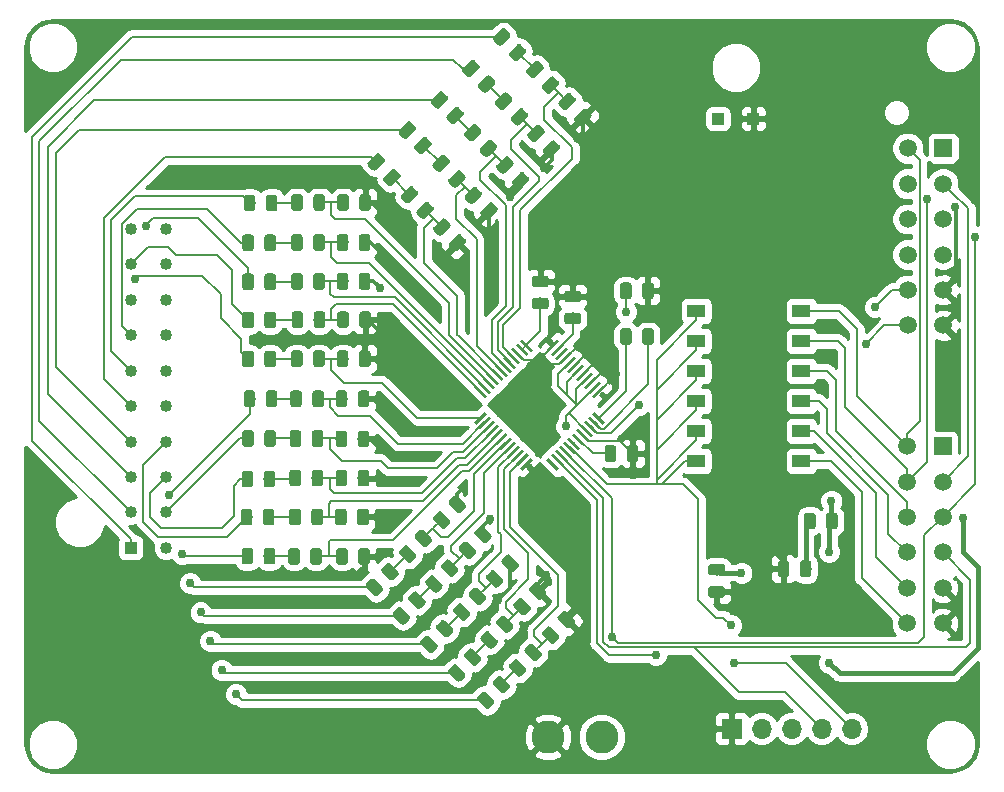
<source format=gbr>
%TF.GenerationSoftware,KiCad,Pcbnew,(5.0.0)*%
%TF.CreationDate,2019-02-02T21:11:36-06:00*%
%TF.ProjectId,BPSTemperature,42505354656D70657261747572652E6B,rev?*%
%TF.SameCoordinates,Original*%
%TF.FileFunction,Copper,L1,Top,Signal*%
%TF.FilePolarity,Positive*%
%FSLAX46Y46*%
G04 Gerber Fmt 4.6, Leading zero omitted, Abs format (unit mm)*
G04 Created by KiCad (PCBNEW (5.0.0)) date 02/02/19 21:11:36*
%MOMM*%
%LPD*%
G01*
G04 APERTURE LIST*
%ADD10C,2.800000*%
%ADD11R,1.020000X1.020000*%
%ADD12C,1.020000*%
%ADD13C,0.100000*%
%ADD14C,0.975000*%
%ADD15R,1.700000X1.700000*%
%ADD16O,1.700000X1.700000*%
%ADD17C,1.500000*%
%ADD18R,1.500000X1.500000*%
%ADD19R,1.500000X1.100000*%
%ADD20C,0.250000*%
%ADD21R,1.000000X1.000000*%
%ADD22C,0.762000*%
%ADD23C,0.203200*%
%ADD24C,0.304800*%
%ADD25C,0.381000*%
%ADD26C,0.254000*%
G04 APERTURE END LIST*
D10*
X102468001Y-131374501D03*
X97917000Y-131374501D03*
D11*
X62593000Y-115366500D03*
D12*
X62593000Y-88346500D03*
X62593000Y-112366500D03*
X62593000Y-109366500D03*
X62593000Y-106366500D03*
X62593000Y-103366500D03*
X62593000Y-100366500D03*
X62593000Y-97366500D03*
X62593000Y-94366500D03*
X62593000Y-91366500D03*
X65593000Y-91366500D03*
X65593000Y-97366500D03*
X65593000Y-94366500D03*
X65593000Y-100366500D03*
X65593000Y-88346500D03*
X65593000Y-106366500D03*
X65593000Y-103366500D03*
X65593000Y-109366500D03*
X65593000Y-112366500D03*
X65593000Y-115366500D03*
D13*
G36*
X99725890Y-76847932D02*
X99749551Y-76851442D01*
X99772755Y-76857254D01*
X99795277Y-76865312D01*
X99816901Y-76875540D01*
X99837418Y-76887837D01*
X99856631Y-76902087D01*
X99874355Y-76918151D01*
X100219070Y-77262866D01*
X100235134Y-77280590D01*
X100249384Y-77299803D01*
X100261681Y-77320320D01*
X100271909Y-77341944D01*
X100279967Y-77364466D01*
X100285779Y-77387670D01*
X100289289Y-77411331D01*
X100290463Y-77435223D01*
X100289289Y-77459115D01*
X100285779Y-77482776D01*
X100279967Y-77505980D01*
X100271909Y-77528502D01*
X100261681Y-77550126D01*
X100249384Y-77570643D01*
X100235134Y-77589856D01*
X100219070Y-77607580D01*
X99573835Y-78252815D01*
X99556111Y-78268879D01*
X99536898Y-78283129D01*
X99516381Y-78295426D01*
X99494757Y-78305654D01*
X99472235Y-78313712D01*
X99449031Y-78319524D01*
X99425370Y-78323034D01*
X99401478Y-78324208D01*
X99377586Y-78323034D01*
X99353925Y-78319524D01*
X99330721Y-78313712D01*
X99308199Y-78305654D01*
X99286575Y-78295426D01*
X99266058Y-78283129D01*
X99246845Y-78268879D01*
X99229121Y-78252815D01*
X98884406Y-77908100D01*
X98868342Y-77890376D01*
X98854092Y-77871163D01*
X98841795Y-77850646D01*
X98831567Y-77829022D01*
X98823509Y-77806500D01*
X98817697Y-77783296D01*
X98814187Y-77759635D01*
X98813013Y-77735743D01*
X98814187Y-77711851D01*
X98817697Y-77688190D01*
X98823509Y-77664986D01*
X98831567Y-77642464D01*
X98841795Y-77620840D01*
X98854092Y-77600323D01*
X98868342Y-77581110D01*
X98884406Y-77563386D01*
X99529641Y-76918151D01*
X99547365Y-76902087D01*
X99566578Y-76887837D01*
X99587095Y-76875540D01*
X99608719Y-76865312D01*
X99631241Y-76857254D01*
X99654445Y-76851442D01*
X99678106Y-76847932D01*
X99701998Y-76846758D01*
X99725890Y-76847932D01*
X99725890Y-76847932D01*
G37*
D14*
X99551738Y-77585483D03*
D13*
G36*
X101051716Y-78173758D02*
X101075377Y-78177268D01*
X101098581Y-78183080D01*
X101121103Y-78191138D01*
X101142727Y-78201366D01*
X101163244Y-78213663D01*
X101182457Y-78227913D01*
X101200181Y-78243977D01*
X101544896Y-78588692D01*
X101560960Y-78606416D01*
X101575210Y-78625629D01*
X101587507Y-78646146D01*
X101597735Y-78667770D01*
X101605793Y-78690292D01*
X101611605Y-78713496D01*
X101615115Y-78737157D01*
X101616289Y-78761049D01*
X101615115Y-78784941D01*
X101611605Y-78808602D01*
X101605793Y-78831806D01*
X101597735Y-78854328D01*
X101587507Y-78875952D01*
X101575210Y-78896469D01*
X101560960Y-78915682D01*
X101544896Y-78933406D01*
X100899661Y-79578641D01*
X100881937Y-79594705D01*
X100862724Y-79608955D01*
X100842207Y-79621252D01*
X100820583Y-79631480D01*
X100798061Y-79639538D01*
X100774857Y-79645350D01*
X100751196Y-79648860D01*
X100727304Y-79650034D01*
X100703412Y-79648860D01*
X100679751Y-79645350D01*
X100656547Y-79639538D01*
X100634025Y-79631480D01*
X100612401Y-79621252D01*
X100591884Y-79608955D01*
X100572671Y-79594705D01*
X100554947Y-79578641D01*
X100210232Y-79233926D01*
X100194168Y-79216202D01*
X100179918Y-79196989D01*
X100167621Y-79176472D01*
X100157393Y-79154848D01*
X100149335Y-79132326D01*
X100143523Y-79109122D01*
X100140013Y-79085461D01*
X100138839Y-79061569D01*
X100140013Y-79037677D01*
X100143523Y-79014016D01*
X100149335Y-78990812D01*
X100157393Y-78968290D01*
X100167621Y-78946666D01*
X100179918Y-78926149D01*
X100194168Y-78906936D01*
X100210232Y-78889212D01*
X100855467Y-78243977D01*
X100873191Y-78227913D01*
X100892404Y-78213663D01*
X100912921Y-78201366D01*
X100934545Y-78191138D01*
X100957067Y-78183080D01*
X100980271Y-78177268D01*
X101003932Y-78173758D01*
X101027824Y-78172584D01*
X101051716Y-78173758D01*
X101051716Y-78173758D01*
G37*
D14*
X100877564Y-78911309D03*
D13*
G36*
X98410647Y-80862271D02*
X98434308Y-80865781D01*
X98457512Y-80871593D01*
X98480034Y-80879651D01*
X98501658Y-80889879D01*
X98522175Y-80902176D01*
X98541388Y-80916426D01*
X98559112Y-80932490D01*
X98903827Y-81277205D01*
X98919891Y-81294929D01*
X98934141Y-81314142D01*
X98946438Y-81334659D01*
X98956666Y-81356283D01*
X98964724Y-81378805D01*
X98970536Y-81402009D01*
X98974046Y-81425670D01*
X98975220Y-81449562D01*
X98974046Y-81473454D01*
X98970536Y-81497115D01*
X98964724Y-81520319D01*
X98956666Y-81542841D01*
X98946438Y-81564465D01*
X98934141Y-81584982D01*
X98919891Y-81604195D01*
X98903827Y-81621919D01*
X98258592Y-82267154D01*
X98240868Y-82283218D01*
X98221655Y-82297468D01*
X98201138Y-82309765D01*
X98179514Y-82319993D01*
X98156992Y-82328051D01*
X98133788Y-82333863D01*
X98110127Y-82337373D01*
X98086235Y-82338547D01*
X98062343Y-82337373D01*
X98038682Y-82333863D01*
X98015478Y-82328051D01*
X97992956Y-82319993D01*
X97971332Y-82309765D01*
X97950815Y-82297468D01*
X97931602Y-82283218D01*
X97913878Y-82267154D01*
X97569163Y-81922439D01*
X97553099Y-81904715D01*
X97538849Y-81885502D01*
X97526552Y-81864985D01*
X97516324Y-81843361D01*
X97508266Y-81820839D01*
X97502454Y-81797635D01*
X97498944Y-81773974D01*
X97497770Y-81750082D01*
X97498944Y-81726190D01*
X97502454Y-81702529D01*
X97508266Y-81679325D01*
X97516324Y-81656803D01*
X97526552Y-81635179D01*
X97538849Y-81614662D01*
X97553099Y-81595449D01*
X97569163Y-81577725D01*
X98214398Y-80932490D01*
X98232122Y-80916426D01*
X98251335Y-80902176D01*
X98271852Y-80889879D01*
X98293476Y-80879651D01*
X98315998Y-80871593D01*
X98339202Y-80865781D01*
X98362863Y-80862271D01*
X98386755Y-80861097D01*
X98410647Y-80862271D01*
X98410647Y-80862271D01*
G37*
D14*
X98236495Y-81599822D03*
D13*
G36*
X97084821Y-79536445D02*
X97108482Y-79539955D01*
X97131686Y-79545767D01*
X97154208Y-79553825D01*
X97175832Y-79564053D01*
X97196349Y-79576350D01*
X97215562Y-79590600D01*
X97233286Y-79606664D01*
X97578001Y-79951379D01*
X97594065Y-79969103D01*
X97608315Y-79988316D01*
X97620612Y-80008833D01*
X97630840Y-80030457D01*
X97638898Y-80052979D01*
X97644710Y-80076183D01*
X97648220Y-80099844D01*
X97649394Y-80123736D01*
X97648220Y-80147628D01*
X97644710Y-80171289D01*
X97638898Y-80194493D01*
X97630840Y-80217015D01*
X97620612Y-80238639D01*
X97608315Y-80259156D01*
X97594065Y-80278369D01*
X97578001Y-80296093D01*
X96932766Y-80941328D01*
X96915042Y-80957392D01*
X96895829Y-80971642D01*
X96875312Y-80983939D01*
X96853688Y-80994167D01*
X96831166Y-81002225D01*
X96807962Y-81008037D01*
X96784301Y-81011547D01*
X96760409Y-81012721D01*
X96736517Y-81011547D01*
X96712856Y-81008037D01*
X96689652Y-81002225D01*
X96667130Y-80994167D01*
X96645506Y-80983939D01*
X96624989Y-80971642D01*
X96605776Y-80957392D01*
X96588052Y-80941328D01*
X96243337Y-80596613D01*
X96227273Y-80578889D01*
X96213023Y-80559676D01*
X96200726Y-80539159D01*
X96190498Y-80517535D01*
X96182440Y-80495013D01*
X96176628Y-80471809D01*
X96173118Y-80448148D01*
X96171944Y-80424256D01*
X96173118Y-80400364D01*
X96176628Y-80376703D01*
X96182440Y-80353499D01*
X96190498Y-80330977D01*
X96200726Y-80309353D01*
X96213023Y-80288836D01*
X96227273Y-80269623D01*
X96243337Y-80251899D01*
X96888572Y-79606664D01*
X96906296Y-79590600D01*
X96925509Y-79576350D01*
X96946026Y-79564053D01*
X96967650Y-79553825D01*
X96990172Y-79545767D01*
X97013376Y-79539955D01*
X97037037Y-79536445D01*
X97060929Y-79535271D01*
X97084821Y-79536445D01*
X97084821Y-79536445D01*
G37*
D14*
X96910669Y-80273996D03*
D13*
G36*
X94451880Y-82207926D02*
X94475541Y-82211436D01*
X94498745Y-82217248D01*
X94521267Y-82225306D01*
X94542891Y-82235534D01*
X94563408Y-82247831D01*
X94582621Y-82262081D01*
X94600345Y-82278145D01*
X94945060Y-82622860D01*
X94961124Y-82640584D01*
X94975374Y-82659797D01*
X94987671Y-82680314D01*
X94997899Y-82701938D01*
X95005957Y-82724460D01*
X95011769Y-82747664D01*
X95015279Y-82771325D01*
X95016453Y-82795217D01*
X95015279Y-82819109D01*
X95011769Y-82842770D01*
X95005957Y-82865974D01*
X94997899Y-82888496D01*
X94987671Y-82910120D01*
X94975374Y-82930637D01*
X94961124Y-82949850D01*
X94945060Y-82967574D01*
X94299825Y-83612809D01*
X94282101Y-83628873D01*
X94262888Y-83643123D01*
X94242371Y-83655420D01*
X94220747Y-83665648D01*
X94198225Y-83673706D01*
X94175021Y-83679518D01*
X94151360Y-83683028D01*
X94127468Y-83684202D01*
X94103576Y-83683028D01*
X94079915Y-83679518D01*
X94056711Y-83673706D01*
X94034189Y-83665648D01*
X94012565Y-83655420D01*
X93992048Y-83643123D01*
X93972835Y-83628873D01*
X93955111Y-83612809D01*
X93610396Y-83268094D01*
X93594332Y-83250370D01*
X93580082Y-83231157D01*
X93567785Y-83210640D01*
X93557557Y-83189016D01*
X93549499Y-83166494D01*
X93543687Y-83143290D01*
X93540177Y-83119629D01*
X93539003Y-83095737D01*
X93540177Y-83071845D01*
X93543687Y-83048184D01*
X93549499Y-83024980D01*
X93557557Y-83002458D01*
X93567785Y-82980834D01*
X93580082Y-82960317D01*
X93594332Y-82941104D01*
X93610396Y-82923380D01*
X94255631Y-82278145D01*
X94273355Y-82262081D01*
X94292568Y-82247831D01*
X94313085Y-82235534D01*
X94334709Y-82225306D01*
X94357231Y-82217248D01*
X94380435Y-82211436D01*
X94404096Y-82207926D01*
X94427988Y-82206752D01*
X94451880Y-82207926D01*
X94451880Y-82207926D01*
G37*
D14*
X94277728Y-82945477D03*
D13*
G36*
X95777706Y-83533752D02*
X95801367Y-83537262D01*
X95824571Y-83543074D01*
X95847093Y-83551132D01*
X95868717Y-83561360D01*
X95889234Y-83573657D01*
X95908447Y-83587907D01*
X95926171Y-83603971D01*
X96270886Y-83948686D01*
X96286950Y-83966410D01*
X96301200Y-83985623D01*
X96313497Y-84006140D01*
X96323725Y-84027764D01*
X96331783Y-84050286D01*
X96337595Y-84073490D01*
X96341105Y-84097151D01*
X96342279Y-84121043D01*
X96341105Y-84144935D01*
X96337595Y-84168596D01*
X96331783Y-84191800D01*
X96323725Y-84214322D01*
X96313497Y-84235946D01*
X96301200Y-84256463D01*
X96286950Y-84275676D01*
X96270886Y-84293400D01*
X95625651Y-84938635D01*
X95607927Y-84954699D01*
X95588714Y-84968949D01*
X95568197Y-84981246D01*
X95546573Y-84991474D01*
X95524051Y-84999532D01*
X95500847Y-85005344D01*
X95477186Y-85008854D01*
X95453294Y-85010028D01*
X95429402Y-85008854D01*
X95405741Y-85005344D01*
X95382537Y-84999532D01*
X95360015Y-84991474D01*
X95338391Y-84981246D01*
X95317874Y-84968949D01*
X95298661Y-84954699D01*
X95280937Y-84938635D01*
X94936222Y-84593920D01*
X94920158Y-84576196D01*
X94905908Y-84556983D01*
X94893611Y-84536466D01*
X94883383Y-84514842D01*
X94875325Y-84492320D01*
X94869513Y-84469116D01*
X94866003Y-84445455D01*
X94864829Y-84421563D01*
X94866003Y-84397671D01*
X94869513Y-84374010D01*
X94875325Y-84350806D01*
X94883383Y-84328284D01*
X94893611Y-84306660D01*
X94905908Y-84286143D01*
X94920158Y-84266930D01*
X94936222Y-84249206D01*
X95581457Y-83603971D01*
X95599181Y-83587907D01*
X95618394Y-83573657D01*
X95638911Y-83561360D01*
X95660535Y-83551132D01*
X95683057Y-83543074D01*
X95706261Y-83537262D01*
X95729922Y-83533752D01*
X95753814Y-83532578D01*
X95777706Y-83533752D01*
X95777706Y-83533752D01*
G37*
D14*
X95603554Y-84271303D03*
D13*
G36*
X93105775Y-86115275D02*
X93129436Y-86118785D01*
X93152640Y-86124597D01*
X93175162Y-86132655D01*
X93196786Y-86142883D01*
X93217303Y-86155180D01*
X93236516Y-86169430D01*
X93254240Y-86185494D01*
X93598955Y-86530209D01*
X93615019Y-86547933D01*
X93629269Y-86567146D01*
X93641566Y-86587663D01*
X93651794Y-86609287D01*
X93659852Y-86631809D01*
X93665664Y-86655013D01*
X93669174Y-86678674D01*
X93670348Y-86702566D01*
X93669174Y-86726458D01*
X93665664Y-86750119D01*
X93659852Y-86773323D01*
X93651794Y-86795845D01*
X93641566Y-86817469D01*
X93629269Y-86837986D01*
X93615019Y-86857199D01*
X93598955Y-86874923D01*
X92953720Y-87520158D01*
X92935996Y-87536222D01*
X92916783Y-87550472D01*
X92896266Y-87562769D01*
X92874642Y-87572997D01*
X92852120Y-87581055D01*
X92828916Y-87586867D01*
X92805255Y-87590377D01*
X92781363Y-87591551D01*
X92757471Y-87590377D01*
X92733810Y-87586867D01*
X92710606Y-87581055D01*
X92688084Y-87572997D01*
X92666460Y-87562769D01*
X92645943Y-87550472D01*
X92626730Y-87536222D01*
X92609006Y-87520158D01*
X92264291Y-87175443D01*
X92248227Y-87157719D01*
X92233977Y-87138506D01*
X92221680Y-87117989D01*
X92211452Y-87096365D01*
X92203394Y-87073843D01*
X92197582Y-87050639D01*
X92194072Y-87026978D01*
X92192898Y-87003086D01*
X92194072Y-86979194D01*
X92197582Y-86955533D01*
X92203394Y-86932329D01*
X92211452Y-86909807D01*
X92221680Y-86888183D01*
X92233977Y-86867666D01*
X92248227Y-86848453D01*
X92264291Y-86830729D01*
X92909526Y-86185494D01*
X92927250Y-86169430D01*
X92946463Y-86155180D01*
X92966980Y-86142883D01*
X92988604Y-86132655D01*
X93011126Y-86124597D01*
X93034330Y-86118785D01*
X93057991Y-86115275D01*
X93081883Y-86114101D01*
X93105775Y-86115275D01*
X93105775Y-86115275D01*
G37*
D14*
X92931623Y-86852826D03*
D13*
G36*
X91779949Y-84789449D02*
X91803610Y-84792959D01*
X91826814Y-84798771D01*
X91849336Y-84806829D01*
X91870960Y-84817057D01*
X91891477Y-84829354D01*
X91910690Y-84843604D01*
X91928414Y-84859668D01*
X92273129Y-85204383D01*
X92289193Y-85222107D01*
X92303443Y-85241320D01*
X92315740Y-85261837D01*
X92325968Y-85283461D01*
X92334026Y-85305983D01*
X92339838Y-85329187D01*
X92343348Y-85352848D01*
X92344522Y-85376740D01*
X92343348Y-85400632D01*
X92339838Y-85424293D01*
X92334026Y-85447497D01*
X92325968Y-85470019D01*
X92315740Y-85491643D01*
X92303443Y-85512160D01*
X92289193Y-85531373D01*
X92273129Y-85549097D01*
X91627894Y-86194332D01*
X91610170Y-86210396D01*
X91590957Y-86224646D01*
X91570440Y-86236943D01*
X91548816Y-86247171D01*
X91526294Y-86255229D01*
X91503090Y-86261041D01*
X91479429Y-86264551D01*
X91455537Y-86265725D01*
X91431645Y-86264551D01*
X91407984Y-86261041D01*
X91384780Y-86255229D01*
X91362258Y-86247171D01*
X91340634Y-86236943D01*
X91320117Y-86224646D01*
X91300904Y-86210396D01*
X91283180Y-86194332D01*
X90938465Y-85849617D01*
X90922401Y-85831893D01*
X90908151Y-85812680D01*
X90895854Y-85792163D01*
X90885626Y-85770539D01*
X90877568Y-85748017D01*
X90871756Y-85724813D01*
X90868246Y-85701152D01*
X90867072Y-85677260D01*
X90868246Y-85653368D01*
X90871756Y-85629707D01*
X90877568Y-85606503D01*
X90885626Y-85583981D01*
X90895854Y-85562357D01*
X90908151Y-85541840D01*
X90922401Y-85522627D01*
X90938465Y-85504903D01*
X91583700Y-84859668D01*
X91601424Y-84843604D01*
X91620637Y-84829354D01*
X91641154Y-84817057D01*
X91662778Y-84806829D01*
X91685300Y-84798771D01*
X91708504Y-84792959D01*
X91732165Y-84789449D01*
X91756057Y-84788275D01*
X91779949Y-84789449D01*
X91779949Y-84789449D01*
G37*
D14*
X91605797Y-85527000D03*
D13*
G36*
X89119630Y-87472176D02*
X89143291Y-87475686D01*
X89166495Y-87481498D01*
X89189017Y-87489556D01*
X89210641Y-87499784D01*
X89231158Y-87512081D01*
X89250371Y-87526331D01*
X89268095Y-87542395D01*
X89612810Y-87887110D01*
X89628874Y-87904834D01*
X89643124Y-87924047D01*
X89655421Y-87944564D01*
X89665649Y-87966188D01*
X89673707Y-87988710D01*
X89679519Y-88011914D01*
X89683029Y-88035575D01*
X89684203Y-88059467D01*
X89683029Y-88083359D01*
X89679519Y-88107020D01*
X89673707Y-88130224D01*
X89665649Y-88152746D01*
X89655421Y-88174370D01*
X89643124Y-88194887D01*
X89628874Y-88214100D01*
X89612810Y-88231824D01*
X88967575Y-88877059D01*
X88949851Y-88893123D01*
X88930638Y-88907373D01*
X88910121Y-88919670D01*
X88888497Y-88929898D01*
X88865975Y-88937956D01*
X88842771Y-88943768D01*
X88819110Y-88947278D01*
X88795218Y-88948452D01*
X88771326Y-88947278D01*
X88747665Y-88943768D01*
X88724461Y-88937956D01*
X88701939Y-88929898D01*
X88680315Y-88919670D01*
X88659798Y-88907373D01*
X88640585Y-88893123D01*
X88622861Y-88877059D01*
X88278146Y-88532344D01*
X88262082Y-88514620D01*
X88247832Y-88495407D01*
X88235535Y-88474890D01*
X88225307Y-88453266D01*
X88217249Y-88430744D01*
X88211437Y-88407540D01*
X88207927Y-88383879D01*
X88206753Y-88359987D01*
X88207927Y-88336095D01*
X88211437Y-88312434D01*
X88217249Y-88289230D01*
X88225307Y-88266708D01*
X88235535Y-88245084D01*
X88247832Y-88224567D01*
X88262082Y-88205354D01*
X88278146Y-88187630D01*
X88923381Y-87542395D01*
X88941105Y-87526331D01*
X88960318Y-87512081D01*
X88980835Y-87499784D01*
X89002459Y-87489556D01*
X89024981Y-87481498D01*
X89048185Y-87475686D01*
X89071846Y-87472176D01*
X89095738Y-87471002D01*
X89119630Y-87472176D01*
X89119630Y-87472176D01*
G37*
D14*
X88945478Y-88209727D03*
D13*
G36*
X90445456Y-88798002D02*
X90469117Y-88801512D01*
X90492321Y-88807324D01*
X90514843Y-88815382D01*
X90536467Y-88825610D01*
X90556984Y-88837907D01*
X90576197Y-88852157D01*
X90593921Y-88868221D01*
X90938636Y-89212936D01*
X90954700Y-89230660D01*
X90968950Y-89249873D01*
X90981247Y-89270390D01*
X90991475Y-89292014D01*
X90999533Y-89314536D01*
X91005345Y-89337740D01*
X91008855Y-89361401D01*
X91010029Y-89385293D01*
X91008855Y-89409185D01*
X91005345Y-89432846D01*
X90999533Y-89456050D01*
X90991475Y-89478572D01*
X90981247Y-89500196D01*
X90968950Y-89520713D01*
X90954700Y-89539926D01*
X90938636Y-89557650D01*
X90293401Y-90202885D01*
X90275677Y-90218949D01*
X90256464Y-90233199D01*
X90235947Y-90245496D01*
X90214323Y-90255724D01*
X90191801Y-90263782D01*
X90168597Y-90269594D01*
X90144936Y-90273104D01*
X90121044Y-90274278D01*
X90097152Y-90273104D01*
X90073491Y-90269594D01*
X90050287Y-90263782D01*
X90027765Y-90255724D01*
X90006141Y-90245496D01*
X89985624Y-90233199D01*
X89966411Y-90218949D01*
X89948687Y-90202885D01*
X89603972Y-89858170D01*
X89587908Y-89840446D01*
X89573658Y-89821233D01*
X89561361Y-89800716D01*
X89551133Y-89779092D01*
X89543075Y-89756570D01*
X89537263Y-89733366D01*
X89533753Y-89709705D01*
X89532579Y-89685813D01*
X89533753Y-89661921D01*
X89537263Y-89638260D01*
X89543075Y-89615056D01*
X89551133Y-89592534D01*
X89561361Y-89570910D01*
X89573658Y-89550393D01*
X89587908Y-89531180D01*
X89603972Y-89513456D01*
X90249207Y-88868221D01*
X90266931Y-88852157D01*
X90286144Y-88837907D01*
X90306661Y-88825610D01*
X90328285Y-88815382D01*
X90350807Y-88807324D01*
X90374011Y-88801512D01*
X90397672Y-88798002D01*
X90421564Y-88796828D01*
X90445456Y-88798002D01*
X90445456Y-88798002D01*
G37*
D14*
X90271304Y-89535553D03*
D13*
G36*
X82717705Y-85429089D02*
X82741366Y-85432599D01*
X82764570Y-85438411D01*
X82787092Y-85446469D01*
X82808716Y-85456697D01*
X82829233Y-85468994D01*
X82848446Y-85483244D01*
X82866170Y-85499308D01*
X82882234Y-85517032D01*
X82896484Y-85536245D01*
X82908781Y-85556762D01*
X82919009Y-85578386D01*
X82927067Y-85600908D01*
X82932879Y-85624112D01*
X82936389Y-85647773D01*
X82937563Y-85671665D01*
X82937563Y-86584165D01*
X82936389Y-86608057D01*
X82932879Y-86631718D01*
X82927067Y-86654922D01*
X82919009Y-86677444D01*
X82908781Y-86699068D01*
X82896484Y-86719585D01*
X82882234Y-86738798D01*
X82866170Y-86756522D01*
X82848446Y-86772586D01*
X82829233Y-86786836D01*
X82808716Y-86799133D01*
X82787092Y-86809361D01*
X82764570Y-86817419D01*
X82741366Y-86823231D01*
X82717705Y-86826741D01*
X82693813Y-86827915D01*
X82206313Y-86827915D01*
X82182421Y-86826741D01*
X82158760Y-86823231D01*
X82135556Y-86817419D01*
X82113034Y-86809361D01*
X82091410Y-86799133D01*
X82070893Y-86786836D01*
X82051680Y-86772586D01*
X82033956Y-86756522D01*
X82017892Y-86738798D01*
X82003642Y-86719585D01*
X81991345Y-86699068D01*
X81981117Y-86677444D01*
X81973059Y-86654922D01*
X81967247Y-86631718D01*
X81963737Y-86608057D01*
X81962563Y-86584165D01*
X81962563Y-85671665D01*
X81963737Y-85647773D01*
X81967247Y-85624112D01*
X81973059Y-85600908D01*
X81981117Y-85578386D01*
X81991345Y-85556762D01*
X82003642Y-85536245D01*
X82017892Y-85517032D01*
X82033956Y-85499308D01*
X82051680Y-85483244D01*
X82070893Y-85468994D01*
X82091410Y-85456697D01*
X82113034Y-85446469D01*
X82135556Y-85438411D01*
X82158760Y-85432599D01*
X82182421Y-85429089D01*
X82206313Y-85427915D01*
X82693813Y-85427915D01*
X82717705Y-85429089D01*
X82717705Y-85429089D01*
G37*
D14*
X82450063Y-86127915D03*
D13*
G36*
X80842705Y-85429089D02*
X80866366Y-85432599D01*
X80889570Y-85438411D01*
X80912092Y-85446469D01*
X80933716Y-85456697D01*
X80954233Y-85468994D01*
X80973446Y-85483244D01*
X80991170Y-85499308D01*
X81007234Y-85517032D01*
X81021484Y-85536245D01*
X81033781Y-85556762D01*
X81044009Y-85578386D01*
X81052067Y-85600908D01*
X81057879Y-85624112D01*
X81061389Y-85647773D01*
X81062563Y-85671665D01*
X81062563Y-86584165D01*
X81061389Y-86608057D01*
X81057879Y-86631718D01*
X81052067Y-86654922D01*
X81044009Y-86677444D01*
X81033781Y-86699068D01*
X81021484Y-86719585D01*
X81007234Y-86738798D01*
X80991170Y-86756522D01*
X80973446Y-86772586D01*
X80954233Y-86786836D01*
X80933716Y-86799133D01*
X80912092Y-86809361D01*
X80889570Y-86817419D01*
X80866366Y-86823231D01*
X80842705Y-86826741D01*
X80818813Y-86827915D01*
X80331313Y-86827915D01*
X80307421Y-86826741D01*
X80283760Y-86823231D01*
X80260556Y-86817419D01*
X80238034Y-86809361D01*
X80216410Y-86799133D01*
X80195893Y-86786836D01*
X80176680Y-86772586D01*
X80158956Y-86756522D01*
X80142892Y-86738798D01*
X80128642Y-86719585D01*
X80116345Y-86699068D01*
X80106117Y-86677444D01*
X80098059Y-86654922D01*
X80092247Y-86631718D01*
X80088737Y-86608057D01*
X80087563Y-86584165D01*
X80087563Y-85671665D01*
X80088737Y-85647773D01*
X80092247Y-85624112D01*
X80098059Y-85600908D01*
X80106117Y-85578386D01*
X80116345Y-85556762D01*
X80128642Y-85536245D01*
X80142892Y-85517032D01*
X80158956Y-85499308D01*
X80176680Y-85483244D01*
X80195893Y-85468994D01*
X80216410Y-85456697D01*
X80238034Y-85446469D01*
X80260556Y-85438411D01*
X80283760Y-85432599D01*
X80307421Y-85429089D01*
X80331313Y-85427915D01*
X80818813Y-85427915D01*
X80842705Y-85429089D01*
X80842705Y-85429089D01*
G37*
D14*
X80575063Y-86127915D03*
D13*
G36*
X80805440Y-88813305D02*
X80829101Y-88816815D01*
X80852305Y-88822627D01*
X80874827Y-88830685D01*
X80896451Y-88840913D01*
X80916968Y-88853210D01*
X80936181Y-88867460D01*
X80953905Y-88883524D01*
X80969969Y-88901248D01*
X80984219Y-88920461D01*
X80996516Y-88940978D01*
X81006744Y-88962602D01*
X81014802Y-88985124D01*
X81020614Y-89008328D01*
X81024124Y-89031989D01*
X81025298Y-89055881D01*
X81025298Y-89968381D01*
X81024124Y-89992273D01*
X81020614Y-90015934D01*
X81014802Y-90039138D01*
X81006744Y-90061660D01*
X80996516Y-90083284D01*
X80984219Y-90103801D01*
X80969969Y-90123014D01*
X80953905Y-90140738D01*
X80936181Y-90156802D01*
X80916968Y-90171052D01*
X80896451Y-90183349D01*
X80874827Y-90193577D01*
X80852305Y-90201635D01*
X80829101Y-90207447D01*
X80805440Y-90210957D01*
X80781548Y-90212131D01*
X80294048Y-90212131D01*
X80270156Y-90210957D01*
X80246495Y-90207447D01*
X80223291Y-90201635D01*
X80200769Y-90193577D01*
X80179145Y-90183349D01*
X80158628Y-90171052D01*
X80139415Y-90156802D01*
X80121691Y-90140738D01*
X80105627Y-90123014D01*
X80091377Y-90103801D01*
X80079080Y-90083284D01*
X80068852Y-90061660D01*
X80060794Y-90039138D01*
X80054982Y-90015934D01*
X80051472Y-89992273D01*
X80050298Y-89968381D01*
X80050298Y-89055881D01*
X80051472Y-89031989D01*
X80054982Y-89008328D01*
X80060794Y-88985124D01*
X80068852Y-88962602D01*
X80079080Y-88940978D01*
X80091377Y-88920461D01*
X80105627Y-88901248D01*
X80121691Y-88883524D01*
X80139415Y-88867460D01*
X80158628Y-88853210D01*
X80179145Y-88840913D01*
X80200769Y-88830685D01*
X80223291Y-88822627D01*
X80246495Y-88816815D01*
X80270156Y-88813305D01*
X80294048Y-88812131D01*
X80781548Y-88812131D01*
X80805440Y-88813305D01*
X80805440Y-88813305D01*
G37*
D14*
X80537798Y-89512131D03*
D13*
G36*
X82680440Y-88813305D02*
X82704101Y-88816815D01*
X82727305Y-88822627D01*
X82749827Y-88830685D01*
X82771451Y-88840913D01*
X82791968Y-88853210D01*
X82811181Y-88867460D01*
X82828905Y-88883524D01*
X82844969Y-88901248D01*
X82859219Y-88920461D01*
X82871516Y-88940978D01*
X82881744Y-88962602D01*
X82889802Y-88985124D01*
X82895614Y-89008328D01*
X82899124Y-89031989D01*
X82900298Y-89055881D01*
X82900298Y-89968381D01*
X82899124Y-89992273D01*
X82895614Y-90015934D01*
X82889802Y-90039138D01*
X82881744Y-90061660D01*
X82871516Y-90083284D01*
X82859219Y-90103801D01*
X82844969Y-90123014D01*
X82828905Y-90140738D01*
X82811181Y-90156802D01*
X82791968Y-90171052D01*
X82771451Y-90183349D01*
X82749827Y-90193577D01*
X82727305Y-90201635D01*
X82704101Y-90207447D01*
X82680440Y-90210957D01*
X82656548Y-90212131D01*
X82169048Y-90212131D01*
X82145156Y-90210957D01*
X82121495Y-90207447D01*
X82098291Y-90201635D01*
X82075769Y-90193577D01*
X82054145Y-90183349D01*
X82033628Y-90171052D01*
X82014415Y-90156802D01*
X81996691Y-90140738D01*
X81980627Y-90123014D01*
X81966377Y-90103801D01*
X81954080Y-90083284D01*
X81943852Y-90061660D01*
X81935794Y-90039138D01*
X81929982Y-90015934D01*
X81926472Y-89992273D01*
X81925298Y-89968381D01*
X81925298Y-89055881D01*
X81926472Y-89031989D01*
X81929982Y-89008328D01*
X81935794Y-88985124D01*
X81943852Y-88962602D01*
X81954080Y-88940978D01*
X81966377Y-88920461D01*
X81980627Y-88901248D01*
X81996691Y-88883524D01*
X82014415Y-88867460D01*
X82033628Y-88853210D01*
X82054145Y-88840913D01*
X82075769Y-88830685D01*
X82098291Y-88822627D01*
X82121495Y-88816815D01*
X82145156Y-88813305D01*
X82169048Y-88812131D01*
X82656548Y-88812131D01*
X82680440Y-88813305D01*
X82680440Y-88813305D01*
G37*
D14*
X82412798Y-89512131D03*
D13*
G36*
X82682445Y-92111119D02*
X82706106Y-92114629D01*
X82729310Y-92120441D01*
X82751832Y-92128499D01*
X82773456Y-92138727D01*
X82793973Y-92151024D01*
X82813186Y-92165274D01*
X82830910Y-92181338D01*
X82846974Y-92199062D01*
X82861224Y-92218275D01*
X82873521Y-92238792D01*
X82883749Y-92260416D01*
X82891807Y-92282938D01*
X82897619Y-92306142D01*
X82901129Y-92329803D01*
X82902303Y-92353695D01*
X82902303Y-93266195D01*
X82901129Y-93290087D01*
X82897619Y-93313748D01*
X82891807Y-93336952D01*
X82883749Y-93359474D01*
X82873521Y-93381098D01*
X82861224Y-93401615D01*
X82846974Y-93420828D01*
X82830910Y-93438552D01*
X82813186Y-93454616D01*
X82793973Y-93468866D01*
X82773456Y-93481163D01*
X82751832Y-93491391D01*
X82729310Y-93499449D01*
X82706106Y-93505261D01*
X82682445Y-93508771D01*
X82658553Y-93509945D01*
X82171053Y-93509945D01*
X82147161Y-93508771D01*
X82123500Y-93505261D01*
X82100296Y-93499449D01*
X82077774Y-93491391D01*
X82056150Y-93481163D01*
X82035633Y-93468866D01*
X82016420Y-93454616D01*
X81998696Y-93438552D01*
X81982632Y-93420828D01*
X81968382Y-93401615D01*
X81956085Y-93381098D01*
X81945857Y-93359474D01*
X81937799Y-93336952D01*
X81931987Y-93313748D01*
X81928477Y-93290087D01*
X81927303Y-93266195D01*
X81927303Y-92353695D01*
X81928477Y-92329803D01*
X81931987Y-92306142D01*
X81937799Y-92282938D01*
X81945857Y-92260416D01*
X81956085Y-92238792D01*
X81968382Y-92218275D01*
X81982632Y-92199062D01*
X81998696Y-92181338D01*
X82016420Y-92165274D01*
X82035633Y-92151024D01*
X82056150Y-92138727D01*
X82077774Y-92128499D01*
X82100296Y-92120441D01*
X82123500Y-92114629D01*
X82147161Y-92111119D01*
X82171053Y-92109945D01*
X82658553Y-92109945D01*
X82682445Y-92111119D01*
X82682445Y-92111119D01*
G37*
D14*
X82414803Y-92809945D03*
D13*
G36*
X80807445Y-92111119D02*
X80831106Y-92114629D01*
X80854310Y-92120441D01*
X80876832Y-92128499D01*
X80898456Y-92138727D01*
X80918973Y-92151024D01*
X80938186Y-92165274D01*
X80955910Y-92181338D01*
X80971974Y-92199062D01*
X80986224Y-92218275D01*
X80998521Y-92238792D01*
X81008749Y-92260416D01*
X81016807Y-92282938D01*
X81022619Y-92306142D01*
X81026129Y-92329803D01*
X81027303Y-92353695D01*
X81027303Y-93266195D01*
X81026129Y-93290087D01*
X81022619Y-93313748D01*
X81016807Y-93336952D01*
X81008749Y-93359474D01*
X80998521Y-93381098D01*
X80986224Y-93401615D01*
X80971974Y-93420828D01*
X80955910Y-93438552D01*
X80938186Y-93454616D01*
X80918973Y-93468866D01*
X80898456Y-93481163D01*
X80876832Y-93491391D01*
X80854310Y-93499449D01*
X80831106Y-93505261D01*
X80807445Y-93508771D01*
X80783553Y-93509945D01*
X80296053Y-93509945D01*
X80272161Y-93508771D01*
X80248500Y-93505261D01*
X80225296Y-93499449D01*
X80202774Y-93491391D01*
X80181150Y-93481163D01*
X80160633Y-93468866D01*
X80141420Y-93454616D01*
X80123696Y-93438552D01*
X80107632Y-93420828D01*
X80093382Y-93401615D01*
X80081085Y-93381098D01*
X80070857Y-93359474D01*
X80062799Y-93336952D01*
X80056987Y-93313748D01*
X80053477Y-93290087D01*
X80052303Y-93266195D01*
X80052303Y-92353695D01*
X80053477Y-92329803D01*
X80056987Y-92306142D01*
X80062799Y-92282938D01*
X80070857Y-92260416D01*
X80081085Y-92238792D01*
X80093382Y-92218275D01*
X80107632Y-92199062D01*
X80123696Y-92181338D01*
X80141420Y-92165274D01*
X80160633Y-92151024D01*
X80181150Y-92138727D01*
X80202774Y-92128499D01*
X80225296Y-92120441D01*
X80248500Y-92114629D01*
X80272161Y-92111119D01*
X80296053Y-92109945D01*
X80783553Y-92109945D01*
X80807445Y-92111119D01*
X80807445Y-92111119D01*
G37*
D14*
X80539803Y-92809945D03*
D13*
G36*
X80843126Y-95348763D02*
X80866787Y-95352273D01*
X80889991Y-95358085D01*
X80912513Y-95366143D01*
X80934137Y-95376371D01*
X80954654Y-95388668D01*
X80973867Y-95402918D01*
X80991591Y-95418982D01*
X81007655Y-95436706D01*
X81021905Y-95455919D01*
X81034202Y-95476436D01*
X81044430Y-95498060D01*
X81052488Y-95520582D01*
X81058300Y-95543786D01*
X81061810Y-95567447D01*
X81062984Y-95591339D01*
X81062984Y-96503839D01*
X81061810Y-96527731D01*
X81058300Y-96551392D01*
X81052488Y-96574596D01*
X81044430Y-96597118D01*
X81034202Y-96618742D01*
X81021905Y-96639259D01*
X81007655Y-96658472D01*
X80991591Y-96676196D01*
X80973867Y-96692260D01*
X80954654Y-96706510D01*
X80934137Y-96718807D01*
X80912513Y-96729035D01*
X80889991Y-96737093D01*
X80866787Y-96742905D01*
X80843126Y-96746415D01*
X80819234Y-96747589D01*
X80331734Y-96747589D01*
X80307842Y-96746415D01*
X80284181Y-96742905D01*
X80260977Y-96737093D01*
X80238455Y-96729035D01*
X80216831Y-96718807D01*
X80196314Y-96706510D01*
X80177101Y-96692260D01*
X80159377Y-96676196D01*
X80143313Y-96658472D01*
X80129063Y-96639259D01*
X80116766Y-96618742D01*
X80106538Y-96597118D01*
X80098480Y-96574596D01*
X80092668Y-96551392D01*
X80089158Y-96527731D01*
X80087984Y-96503839D01*
X80087984Y-95591339D01*
X80089158Y-95567447D01*
X80092668Y-95543786D01*
X80098480Y-95520582D01*
X80106538Y-95498060D01*
X80116766Y-95476436D01*
X80129063Y-95455919D01*
X80143313Y-95436706D01*
X80159377Y-95418982D01*
X80177101Y-95402918D01*
X80196314Y-95388668D01*
X80216831Y-95376371D01*
X80238455Y-95366143D01*
X80260977Y-95358085D01*
X80284181Y-95352273D01*
X80307842Y-95348763D01*
X80331734Y-95347589D01*
X80819234Y-95347589D01*
X80843126Y-95348763D01*
X80843126Y-95348763D01*
G37*
D14*
X80575484Y-96047589D03*
D13*
G36*
X82718126Y-95348763D02*
X82741787Y-95352273D01*
X82764991Y-95358085D01*
X82787513Y-95366143D01*
X82809137Y-95376371D01*
X82829654Y-95388668D01*
X82848867Y-95402918D01*
X82866591Y-95418982D01*
X82882655Y-95436706D01*
X82896905Y-95455919D01*
X82909202Y-95476436D01*
X82919430Y-95498060D01*
X82927488Y-95520582D01*
X82933300Y-95543786D01*
X82936810Y-95567447D01*
X82937984Y-95591339D01*
X82937984Y-96503839D01*
X82936810Y-96527731D01*
X82933300Y-96551392D01*
X82927488Y-96574596D01*
X82919430Y-96597118D01*
X82909202Y-96618742D01*
X82896905Y-96639259D01*
X82882655Y-96658472D01*
X82866591Y-96676196D01*
X82848867Y-96692260D01*
X82829654Y-96706510D01*
X82809137Y-96718807D01*
X82787513Y-96729035D01*
X82764991Y-96737093D01*
X82741787Y-96742905D01*
X82718126Y-96746415D01*
X82694234Y-96747589D01*
X82206734Y-96747589D01*
X82182842Y-96746415D01*
X82159181Y-96742905D01*
X82135977Y-96737093D01*
X82113455Y-96729035D01*
X82091831Y-96718807D01*
X82071314Y-96706510D01*
X82052101Y-96692260D01*
X82034377Y-96676196D01*
X82018313Y-96658472D01*
X82004063Y-96639259D01*
X81991766Y-96618742D01*
X81981538Y-96597118D01*
X81973480Y-96574596D01*
X81967668Y-96551392D01*
X81964158Y-96527731D01*
X81962984Y-96503839D01*
X81962984Y-95591339D01*
X81964158Y-95567447D01*
X81967668Y-95543786D01*
X81973480Y-95520582D01*
X81981538Y-95498060D01*
X81991766Y-95476436D01*
X82004063Y-95455919D01*
X82018313Y-95436706D01*
X82034377Y-95418982D01*
X82052101Y-95402918D01*
X82071314Y-95388668D01*
X82091831Y-95376371D01*
X82113455Y-95366143D01*
X82135977Y-95358085D01*
X82159181Y-95352273D01*
X82182842Y-95348763D01*
X82206734Y-95347589D01*
X82694234Y-95347589D01*
X82718126Y-95348763D01*
X82718126Y-95348763D01*
G37*
D14*
X82450484Y-96047589D03*
D13*
G36*
X82693034Y-98651598D02*
X82716695Y-98655108D01*
X82739899Y-98660920D01*
X82762421Y-98668978D01*
X82784045Y-98679206D01*
X82804562Y-98691503D01*
X82823775Y-98705753D01*
X82841499Y-98721817D01*
X82857563Y-98739541D01*
X82871813Y-98758754D01*
X82884110Y-98779271D01*
X82894338Y-98800895D01*
X82902396Y-98823417D01*
X82908208Y-98846621D01*
X82911718Y-98870282D01*
X82912892Y-98894174D01*
X82912892Y-99806674D01*
X82911718Y-99830566D01*
X82908208Y-99854227D01*
X82902396Y-99877431D01*
X82894338Y-99899953D01*
X82884110Y-99921577D01*
X82871813Y-99942094D01*
X82857563Y-99961307D01*
X82841499Y-99979031D01*
X82823775Y-99995095D01*
X82804562Y-100009345D01*
X82784045Y-100021642D01*
X82762421Y-100031870D01*
X82739899Y-100039928D01*
X82716695Y-100045740D01*
X82693034Y-100049250D01*
X82669142Y-100050424D01*
X82181642Y-100050424D01*
X82157750Y-100049250D01*
X82134089Y-100045740D01*
X82110885Y-100039928D01*
X82088363Y-100031870D01*
X82066739Y-100021642D01*
X82046222Y-100009345D01*
X82027009Y-99995095D01*
X82009285Y-99979031D01*
X81993221Y-99961307D01*
X81978971Y-99942094D01*
X81966674Y-99921577D01*
X81956446Y-99899953D01*
X81948388Y-99877431D01*
X81942576Y-99854227D01*
X81939066Y-99830566D01*
X81937892Y-99806674D01*
X81937892Y-98894174D01*
X81939066Y-98870282D01*
X81942576Y-98846621D01*
X81948388Y-98823417D01*
X81956446Y-98800895D01*
X81966674Y-98779271D01*
X81978971Y-98758754D01*
X81993221Y-98739541D01*
X82009285Y-98721817D01*
X82027009Y-98705753D01*
X82046222Y-98691503D01*
X82066739Y-98679206D01*
X82088363Y-98668978D01*
X82110885Y-98660920D01*
X82134089Y-98655108D01*
X82157750Y-98651598D01*
X82181642Y-98650424D01*
X82669142Y-98650424D01*
X82693034Y-98651598D01*
X82693034Y-98651598D01*
G37*
D14*
X82425392Y-99350424D03*
D13*
G36*
X80818034Y-98651598D02*
X80841695Y-98655108D01*
X80864899Y-98660920D01*
X80887421Y-98668978D01*
X80909045Y-98679206D01*
X80929562Y-98691503D01*
X80948775Y-98705753D01*
X80966499Y-98721817D01*
X80982563Y-98739541D01*
X80996813Y-98758754D01*
X81009110Y-98779271D01*
X81019338Y-98800895D01*
X81027396Y-98823417D01*
X81033208Y-98846621D01*
X81036718Y-98870282D01*
X81037892Y-98894174D01*
X81037892Y-99806674D01*
X81036718Y-99830566D01*
X81033208Y-99854227D01*
X81027396Y-99877431D01*
X81019338Y-99899953D01*
X81009110Y-99921577D01*
X80996813Y-99942094D01*
X80982563Y-99961307D01*
X80966499Y-99979031D01*
X80948775Y-99995095D01*
X80929562Y-100009345D01*
X80909045Y-100021642D01*
X80887421Y-100031870D01*
X80864899Y-100039928D01*
X80841695Y-100045740D01*
X80818034Y-100049250D01*
X80794142Y-100050424D01*
X80306642Y-100050424D01*
X80282750Y-100049250D01*
X80259089Y-100045740D01*
X80235885Y-100039928D01*
X80213363Y-100031870D01*
X80191739Y-100021642D01*
X80171222Y-100009345D01*
X80152009Y-99995095D01*
X80134285Y-99979031D01*
X80118221Y-99961307D01*
X80103971Y-99942094D01*
X80091674Y-99921577D01*
X80081446Y-99899953D01*
X80073388Y-99877431D01*
X80067576Y-99854227D01*
X80064066Y-99830566D01*
X80062892Y-99806674D01*
X80062892Y-98894174D01*
X80064066Y-98870282D01*
X80067576Y-98846621D01*
X80073388Y-98823417D01*
X80081446Y-98800895D01*
X80091674Y-98779271D01*
X80103971Y-98758754D01*
X80118221Y-98739541D01*
X80134285Y-98721817D01*
X80152009Y-98705753D01*
X80171222Y-98691503D01*
X80191739Y-98679206D01*
X80213363Y-98668978D01*
X80235885Y-98660920D01*
X80259089Y-98655108D01*
X80282750Y-98651598D01*
X80306642Y-98650424D01*
X80794142Y-98650424D01*
X80818034Y-98651598D01*
X80818034Y-98651598D01*
G37*
D14*
X80550392Y-99350424D03*
D13*
G36*
X80722142Y-102044174D02*
X80745803Y-102047684D01*
X80769007Y-102053496D01*
X80791529Y-102061554D01*
X80813153Y-102071782D01*
X80833670Y-102084079D01*
X80852883Y-102098329D01*
X80870607Y-102114393D01*
X80886671Y-102132117D01*
X80900921Y-102151330D01*
X80913218Y-102171847D01*
X80923446Y-102193471D01*
X80931504Y-102215993D01*
X80937316Y-102239197D01*
X80940826Y-102262858D01*
X80942000Y-102286750D01*
X80942000Y-103199250D01*
X80940826Y-103223142D01*
X80937316Y-103246803D01*
X80931504Y-103270007D01*
X80923446Y-103292529D01*
X80913218Y-103314153D01*
X80900921Y-103334670D01*
X80886671Y-103353883D01*
X80870607Y-103371607D01*
X80852883Y-103387671D01*
X80833670Y-103401921D01*
X80813153Y-103414218D01*
X80791529Y-103424446D01*
X80769007Y-103432504D01*
X80745803Y-103438316D01*
X80722142Y-103441826D01*
X80698250Y-103443000D01*
X80210750Y-103443000D01*
X80186858Y-103441826D01*
X80163197Y-103438316D01*
X80139993Y-103432504D01*
X80117471Y-103424446D01*
X80095847Y-103414218D01*
X80075330Y-103401921D01*
X80056117Y-103387671D01*
X80038393Y-103371607D01*
X80022329Y-103353883D01*
X80008079Y-103334670D01*
X79995782Y-103314153D01*
X79985554Y-103292529D01*
X79977496Y-103270007D01*
X79971684Y-103246803D01*
X79968174Y-103223142D01*
X79967000Y-103199250D01*
X79967000Y-102286750D01*
X79968174Y-102262858D01*
X79971684Y-102239197D01*
X79977496Y-102215993D01*
X79985554Y-102193471D01*
X79995782Y-102171847D01*
X80008079Y-102151330D01*
X80022329Y-102132117D01*
X80038393Y-102114393D01*
X80056117Y-102098329D01*
X80075330Y-102084079D01*
X80095847Y-102071782D01*
X80117471Y-102061554D01*
X80139993Y-102053496D01*
X80163197Y-102047684D01*
X80186858Y-102044174D01*
X80210750Y-102043000D01*
X80698250Y-102043000D01*
X80722142Y-102044174D01*
X80722142Y-102044174D01*
G37*
D14*
X80454500Y-102743000D03*
D13*
G36*
X82597142Y-102044174D02*
X82620803Y-102047684D01*
X82644007Y-102053496D01*
X82666529Y-102061554D01*
X82688153Y-102071782D01*
X82708670Y-102084079D01*
X82727883Y-102098329D01*
X82745607Y-102114393D01*
X82761671Y-102132117D01*
X82775921Y-102151330D01*
X82788218Y-102171847D01*
X82798446Y-102193471D01*
X82806504Y-102215993D01*
X82812316Y-102239197D01*
X82815826Y-102262858D01*
X82817000Y-102286750D01*
X82817000Y-103199250D01*
X82815826Y-103223142D01*
X82812316Y-103246803D01*
X82806504Y-103270007D01*
X82798446Y-103292529D01*
X82788218Y-103314153D01*
X82775921Y-103334670D01*
X82761671Y-103353883D01*
X82745607Y-103371607D01*
X82727883Y-103387671D01*
X82708670Y-103401921D01*
X82688153Y-103414218D01*
X82666529Y-103424446D01*
X82644007Y-103432504D01*
X82620803Y-103438316D01*
X82597142Y-103441826D01*
X82573250Y-103443000D01*
X82085750Y-103443000D01*
X82061858Y-103441826D01*
X82038197Y-103438316D01*
X82014993Y-103432504D01*
X81992471Y-103424446D01*
X81970847Y-103414218D01*
X81950330Y-103401921D01*
X81931117Y-103387671D01*
X81913393Y-103371607D01*
X81897329Y-103353883D01*
X81883079Y-103334670D01*
X81870782Y-103314153D01*
X81860554Y-103292529D01*
X81852496Y-103270007D01*
X81846684Y-103246803D01*
X81843174Y-103223142D01*
X81842000Y-103199250D01*
X81842000Y-102286750D01*
X81843174Y-102262858D01*
X81846684Y-102239197D01*
X81852496Y-102215993D01*
X81860554Y-102193471D01*
X81870782Y-102171847D01*
X81883079Y-102151330D01*
X81897329Y-102132117D01*
X81913393Y-102114393D01*
X81931117Y-102098329D01*
X81950330Y-102084079D01*
X81970847Y-102071782D01*
X81992471Y-102061554D01*
X82014993Y-102053496D01*
X82038197Y-102047684D01*
X82061858Y-102044174D01*
X82085750Y-102043000D01*
X82573250Y-102043000D01*
X82597142Y-102044174D01*
X82597142Y-102044174D01*
G37*
D14*
X82329500Y-102743000D03*
D13*
G36*
X82571742Y-105435074D02*
X82595403Y-105438584D01*
X82618607Y-105444396D01*
X82641129Y-105452454D01*
X82662753Y-105462682D01*
X82683270Y-105474979D01*
X82702483Y-105489229D01*
X82720207Y-105505293D01*
X82736271Y-105523017D01*
X82750521Y-105542230D01*
X82762818Y-105562747D01*
X82773046Y-105584371D01*
X82781104Y-105606893D01*
X82786916Y-105630097D01*
X82790426Y-105653758D01*
X82791600Y-105677650D01*
X82791600Y-106590150D01*
X82790426Y-106614042D01*
X82786916Y-106637703D01*
X82781104Y-106660907D01*
X82773046Y-106683429D01*
X82762818Y-106705053D01*
X82750521Y-106725570D01*
X82736271Y-106744783D01*
X82720207Y-106762507D01*
X82702483Y-106778571D01*
X82683270Y-106792821D01*
X82662753Y-106805118D01*
X82641129Y-106815346D01*
X82618607Y-106823404D01*
X82595403Y-106829216D01*
X82571742Y-106832726D01*
X82547850Y-106833900D01*
X82060350Y-106833900D01*
X82036458Y-106832726D01*
X82012797Y-106829216D01*
X81989593Y-106823404D01*
X81967071Y-106815346D01*
X81945447Y-106805118D01*
X81924930Y-106792821D01*
X81905717Y-106778571D01*
X81887993Y-106762507D01*
X81871929Y-106744783D01*
X81857679Y-106725570D01*
X81845382Y-106705053D01*
X81835154Y-106683429D01*
X81827096Y-106660907D01*
X81821284Y-106637703D01*
X81817774Y-106614042D01*
X81816600Y-106590150D01*
X81816600Y-105677650D01*
X81817774Y-105653758D01*
X81821284Y-105630097D01*
X81827096Y-105606893D01*
X81835154Y-105584371D01*
X81845382Y-105562747D01*
X81857679Y-105542230D01*
X81871929Y-105523017D01*
X81887993Y-105505293D01*
X81905717Y-105489229D01*
X81924930Y-105474979D01*
X81945447Y-105462682D01*
X81967071Y-105452454D01*
X81989593Y-105444396D01*
X82012797Y-105438584D01*
X82036458Y-105435074D01*
X82060350Y-105433900D01*
X82547850Y-105433900D01*
X82571742Y-105435074D01*
X82571742Y-105435074D01*
G37*
D14*
X82304100Y-106133900D03*
D13*
G36*
X80696742Y-105435074D02*
X80720403Y-105438584D01*
X80743607Y-105444396D01*
X80766129Y-105452454D01*
X80787753Y-105462682D01*
X80808270Y-105474979D01*
X80827483Y-105489229D01*
X80845207Y-105505293D01*
X80861271Y-105523017D01*
X80875521Y-105542230D01*
X80887818Y-105562747D01*
X80898046Y-105584371D01*
X80906104Y-105606893D01*
X80911916Y-105630097D01*
X80915426Y-105653758D01*
X80916600Y-105677650D01*
X80916600Y-106590150D01*
X80915426Y-106614042D01*
X80911916Y-106637703D01*
X80906104Y-106660907D01*
X80898046Y-106683429D01*
X80887818Y-106705053D01*
X80875521Y-106725570D01*
X80861271Y-106744783D01*
X80845207Y-106762507D01*
X80827483Y-106778571D01*
X80808270Y-106792821D01*
X80787753Y-106805118D01*
X80766129Y-106815346D01*
X80743607Y-106823404D01*
X80720403Y-106829216D01*
X80696742Y-106832726D01*
X80672850Y-106833900D01*
X80185350Y-106833900D01*
X80161458Y-106832726D01*
X80137797Y-106829216D01*
X80114593Y-106823404D01*
X80092071Y-106815346D01*
X80070447Y-106805118D01*
X80049930Y-106792821D01*
X80030717Y-106778571D01*
X80012993Y-106762507D01*
X79996929Y-106744783D01*
X79982679Y-106725570D01*
X79970382Y-106705053D01*
X79960154Y-106683429D01*
X79952096Y-106660907D01*
X79946284Y-106637703D01*
X79942774Y-106614042D01*
X79941600Y-106590150D01*
X79941600Y-105677650D01*
X79942774Y-105653758D01*
X79946284Y-105630097D01*
X79952096Y-105606893D01*
X79960154Y-105584371D01*
X79970382Y-105562747D01*
X79982679Y-105542230D01*
X79996929Y-105523017D01*
X80012993Y-105505293D01*
X80030717Y-105489229D01*
X80049930Y-105474979D01*
X80070447Y-105462682D01*
X80092071Y-105452454D01*
X80114593Y-105444396D01*
X80137797Y-105438584D01*
X80161458Y-105435074D01*
X80185350Y-105433900D01*
X80672850Y-105433900D01*
X80696742Y-105435074D01*
X80696742Y-105435074D01*
G37*
D14*
X80429100Y-106133900D03*
D13*
G36*
X80696742Y-108762474D02*
X80720403Y-108765984D01*
X80743607Y-108771796D01*
X80766129Y-108779854D01*
X80787753Y-108790082D01*
X80808270Y-108802379D01*
X80827483Y-108816629D01*
X80845207Y-108832693D01*
X80861271Y-108850417D01*
X80875521Y-108869630D01*
X80887818Y-108890147D01*
X80898046Y-108911771D01*
X80906104Y-108934293D01*
X80911916Y-108957497D01*
X80915426Y-108981158D01*
X80916600Y-109005050D01*
X80916600Y-109917550D01*
X80915426Y-109941442D01*
X80911916Y-109965103D01*
X80906104Y-109988307D01*
X80898046Y-110010829D01*
X80887818Y-110032453D01*
X80875521Y-110052970D01*
X80861271Y-110072183D01*
X80845207Y-110089907D01*
X80827483Y-110105971D01*
X80808270Y-110120221D01*
X80787753Y-110132518D01*
X80766129Y-110142746D01*
X80743607Y-110150804D01*
X80720403Y-110156616D01*
X80696742Y-110160126D01*
X80672850Y-110161300D01*
X80185350Y-110161300D01*
X80161458Y-110160126D01*
X80137797Y-110156616D01*
X80114593Y-110150804D01*
X80092071Y-110142746D01*
X80070447Y-110132518D01*
X80049930Y-110120221D01*
X80030717Y-110105971D01*
X80012993Y-110089907D01*
X79996929Y-110072183D01*
X79982679Y-110052970D01*
X79970382Y-110032453D01*
X79960154Y-110010829D01*
X79952096Y-109988307D01*
X79946284Y-109965103D01*
X79942774Y-109941442D01*
X79941600Y-109917550D01*
X79941600Y-109005050D01*
X79942774Y-108981158D01*
X79946284Y-108957497D01*
X79952096Y-108934293D01*
X79960154Y-108911771D01*
X79970382Y-108890147D01*
X79982679Y-108869630D01*
X79996929Y-108850417D01*
X80012993Y-108832693D01*
X80030717Y-108816629D01*
X80049930Y-108802379D01*
X80070447Y-108790082D01*
X80092071Y-108779854D01*
X80114593Y-108771796D01*
X80137797Y-108765984D01*
X80161458Y-108762474D01*
X80185350Y-108761300D01*
X80672850Y-108761300D01*
X80696742Y-108762474D01*
X80696742Y-108762474D01*
G37*
D14*
X80429100Y-109461300D03*
D13*
G36*
X82571742Y-108762474D02*
X82595403Y-108765984D01*
X82618607Y-108771796D01*
X82641129Y-108779854D01*
X82662753Y-108790082D01*
X82683270Y-108802379D01*
X82702483Y-108816629D01*
X82720207Y-108832693D01*
X82736271Y-108850417D01*
X82750521Y-108869630D01*
X82762818Y-108890147D01*
X82773046Y-108911771D01*
X82781104Y-108934293D01*
X82786916Y-108957497D01*
X82790426Y-108981158D01*
X82791600Y-109005050D01*
X82791600Y-109917550D01*
X82790426Y-109941442D01*
X82786916Y-109965103D01*
X82781104Y-109988307D01*
X82773046Y-110010829D01*
X82762818Y-110032453D01*
X82750521Y-110052970D01*
X82736271Y-110072183D01*
X82720207Y-110089907D01*
X82702483Y-110105971D01*
X82683270Y-110120221D01*
X82662753Y-110132518D01*
X82641129Y-110142746D01*
X82618607Y-110150804D01*
X82595403Y-110156616D01*
X82571742Y-110160126D01*
X82547850Y-110161300D01*
X82060350Y-110161300D01*
X82036458Y-110160126D01*
X82012797Y-110156616D01*
X81989593Y-110150804D01*
X81967071Y-110142746D01*
X81945447Y-110132518D01*
X81924930Y-110120221D01*
X81905717Y-110105971D01*
X81887993Y-110089907D01*
X81871929Y-110072183D01*
X81857679Y-110052970D01*
X81845382Y-110032453D01*
X81835154Y-110010829D01*
X81827096Y-109988307D01*
X81821284Y-109965103D01*
X81817774Y-109941442D01*
X81816600Y-109917550D01*
X81816600Y-109005050D01*
X81817774Y-108981158D01*
X81821284Y-108957497D01*
X81827096Y-108934293D01*
X81835154Y-108911771D01*
X81845382Y-108890147D01*
X81857679Y-108869630D01*
X81871929Y-108850417D01*
X81887993Y-108832693D01*
X81905717Y-108816629D01*
X81924930Y-108802379D01*
X81945447Y-108790082D01*
X81967071Y-108779854D01*
X81989593Y-108771796D01*
X82012797Y-108765984D01*
X82036458Y-108762474D01*
X82060350Y-108761300D01*
X82547850Y-108761300D01*
X82571742Y-108762474D01*
X82571742Y-108762474D01*
G37*
D14*
X82304100Y-109461300D03*
D13*
G36*
X82535942Y-112039074D02*
X82559603Y-112042584D01*
X82582807Y-112048396D01*
X82605329Y-112056454D01*
X82626953Y-112066682D01*
X82647470Y-112078979D01*
X82666683Y-112093229D01*
X82684407Y-112109293D01*
X82700471Y-112127017D01*
X82714721Y-112146230D01*
X82727018Y-112166747D01*
X82737246Y-112188371D01*
X82745304Y-112210893D01*
X82751116Y-112234097D01*
X82754626Y-112257758D01*
X82755800Y-112281650D01*
X82755800Y-113194150D01*
X82754626Y-113218042D01*
X82751116Y-113241703D01*
X82745304Y-113264907D01*
X82737246Y-113287429D01*
X82727018Y-113309053D01*
X82714721Y-113329570D01*
X82700471Y-113348783D01*
X82684407Y-113366507D01*
X82666683Y-113382571D01*
X82647470Y-113396821D01*
X82626953Y-113409118D01*
X82605329Y-113419346D01*
X82582807Y-113427404D01*
X82559603Y-113433216D01*
X82535942Y-113436726D01*
X82512050Y-113437900D01*
X82024550Y-113437900D01*
X82000658Y-113436726D01*
X81976997Y-113433216D01*
X81953793Y-113427404D01*
X81931271Y-113419346D01*
X81909647Y-113409118D01*
X81889130Y-113396821D01*
X81869917Y-113382571D01*
X81852193Y-113366507D01*
X81836129Y-113348783D01*
X81821879Y-113329570D01*
X81809582Y-113309053D01*
X81799354Y-113287429D01*
X81791296Y-113264907D01*
X81785484Y-113241703D01*
X81781974Y-113218042D01*
X81780800Y-113194150D01*
X81780800Y-112281650D01*
X81781974Y-112257758D01*
X81785484Y-112234097D01*
X81791296Y-112210893D01*
X81799354Y-112188371D01*
X81809582Y-112166747D01*
X81821879Y-112146230D01*
X81836129Y-112127017D01*
X81852193Y-112109293D01*
X81869917Y-112093229D01*
X81889130Y-112078979D01*
X81909647Y-112066682D01*
X81931271Y-112056454D01*
X81953793Y-112048396D01*
X81976997Y-112042584D01*
X82000658Y-112039074D01*
X82024550Y-112037900D01*
X82512050Y-112037900D01*
X82535942Y-112039074D01*
X82535942Y-112039074D01*
G37*
D14*
X82268300Y-112737900D03*
D13*
G36*
X80660942Y-112039074D02*
X80684603Y-112042584D01*
X80707807Y-112048396D01*
X80730329Y-112056454D01*
X80751953Y-112066682D01*
X80772470Y-112078979D01*
X80791683Y-112093229D01*
X80809407Y-112109293D01*
X80825471Y-112127017D01*
X80839721Y-112146230D01*
X80852018Y-112166747D01*
X80862246Y-112188371D01*
X80870304Y-112210893D01*
X80876116Y-112234097D01*
X80879626Y-112257758D01*
X80880800Y-112281650D01*
X80880800Y-113194150D01*
X80879626Y-113218042D01*
X80876116Y-113241703D01*
X80870304Y-113264907D01*
X80862246Y-113287429D01*
X80852018Y-113309053D01*
X80839721Y-113329570D01*
X80825471Y-113348783D01*
X80809407Y-113366507D01*
X80791683Y-113382571D01*
X80772470Y-113396821D01*
X80751953Y-113409118D01*
X80730329Y-113419346D01*
X80707807Y-113427404D01*
X80684603Y-113433216D01*
X80660942Y-113436726D01*
X80637050Y-113437900D01*
X80149550Y-113437900D01*
X80125658Y-113436726D01*
X80101997Y-113433216D01*
X80078793Y-113427404D01*
X80056271Y-113419346D01*
X80034647Y-113409118D01*
X80014130Y-113396821D01*
X79994917Y-113382571D01*
X79977193Y-113366507D01*
X79961129Y-113348783D01*
X79946879Y-113329570D01*
X79934582Y-113309053D01*
X79924354Y-113287429D01*
X79916296Y-113264907D01*
X79910484Y-113241703D01*
X79906974Y-113218042D01*
X79905800Y-113194150D01*
X79905800Y-112281650D01*
X79906974Y-112257758D01*
X79910484Y-112234097D01*
X79916296Y-112210893D01*
X79924354Y-112188371D01*
X79934582Y-112166747D01*
X79946879Y-112146230D01*
X79961129Y-112127017D01*
X79977193Y-112109293D01*
X79994917Y-112093229D01*
X80014130Y-112078979D01*
X80034647Y-112066682D01*
X80056271Y-112056454D01*
X80078793Y-112048396D01*
X80101997Y-112042584D01*
X80125658Y-112039074D01*
X80149550Y-112037900D01*
X80637050Y-112037900D01*
X80660942Y-112039074D01*
X80660942Y-112039074D01*
G37*
D14*
X80393300Y-112737900D03*
D13*
G36*
X80747542Y-115391874D02*
X80771203Y-115395384D01*
X80794407Y-115401196D01*
X80816929Y-115409254D01*
X80838553Y-115419482D01*
X80859070Y-115431779D01*
X80878283Y-115446029D01*
X80896007Y-115462093D01*
X80912071Y-115479817D01*
X80926321Y-115499030D01*
X80938618Y-115519547D01*
X80948846Y-115541171D01*
X80956904Y-115563693D01*
X80962716Y-115586897D01*
X80966226Y-115610558D01*
X80967400Y-115634450D01*
X80967400Y-116546950D01*
X80966226Y-116570842D01*
X80962716Y-116594503D01*
X80956904Y-116617707D01*
X80948846Y-116640229D01*
X80938618Y-116661853D01*
X80926321Y-116682370D01*
X80912071Y-116701583D01*
X80896007Y-116719307D01*
X80878283Y-116735371D01*
X80859070Y-116749621D01*
X80838553Y-116761918D01*
X80816929Y-116772146D01*
X80794407Y-116780204D01*
X80771203Y-116786016D01*
X80747542Y-116789526D01*
X80723650Y-116790700D01*
X80236150Y-116790700D01*
X80212258Y-116789526D01*
X80188597Y-116786016D01*
X80165393Y-116780204D01*
X80142871Y-116772146D01*
X80121247Y-116761918D01*
X80100730Y-116749621D01*
X80081517Y-116735371D01*
X80063793Y-116719307D01*
X80047729Y-116701583D01*
X80033479Y-116682370D01*
X80021182Y-116661853D01*
X80010954Y-116640229D01*
X80002896Y-116617707D01*
X79997084Y-116594503D01*
X79993574Y-116570842D01*
X79992400Y-116546950D01*
X79992400Y-115634450D01*
X79993574Y-115610558D01*
X79997084Y-115586897D01*
X80002896Y-115563693D01*
X80010954Y-115541171D01*
X80021182Y-115519547D01*
X80033479Y-115499030D01*
X80047729Y-115479817D01*
X80063793Y-115462093D01*
X80081517Y-115446029D01*
X80100730Y-115431779D01*
X80121247Y-115419482D01*
X80142871Y-115409254D01*
X80165393Y-115401196D01*
X80188597Y-115395384D01*
X80212258Y-115391874D01*
X80236150Y-115390700D01*
X80723650Y-115390700D01*
X80747542Y-115391874D01*
X80747542Y-115391874D01*
G37*
D14*
X80479900Y-116090700D03*
D13*
G36*
X82622542Y-115391874D02*
X82646203Y-115395384D01*
X82669407Y-115401196D01*
X82691929Y-115409254D01*
X82713553Y-115419482D01*
X82734070Y-115431779D01*
X82753283Y-115446029D01*
X82771007Y-115462093D01*
X82787071Y-115479817D01*
X82801321Y-115499030D01*
X82813618Y-115519547D01*
X82823846Y-115541171D01*
X82831904Y-115563693D01*
X82837716Y-115586897D01*
X82841226Y-115610558D01*
X82842400Y-115634450D01*
X82842400Y-116546950D01*
X82841226Y-116570842D01*
X82837716Y-116594503D01*
X82831904Y-116617707D01*
X82823846Y-116640229D01*
X82813618Y-116661853D01*
X82801321Y-116682370D01*
X82787071Y-116701583D01*
X82771007Y-116719307D01*
X82753283Y-116735371D01*
X82734070Y-116749621D01*
X82713553Y-116761918D01*
X82691929Y-116772146D01*
X82669407Y-116780204D01*
X82646203Y-116786016D01*
X82622542Y-116789526D01*
X82598650Y-116790700D01*
X82111150Y-116790700D01*
X82087258Y-116789526D01*
X82063597Y-116786016D01*
X82040393Y-116780204D01*
X82017871Y-116772146D01*
X81996247Y-116761918D01*
X81975730Y-116749621D01*
X81956517Y-116735371D01*
X81938793Y-116719307D01*
X81922729Y-116701583D01*
X81908479Y-116682370D01*
X81896182Y-116661853D01*
X81885954Y-116640229D01*
X81877896Y-116617707D01*
X81872084Y-116594503D01*
X81868574Y-116570842D01*
X81867400Y-116546950D01*
X81867400Y-115634450D01*
X81868574Y-115610558D01*
X81872084Y-115586897D01*
X81877896Y-115563693D01*
X81885954Y-115541171D01*
X81896182Y-115519547D01*
X81908479Y-115499030D01*
X81922729Y-115479817D01*
X81938793Y-115462093D01*
X81956517Y-115446029D01*
X81975730Y-115431779D01*
X81996247Y-115419482D01*
X82017871Y-115409254D01*
X82040393Y-115401196D01*
X82063597Y-115395384D01*
X82087258Y-115391874D01*
X82111150Y-115390700D01*
X82598650Y-115390700D01*
X82622542Y-115391874D01*
X82622542Y-115391874D01*
G37*
D14*
X82354900Y-116090700D03*
D13*
G36*
X90123467Y-110947122D02*
X90147128Y-110950632D01*
X90170332Y-110956444D01*
X90192854Y-110964502D01*
X90214478Y-110974730D01*
X90234995Y-110987027D01*
X90254208Y-111001277D01*
X90271932Y-111017341D01*
X90917167Y-111662576D01*
X90933231Y-111680300D01*
X90947481Y-111699513D01*
X90959778Y-111720030D01*
X90970006Y-111741654D01*
X90978064Y-111764176D01*
X90983876Y-111787380D01*
X90987386Y-111811041D01*
X90988560Y-111834933D01*
X90987386Y-111858825D01*
X90983876Y-111882486D01*
X90978064Y-111905690D01*
X90970006Y-111928212D01*
X90959778Y-111949836D01*
X90947481Y-111970353D01*
X90933231Y-111989566D01*
X90917167Y-112007290D01*
X90572452Y-112352005D01*
X90554728Y-112368069D01*
X90535515Y-112382319D01*
X90514998Y-112394616D01*
X90493374Y-112404844D01*
X90470852Y-112412902D01*
X90447648Y-112418714D01*
X90423987Y-112422224D01*
X90400095Y-112423398D01*
X90376203Y-112422224D01*
X90352542Y-112418714D01*
X90329338Y-112412902D01*
X90306816Y-112404844D01*
X90285192Y-112394616D01*
X90264675Y-112382319D01*
X90245462Y-112368069D01*
X90227738Y-112352005D01*
X89582503Y-111706770D01*
X89566439Y-111689046D01*
X89552189Y-111669833D01*
X89539892Y-111649316D01*
X89529664Y-111627692D01*
X89521606Y-111605170D01*
X89515794Y-111581966D01*
X89512284Y-111558305D01*
X89511110Y-111534413D01*
X89512284Y-111510521D01*
X89515794Y-111486860D01*
X89521606Y-111463656D01*
X89529664Y-111441134D01*
X89539892Y-111419510D01*
X89552189Y-111398993D01*
X89566439Y-111379780D01*
X89582503Y-111362056D01*
X89927218Y-111017341D01*
X89944942Y-111001277D01*
X89964155Y-110987027D01*
X89984672Y-110974730D01*
X90006296Y-110964502D01*
X90028818Y-110956444D01*
X90052022Y-110950632D01*
X90075683Y-110947122D01*
X90099575Y-110945948D01*
X90123467Y-110947122D01*
X90123467Y-110947122D01*
G37*
D14*
X90249835Y-111684673D03*
D13*
G36*
X88797641Y-112272948D02*
X88821302Y-112276458D01*
X88844506Y-112282270D01*
X88867028Y-112290328D01*
X88888652Y-112300556D01*
X88909169Y-112312853D01*
X88928382Y-112327103D01*
X88946106Y-112343167D01*
X89591341Y-112988402D01*
X89607405Y-113006126D01*
X89621655Y-113025339D01*
X89633952Y-113045856D01*
X89644180Y-113067480D01*
X89652238Y-113090002D01*
X89658050Y-113113206D01*
X89661560Y-113136867D01*
X89662734Y-113160759D01*
X89661560Y-113184651D01*
X89658050Y-113208312D01*
X89652238Y-113231516D01*
X89644180Y-113254038D01*
X89633952Y-113275662D01*
X89621655Y-113296179D01*
X89607405Y-113315392D01*
X89591341Y-113333116D01*
X89246626Y-113677831D01*
X89228902Y-113693895D01*
X89209689Y-113708145D01*
X89189172Y-113720442D01*
X89167548Y-113730670D01*
X89145026Y-113738728D01*
X89121822Y-113744540D01*
X89098161Y-113748050D01*
X89074269Y-113749224D01*
X89050377Y-113748050D01*
X89026716Y-113744540D01*
X89003512Y-113738728D01*
X88980990Y-113730670D01*
X88959366Y-113720442D01*
X88938849Y-113708145D01*
X88919636Y-113693895D01*
X88901912Y-113677831D01*
X88256677Y-113032596D01*
X88240613Y-113014872D01*
X88226363Y-112995659D01*
X88214066Y-112975142D01*
X88203838Y-112953518D01*
X88195780Y-112930996D01*
X88189968Y-112907792D01*
X88186458Y-112884131D01*
X88185284Y-112860239D01*
X88186458Y-112836347D01*
X88189968Y-112812686D01*
X88195780Y-112789482D01*
X88203838Y-112766960D01*
X88214066Y-112745336D01*
X88226363Y-112724819D01*
X88240613Y-112705606D01*
X88256677Y-112687882D01*
X88601392Y-112343167D01*
X88619116Y-112327103D01*
X88638329Y-112312853D01*
X88658846Y-112300556D01*
X88680470Y-112290328D01*
X88702992Y-112282270D01*
X88726196Y-112276458D01*
X88749857Y-112272948D01*
X88773749Y-112271774D01*
X88797641Y-112272948D01*
X88797641Y-112272948D01*
G37*
D14*
X88924009Y-113010499D03*
D13*
G36*
X90969587Y-114834235D02*
X90993248Y-114837745D01*
X91016452Y-114843557D01*
X91038974Y-114851615D01*
X91060598Y-114861843D01*
X91081115Y-114874140D01*
X91100328Y-114888390D01*
X91118052Y-114904454D01*
X91763287Y-115549689D01*
X91779351Y-115567413D01*
X91793601Y-115586626D01*
X91805898Y-115607143D01*
X91816126Y-115628767D01*
X91824184Y-115651289D01*
X91829996Y-115674493D01*
X91833506Y-115698154D01*
X91834680Y-115722046D01*
X91833506Y-115745938D01*
X91829996Y-115769599D01*
X91824184Y-115792803D01*
X91816126Y-115815325D01*
X91805898Y-115836949D01*
X91793601Y-115857466D01*
X91779351Y-115876679D01*
X91763287Y-115894403D01*
X91418572Y-116239118D01*
X91400848Y-116255182D01*
X91381635Y-116269432D01*
X91361118Y-116281729D01*
X91339494Y-116291957D01*
X91316972Y-116300015D01*
X91293768Y-116305827D01*
X91270107Y-116309337D01*
X91246215Y-116310511D01*
X91222323Y-116309337D01*
X91198662Y-116305827D01*
X91175458Y-116300015D01*
X91152936Y-116291957D01*
X91131312Y-116281729D01*
X91110795Y-116269432D01*
X91091582Y-116255182D01*
X91073858Y-116239118D01*
X90428623Y-115593883D01*
X90412559Y-115576159D01*
X90398309Y-115556946D01*
X90386012Y-115536429D01*
X90375784Y-115514805D01*
X90367726Y-115492283D01*
X90361914Y-115469079D01*
X90358404Y-115445418D01*
X90357230Y-115421526D01*
X90358404Y-115397634D01*
X90361914Y-115373973D01*
X90367726Y-115350769D01*
X90375784Y-115328247D01*
X90386012Y-115306623D01*
X90398309Y-115286106D01*
X90412559Y-115266893D01*
X90428623Y-115249169D01*
X90773338Y-114904454D01*
X90791062Y-114888390D01*
X90810275Y-114874140D01*
X90830792Y-114861843D01*
X90852416Y-114851615D01*
X90874938Y-114843557D01*
X90898142Y-114837745D01*
X90921803Y-114834235D01*
X90945695Y-114833061D01*
X90969587Y-114834235D01*
X90969587Y-114834235D01*
G37*
D14*
X91095955Y-115571786D03*
D13*
G36*
X92295413Y-113508409D02*
X92319074Y-113511919D01*
X92342278Y-113517731D01*
X92364800Y-113525789D01*
X92386424Y-113536017D01*
X92406941Y-113548314D01*
X92426154Y-113562564D01*
X92443878Y-113578628D01*
X93089113Y-114223863D01*
X93105177Y-114241587D01*
X93119427Y-114260800D01*
X93131724Y-114281317D01*
X93141952Y-114302941D01*
X93150010Y-114325463D01*
X93155822Y-114348667D01*
X93159332Y-114372328D01*
X93160506Y-114396220D01*
X93159332Y-114420112D01*
X93155822Y-114443773D01*
X93150010Y-114466977D01*
X93141952Y-114489499D01*
X93131724Y-114511123D01*
X93119427Y-114531640D01*
X93105177Y-114550853D01*
X93089113Y-114568577D01*
X92744398Y-114913292D01*
X92726674Y-114929356D01*
X92707461Y-114943606D01*
X92686944Y-114955903D01*
X92665320Y-114966131D01*
X92642798Y-114974189D01*
X92619594Y-114980001D01*
X92595933Y-114983511D01*
X92572041Y-114984685D01*
X92548149Y-114983511D01*
X92524488Y-114980001D01*
X92501284Y-114974189D01*
X92478762Y-114966131D01*
X92457138Y-114955903D01*
X92436621Y-114943606D01*
X92417408Y-114929356D01*
X92399684Y-114913292D01*
X91754449Y-114268057D01*
X91738385Y-114250333D01*
X91724135Y-114231120D01*
X91711838Y-114210603D01*
X91701610Y-114188979D01*
X91693552Y-114166457D01*
X91687740Y-114143253D01*
X91684230Y-114119592D01*
X91683056Y-114095700D01*
X91684230Y-114071808D01*
X91687740Y-114048147D01*
X91693552Y-114024943D01*
X91701610Y-114002421D01*
X91711838Y-113980797D01*
X91724135Y-113960280D01*
X91738385Y-113941067D01*
X91754449Y-113923343D01*
X92099164Y-113578628D01*
X92116888Y-113562564D01*
X92136101Y-113548314D01*
X92156618Y-113536017D01*
X92178242Y-113525789D01*
X92200764Y-113517731D01*
X92223968Y-113511919D01*
X92247629Y-113508409D01*
X92271521Y-113507235D01*
X92295413Y-113508409D01*
X92295413Y-113508409D01*
G37*
D14*
X92421781Y-114245960D03*
D13*
G36*
X94605953Y-115929826D02*
X94629614Y-115933336D01*
X94652818Y-115939148D01*
X94675340Y-115947206D01*
X94696964Y-115957434D01*
X94717481Y-115969731D01*
X94736694Y-115983981D01*
X94754418Y-116000045D01*
X95399653Y-116645280D01*
X95415717Y-116663004D01*
X95429967Y-116682217D01*
X95442264Y-116702734D01*
X95452492Y-116724358D01*
X95460550Y-116746880D01*
X95466362Y-116770084D01*
X95469872Y-116793745D01*
X95471046Y-116817637D01*
X95469872Y-116841529D01*
X95466362Y-116865190D01*
X95460550Y-116888394D01*
X95452492Y-116910916D01*
X95442264Y-116932540D01*
X95429967Y-116953057D01*
X95415717Y-116972270D01*
X95399653Y-116989994D01*
X95054938Y-117334709D01*
X95037214Y-117350773D01*
X95018001Y-117365023D01*
X94997484Y-117377320D01*
X94975860Y-117387548D01*
X94953338Y-117395606D01*
X94930134Y-117401418D01*
X94906473Y-117404928D01*
X94882581Y-117406102D01*
X94858689Y-117404928D01*
X94835028Y-117401418D01*
X94811824Y-117395606D01*
X94789302Y-117387548D01*
X94767678Y-117377320D01*
X94747161Y-117365023D01*
X94727948Y-117350773D01*
X94710224Y-117334709D01*
X94064989Y-116689474D01*
X94048925Y-116671750D01*
X94034675Y-116652537D01*
X94022378Y-116632020D01*
X94012150Y-116610396D01*
X94004092Y-116587874D01*
X93998280Y-116564670D01*
X93994770Y-116541009D01*
X93993596Y-116517117D01*
X93994770Y-116493225D01*
X93998280Y-116469564D01*
X94004092Y-116446360D01*
X94012150Y-116423838D01*
X94022378Y-116402214D01*
X94034675Y-116381697D01*
X94048925Y-116362484D01*
X94064989Y-116344760D01*
X94409704Y-116000045D01*
X94427428Y-115983981D01*
X94446641Y-115969731D01*
X94467158Y-115957434D01*
X94488782Y-115947206D01*
X94511304Y-115939148D01*
X94534508Y-115933336D01*
X94558169Y-115929826D01*
X94582061Y-115928652D01*
X94605953Y-115929826D01*
X94605953Y-115929826D01*
G37*
D14*
X94732321Y-116667377D03*
D13*
G36*
X93280127Y-117255652D02*
X93303788Y-117259162D01*
X93326992Y-117264974D01*
X93349514Y-117273032D01*
X93371138Y-117283260D01*
X93391655Y-117295557D01*
X93410868Y-117309807D01*
X93428592Y-117325871D01*
X94073827Y-117971106D01*
X94089891Y-117988830D01*
X94104141Y-118008043D01*
X94116438Y-118028560D01*
X94126666Y-118050184D01*
X94134724Y-118072706D01*
X94140536Y-118095910D01*
X94144046Y-118119571D01*
X94145220Y-118143463D01*
X94144046Y-118167355D01*
X94140536Y-118191016D01*
X94134724Y-118214220D01*
X94126666Y-118236742D01*
X94116438Y-118258366D01*
X94104141Y-118278883D01*
X94089891Y-118298096D01*
X94073827Y-118315820D01*
X93729112Y-118660535D01*
X93711388Y-118676599D01*
X93692175Y-118690849D01*
X93671658Y-118703146D01*
X93650034Y-118713374D01*
X93627512Y-118721432D01*
X93604308Y-118727244D01*
X93580647Y-118730754D01*
X93556755Y-118731928D01*
X93532863Y-118730754D01*
X93509202Y-118727244D01*
X93485998Y-118721432D01*
X93463476Y-118713374D01*
X93441852Y-118703146D01*
X93421335Y-118690849D01*
X93402122Y-118676599D01*
X93384398Y-118660535D01*
X92739163Y-118015300D01*
X92723099Y-117997576D01*
X92708849Y-117978363D01*
X92696552Y-117957846D01*
X92686324Y-117936222D01*
X92678266Y-117913700D01*
X92672454Y-117890496D01*
X92668944Y-117866835D01*
X92667770Y-117842943D01*
X92668944Y-117819051D01*
X92672454Y-117795390D01*
X92678266Y-117772186D01*
X92686324Y-117749664D01*
X92696552Y-117728040D01*
X92708849Y-117707523D01*
X92723099Y-117688310D01*
X92739163Y-117670586D01*
X93083878Y-117325871D01*
X93101602Y-117309807D01*
X93120815Y-117295557D01*
X93141332Y-117283260D01*
X93162956Y-117273032D01*
X93185478Y-117264974D01*
X93208682Y-117259162D01*
X93232343Y-117255652D01*
X93256235Y-117254478D01*
X93280127Y-117255652D01*
X93280127Y-117255652D01*
G37*
D14*
X93406495Y-117993203D03*
D13*
G36*
X95611741Y-119611732D02*
X95635402Y-119615242D01*
X95658606Y-119621054D01*
X95681128Y-119629112D01*
X95702752Y-119639340D01*
X95723269Y-119651637D01*
X95742482Y-119665887D01*
X95760206Y-119681951D01*
X96405441Y-120327186D01*
X96421505Y-120344910D01*
X96435755Y-120364123D01*
X96448052Y-120384640D01*
X96458280Y-120406264D01*
X96466338Y-120428786D01*
X96472150Y-120451990D01*
X96475660Y-120475651D01*
X96476834Y-120499543D01*
X96475660Y-120523435D01*
X96472150Y-120547096D01*
X96466338Y-120570300D01*
X96458280Y-120592822D01*
X96448052Y-120614446D01*
X96435755Y-120634963D01*
X96421505Y-120654176D01*
X96405441Y-120671900D01*
X96060726Y-121016615D01*
X96043002Y-121032679D01*
X96023789Y-121046929D01*
X96003272Y-121059226D01*
X95981648Y-121069454D01*
X95959126Y-121077512D01*
X95935922Y-121083324D01*
X95912261Y-121086834D01*
X95888369Y-121088008D01*
X95864477Y-121086834D01*
X95840816Y-121083324D01*
X95817612Y-121077512D01*
X95795090Y-121069454D01*
X95773466Y-121059226D01*
X95752949Y-121046929D01*
X95733736Y-121032679D01*
X95716012Y-121016615D01*
X95070777Y-120371380D01*
X95054713Y-120353656D01*
X95040463Y-120334443D01*
X95028166Y-120313926D01*
X95017938Y-120292302D01*
X95009880Y-120269780D01*
X95004068Y-120246576D01*
X95000558Y-120222915D01*
X94999384Y-120199023D01*
X95000558Y-120175131D01*
X95004068Y-120151470D01*
X95009880Y-120128266D01*
X95017938Y-120105744D01*
X95028166Y-120084120D01*
X95040463Y-120063603D01*
X95054713Y-120044390D01*
X95070777Y-120026666D01*
X95415492Y-119681951D01*
X95433216Y-119665887D01*
X95452429Y-119651637D01*
X95472946Y-119639340D01*
X95494570Y-119629112D01*
X95517092Y-119621054D01*
X95540296Y-119615242D01*
X95563957Y-119611732D01*
X95587849Y-119610558D01*
X95611741Y-119611732D01*
X95611741Y-119611732D01*
G37*
D14*
X95738109Y-120349283D03*
D13*
G36*
X96937567Y-118285906D02*
X96961228Y-118289416D01*
X96984432Y-118295228D01*
X97006954Y-118303286D01*
X97028578Y-118313514D01*
X97049095Y-118325811D01*
X97068308Y-118340061D01*
X97086032Y-118356125D01*
X97731267Y-119001360D01*
X97747331Y-119019084D01*
X97761581Y-119038297D01*
X97773878Y-119058814D01*
X97784106Y-119080438D01*
X97792164Y-119102960D01*
X97797976Y-119126164D01*
X97801486Y-119149825D01*
X97802660Y-119173717D01*
X97801486Y-119197609D01*
X97797976Y-119221270D01*
X97792164Y-119244474D01*
X97784106Y-119266996D01*
X97773878Y-119288620D01*
X97761581Y-119309137D01*
X97747331Y-119328350D01*
X97731267Y-119346074D01*
X97386552Y-119690789D01*
X97368828Y-119706853D01*
X97349615Y-119721103D01*
X97329098Y-119733400D01*
X97307474Y-119743628D01*
X97284952Y-119751686D01*
X97261748Y-119757498D01*
X97238087Y-119761008D01*
X97214195Y-119762182D01*
X97190303Y-119761008D01*
X97166642Y-119757498D01*
X97143438Y-119751686D01*
X97120916Y-119743628D01*
X97099292Y-119733400D01*
X97078775Y-119721103D01*
X97059562Y-119706853D01*
X97041838Y-119690789D01*
X96396603Y-119045554D01*
X96380539Y-119027830D01*
X96366289Y-119008617D01*
X96353992Y-118988100D01*
X96343764Y-118966476D01*
X96335706Y-118943954D01*
X96329894Y-118920750D01*
X96326384Y-118897089D01*
X96325210Y-118873197D01*
X96326384Y-118849305D01*
X96329894Y-118825644D01*
X96335706Y-118802440D01*
X96343764Y-118779918D01*
X96353992Y-118758294D01*
X96366289Y-118737777D01*
X96380539Y-118718564D01*
X96396603Y-118700840D01*
X96741318Y-118356125D01*
X96759042Y-118340061D01*
X96778255Y-118325811D01*
X96798772Y-118313514D01*
X96820396Y-118303286D01*
X96842918Y-118295228D01*
X96866122Y-118289416D01*
X96889783Y-118285906D01*
X96913675Y-118284732D01*
X96937567Y-118285906D01*
X96937567Y-118285906D01*
G37*
D14*
X97063935Y-119023457D03*
D13*
G36*
X99344275Y-120692614D02*
X99367936Y-120696124D01*
X99391140Y-120701936D01*
X99413662Y-120709994D01*
X99435286Y-120720222D01*
X99455803Y-120732519D01*
X99475016Y-120746769D01*
X99492740Y-120762833D01*
X100137975Y-121408068D01*
X100154039Y-121425792D01*
X100168289Y-121445005D01*
X100180586Y-121465522D01*
X100190814Y-121487146D01*
X100198872Y-121509668D01*
X100204684Y-121532872D01*
X100208194Y-121556533D01*
X100209368Y-121580425D01*
X100208194Y-121604317D01*
X100204684Y-121627978D01*
X100198872Y-121651182D01*
X100190814Y-121673704D01*
X100180586Y-121695328D01*
X100168289Y-121715845D01*
X100154039Y-121735058D01*
X100137975Y-121752782D01*
X99793260Y-122097497D01*
X99775536Y-122113561D01*
X99756323Y-122127811D01*
X99735806Y-122140108D01*
X99714182Y-122150336D01*
X99691660Y-122158394D01*
X99668456Y-122164206D01*
X99644795Y-122167716D01*
X99620903Y-122168890D01*
X99597011Y-122167716D01*
X99573350Y-122164206D01*
X99550146Y-122158394D01*
X99527624Y-122150336D01*
X99506000Y-122140108D01*
X99485483Y-122127811D01*
X99466270Y-122113561D01*
X99448546Y-122097497D01*
X98803311Y-121452262D01*
X98787247Y-121434538D01*
X98772997Y-121415325D01*
X98760700Y-121394808D01*
X98750472Y-121373184D01*
X98742414Y-121350662D01*
X98736602Y-121327458D01*
X98733092Y-121303797D01*
X98731918Y-121279905D01*
X98733092Y-121256013D01*
X98736602Y-121232352D01*
X98742414Y-121209148D01*
X98750472Y-121186626D01*
X98760700Y-121165002D01*
X98772997Y-121144485D01*
X98787247Y-121125272D01*
X98803311Y-121107548D01*
X99148026Y-120762833D01*
X99165750Y-120746769D01*
X99184963Y-120732519D01*
X99205480Y-120720222D01*
X99227104Y-120709994D01*
X99249626Y-120701936D01*
X99272830Y-120696124D01*
X99296491Y-120692614D01*
X99320383Y-120691440D01*
X99344275Y-120692614D01*
X99344275Y-120692614D01*
G37*
D14*
X99470643Y-121430165D03*
D13*
G36*
X98018449Y-122018440D02*
X98042110Y-122021950D01*
X98065314Y-122027762D01*
X98087836Y-122035820D01*
X98109460Y-122046048D01*
X98129977Y-122058345D01*
X98149190Y-122072595D01*
X98166914Y-122088659D01*
X98812149Y-122733894D01*
X98828213Y-122751618D01*
X98842463Y-122770831D01*
X98854760Y-122791348D01*
X98864988Y-122812972D01*
X98873046Y-122835494D01*
X98878858Y-122858698D01*
X98882368Y-122882359D01*
X98883542Y-122906251D01*
X98882368Y-122930143D01*
X98878858Y-122953804D01*
X98873046Y-122977008D01*
X98864988Y-122999530D01*
X98854760Y-123021154D01*
X98842463Y-123041671D01*
X98828213Y-123060884D01*
X98812149Y-123078608D01*
X98467434Y-123423323D01*
X98449710Y-123439387D01*
X98430497Y-123453637D01*
X98409980Y-123465934D01*
X98388356Y-123476162D01*
X98365834Y-123484220D01*
X98342630Y-123490032D01*
X98318969Y-123493542D01*
X98295077Y-123494716D01*
X98271185Y-123493542D01*
X98247524Y-123490032D01*
X98224320Y-123484220D01*
X98201798Y-123476162D01*
X98180174Y-123465934D01*
X98159657Y-123453637D01*
X98140444Y-123439387D01*
X98122720Y-123423323D01*
X97477485Y-122778088D01*
X97461421Y-122760364D01*
X97447171Y-122741151D01*
X97434874Y-122720634D01*
X97424646Y-122699010D01*
X97416588Y-122676488D01*
X97410776Y-122653284D01*
X97407266Y-122629623D01*
X97406092Y-122605731D01*
X97407266Y-122581839D01*
X97410776Y-122558178D01*
X97416588Y-122534974D01*
X97424646Y-122512452D01*
X97434874Y-122490828D01*
X97447171Y-122470311D01*
X97461421Y-122451098D01*
X97477485Y-122433374D01*
X97822200Y-122088659D01*
X97839924Y-122072595D01*
X97859137Y-122058345D01*
X97879654Y-122046048D01*
X97901278Y-122035820D01*
X97923800Y-122027762D01*
X97947004Y-122021950D01*
X97970665Y-122018440D01*
X97994557Y-122017266D01*
X98018449Y-122018440D01*
X98018449Y-122018440D01*
G37*
D14*
X98144817Y-122755991D03*
D13*
G36*
X112684642Y-118609674D02*
X112708303Y-118613184D01*
X112731507Y-118618996D01*
X112754029Y-118627054D01*
X112775653Y-118637282D01*
X112796170Y-118649579D01*
X112815383Y-118663829D01*
X112833107Y-118679893D01*
X112849171Y-118697617D01*
X112863421Y-118716830D01*
X112875718Y-118737347D01*
X112885946Y-118758971D01*
X112894004Y-118781493D01*
X112899816Y-118804697D01*
X112903326Y-118828358D01*
X112904500Y-118852250D01*
X112904500Y-119339750D01*
X112903326Y-119363642D01*
X112899816Y-119387303D01*
X112894004Y-119410507D01*
X112885946Y-119433029D01*
X112875718Y-119454653D01*
X112863421Y-119475170D01*
X112849171Y-119494383D01*
X112833107Y-119512107D01*
X112815383Y-119528171D01*
X112796170Y-119542421D01*
X112775653Y-119554718D01*
X112754029Y-119564946D01*
X112731507Y-119573004D01*
X112708303Y-119578816D01*
X112684642Y-119582326D01*
X112660750Y-119583500D01*
X111748250Y-119583500D01*
X111724358Y-119582326D01*
X111700697Y-119578816D01*
X111677493Y-119573004D01*
X111654971Y-119564946D01*
X111633347Y-119554718D01*
X111612830Y-119542421D01*
X111593617Y-119528171D01*
X111575893Y-119512107D01*
X111559829Y-119494383D01*
X111545579Y-119475170D01*
X111533282Y-119454653D01*
X111523054Y-119433029D01*
X111514996Y-119410507D01*
X111509184Y-119387303D01*
X111505674Y-119363642D01*
X111504500Y-119339750D01*
X111504500Y-118852250D01*
X111505674Y-118828358D01*
X111509184Y-118804697D01*
X111514996Y-118781493D01*
X111523054Y-118758971D01*
X111533282Y-118737347D01*
X111545579Y-118716830D01*
X111559829Y-118697617D01*
X111575893Y-118679893D01*
X111593617Y-118663829D01*
X111612830Y-118649579D01*
X111633347Y-118637282D01*
X111654971Y-118627054D01*
X111677493Y-118618996D01*
X111700697Y-118613184D01*
X111724358Y-118609674D01*
X111748250Y-118608500D01*
X112660750Y-118608500D01*
X112684642Y-118609674D01*
X112684642Y-118609674D01*
G37*
D14*
X112204500Y-119096000D03*
D13*
G36*
X112684642Y-116734674D02*
X112708303Y-116738184D01*
X112731507Y-116743996D01*
X112754029Y-116752054D01*
X112775653Y-116762282D01*
X112796170Y-116774579D01*
X112815383Y-116788829D01*
X112833107Y-116804893D01*
X112849171Y-116822617D01*
X112863421Y-116841830D01*
X112875718Y-116862347D01*
X112885946Y-116883971D01*
X112894004Y-116906493D01*
X112899816Y-116929697D01*
X112903326Y-116953358D01*
X112904500Y-116977250D01*
X112904500Y-117464750D01*
X112903326Y-117488642D01*
X112899816Y-117512303D01*
X112894004Y-117535507D01*
X112885946Y-117558029D01*
X112875718Y-117579653D01*
X112863421Y-117600170D01*
X112849171Y-117619383D01*
X112833107Y-117637107D01*
X112815383Y-117653171D01*
X112796170Y-117667421D01*
X112775653Y-117679718D01*
X112754029Y-117689946D01*
X112731507Y-117698004D01*
X112708303Y-117703816D01*
X112684642Y-117707326D01*
X112660750Y-117708500D01*
X111748250Y-117708500D01*
X111724358Y-117707326D01*
X111700697Y-117703816D01*
X111677493Y-117698004D01*
X111654971Y-117689946D01*
X111633347Y-117679718D01*
X111612830Y-117667421D01*
X111593617Y-117653171D01*
X111575893Y-117637107D01*
X111559829Y-117619383D01*
X111545579Y-117600170D01*
X111533282Y-117579653D01*
X111523054Y-117558029D01*
X111514996Y-117535507D01*
X111509184Y-117512303D01*
X111505674Y-117488642D01*
X111504500Y-117464750D01*
X111504500Y-116977250D01*
X111505674Y-116953358D01*
X111509184Y-116929697D01*
X111514996Y-116906493D01*
X111523054Y-116883971D01*
X111533282Y-116862347D01*
X111545579Y-116841830D01*
X111559829Y-116822617D01*
X111575893Y-116804893D01*
X111593617Y-116788829D01*
X111612830Y-116774579D01*
X111633347Y-116762282D01*
X111654971Y-116752054D01*
X111677493Y-116743996D01*
X111700697Y-116738184D01*
X111724358Y-116734674D01*
X111748250Y-116733500D01*
X112660750Y-116733500D01*
X112684642Y-116734674D01*
X112684642Y-116734674D01*
G37*
D14*
X112204500Y-117221000D03*
D13*
G36*
X106663642Y-96773674D02*
X106687303Y-96777184D01*
X106710507Y-96782996D01*
X106733029Y-96791054D01*
X106754653Y-96801282D01*
X106775170Y-96813579D01*
X106794383Y-96827829D01*
X106812107Y-96843893D01*
X106828171Y-96861617D01*
X106842421Y-96880830D01*
X106854718Y-96901347D01*
X106864946Y-96922971D01*
X106873004Y-96945493D01*
X106878816Y-96968697D01*
X106882326Y-96992358D01*
X106883500Y-97016250D01*
X106883500Y-97928750D01*
X106882326Y-97952642D01*
X106878816Y-97976303D01*
X106873004Y-97999507D01*
X106864946Y-98022029D01*
X106854718Y-98043653D01*
X106842421Y-98064170D01*
X106828171Y-98083383D01*
X106812107Y-98101107D01*
X106794383Y-98117171D01*
X106775170Y-98131421D01*
X106754653Y-98143718D01*
X106733029Y-98153946D01*
X106710507Y-98162004D01*
X106687303Y-98167816D01*
X106663642Y-98171326D01*
X106639750Y-98172500D01*
X106152250Y-98172500D01*
X106128358Y-98171326D01*
X106104697Y-98167816D01*
X106081493Y-98162004D01*
X106058971Y-98153946D01*
X106037347Y-98143718D01*
X106016830Y-98131421D01*
X105997617Y-98117171D01*
X105979893Y-98101107D01*
X105963829Y-98083383D01*
X105949579Y-98064170D01*
X105937282Y-98043653D01*
X105927054Y-98022029D01*
X105918996Y-97999507D01*
X105913184Y-97976303D01*
X105909674Y-97952642D01*
X105908500Y-97928750D01*
X105908500Y-97016250D01*
X105909674Y-96992358D01*
X105913184Y-96968697D01*
X105918996Y-96945493D01*
X105927054Y-96922971D01*
X105937282Y-96901347D01*
X105949579Y-96880830D01*
X105963829Y-96861617D01*
X105979893Y-96843893D01*
X105997617Y-96827829D01*
X106016830Y-96813579D01*
X106037347Y-96801282D01*
X106058971Y-96791054D01*
X106081493Y-96782996D01*
X106104697Y-96777184D01*
X106128358Y-96773674D01*
X106152250Y-96772500D01*
X106639750Y-96772500D01*
X106663642Y-96773674D01*
X106663642Y-96773674D01*
G37*
D14*
X106396000Y-97472500D03*
D13*
G36*
X104788642Y-96773674D02*
X104812303Y-96777184D01*
X104835507Y-96782996D01*
X104858029Y-96791054D01*
X104879653Y-96801282D01*
X104900170Y-96813579D01*
X104919383Y-96827829D01*
X104937107Y-96843893D01*
X104953171Y-96861617D01*
X104967421Y-96880830D01*
X104979718Y-96901347D01*
X104989946Y-96922971D01*
X104998004Y-96945493D01*
X105003816Y-96968697D01*
X105007326Y-96992358D01*
X105008500Y-97016250D01*
X105008500Y-97928750D01*
X105007326Y-97952642D01*
X105003816Y-97976303D01*
X104998004Y-97999507D01*
X104989946Y-98022029D01*
X104979718Y-98043653D01*
X104967421Y-98064170D01*
X104953171Y-98083383D01*
X104937107Y-98101107D01*
X104919383Y-98117171D01*
X104900170Y-98131421D01*
X104879653Y-98143718D01*
X104858029Y-98153946D01*
X104835507Y-98162004D01*
X104812303Y-98167816D01*
X104788642Y-98171326D01*
X104764750Y-98172500D01*
X104277250Y-98172500D01*
X104253358Y-98171326D01*
X104229697Y-98167816D01*
X104206493Y-98162004D01*
X104183971Y-98153946D01*
X104162347Y-98143718D01*
X104141830Y-98131421D01*
X104122617Y-98117171D01*
X104104893Y-98101107D01*
X104088829Y-98083383D01*
X104074579Y-98064170D01*
X104062282Y-98043653D01*
X104052054Y-98022029D01*
X104043996Y-97999507D01*
X104038184Y-97976303D01*
X104034674Y-97952642D01*
X104033500Y-97928750D01*
X104033500Y-97016250D01*
X104034674Y-96992358D01*
X104038184Y-96968697D01*
X104043996Y-96945493D01*
X104052054Y-96922971D01*
X104062282Y-96901347D01*
X104074579Y-96880830D01*
X104088829Y-96861617D01*
X104104893Y-96843893D01*
X104122617Y-96827829D01*
X104141830Y-96813579D01*
X104162347Y-96801282D01*
X104183971Y-96791054D01*
X104206493Y-96782996D01*
X104229697Y-96777184D01*
X104253358Y-96773674D01*
X104277250Y-96772500D01*
X104764750Y-96772500D01*
X104788642Y-96773674D01*
X104788642Y-96773674D01*
G37*
D14*
X104521000Y-97472500D03*
D13*
G36*
X103485142Y-106679674D02*
X103508803Y-106683184D01*
X103532007Y-106688996D01*
X103554529Y-106697054D01*
X103576153Y-106707282D01*
X103596670Y-106719579D01*
X103615883Y-106733829D01*
X103633607Y-106749893D01*
X103649671Y-106767617D01*
X103663921Y-106786830D01*
X103676218Y-106807347D01*
X103686446Y-106828971D01*
X103694504Y-106851493D01*
X103700316Y-106874697D01*
X103703826Y-106898358D01*
X103705000Y-106922250D01*
X103705000Y-107834750D01*
X103703826Y-107858642D01*
X103700316Y-107882303D01*
X103694504Y-107905507D01*
X103686446Y-107928029D01*
X103676218Y-107949653D01*
X103663921Y-107970170D01*
X103649671Y-107989383D01*
X103633607Y-108007107D01*
X103615883Y-108023171D01*
X103596670Y-108037421D01*
X103576153Y-108049718D01*
X103554529Y-108059946D01*
X103532007Y-108068004D01*
X103508803Y-108073816D01*
X103485142Y-108077326D01*
X103461250Y-108078500D01*
X102973750Y-108078500D01*
X102949858Y-108077326D01*
X102926197Y-108073816D01*
X102902993Y-108068004D01*
X102880471Y-108059946D01*
X102858847Y-108049718D01*
X102838330Y-108037421D01*
X102819117Y-108023171D01*
X102801393Y-108007107D01*
X102785329Y-107989383D01*
X102771079Y-107970170D01*
X102758782Y-107949653D01*
X102748554Y-107928029D01*
X102740496Y-107905507D01*
X102734684Y-107882303D01*
X102731174Y-107858642D01*
X102730000Y-107834750D01*
X102730000Y-106922250D01*
X102731174Y-106898358D01*
X102734684Y-106874697D01*
X102740496Y-106851493D01*
X102748554Y-106828971D01*
X102758782Y-106807347D01*
X102771079Y-106786830D01*
X102785329Y-106767617D01*
X102801393Y-106749893D01*
X102819117Y-106733829D01*
X102838330Y-106719579D01*
X102858847Y-106707282D01*
X102880471Y-106697054D01*
X102902993Y-106688996D01*
X102926197Y-106683184D01*
X102949858Y-106679674D01*
X102973750Y-106678500D01*
X103461250Y-106678500D01*
X103485142Y-106679674D01*
X103485142Y-106679674D01*
G37*
D14*
X103217500Y-107378500D03*
D13*
G36*
X105360142Y-106679674D02*
X105383803Y-106683184D01*
X105407007Y-106688996D01*
X105429529Y-106697054D01*
X105451153Y-106707282D01*
X105471670Y-106719579D01*
X105490883Y-106733829D01*
X105508607Y-106749893D01*
X105524671Y-106767617D01*
X105538921Y-106786830D01*
X105551218Y-106807347D01*
X105561446Y-106828971D01*
X105569504Y-106851493D01*
X105575316Y-106874697D01*
X105578826Y-106898358D01*
X105580000Y-106922250D01*
X105580000Y-107834750D01*
X105578826Y-107858642D01*
X105575316Y-107882303D01*
X105569504Y-107905507D01*
X105561446Y-107928029D01*
X105551218Y-107949653D01*
X105538921Y-107970170D01*
X105524671Y-107989383D01*
X105508607Y-108007107D01*
X105490883Y-108023171D01*
X105471670Y-108037421D01*
X105451153Y-108049718D01*
X105429529Y-108059946D01*
X105407007Y-108068004D01*
X105383803Y-108073816D01*
X105360142Y-108077326D01*
X105336250Y-108078500D01*
X104848750Y-108078500D01*
X104824858Y-108077326D01*
X104801197Y-108073816D01*
X104777993Y-108068004D01*
X104755471Y-108059946D01*
X104733847Y-108049718D01*
X104713330Y-108037421D01*
X104694117Y-108023171D01*
X104676393Y-108007107D01*
X104660329Y-107989383D01*
X104646079Y-107970170D01*
X104633782Y-107949653D01*
X104623554Y-107928029D01*
X104615496Y-107905507D01*
X104609684Y-107882303D01*
X104606174Y-107858642D01*
X104605000Y-107834750D01*
X104605000Y-106922250D01*
X104606174Y-106898358D01*
X104609684Y-106874697D01*
X104615496Y-106851493D01*
X104623554Y-106828971D01*
X104633782Y-106807347D01*
X104646079Y-106786830D01*
X104660329Y-106767617D01*
X104676393Y-106749893D01*
X104694117Y-106733829D01*
X104713330Y-106719579D01*
X104733847Y-106707282D01*
X104755471Y-106697054D01*
X104777993Y-106688996D01*
X104801197Y-106683184D01*
X104824858Y-106679674D01*
X104848750Y-106678500D01*
X105336250Y-106678500D01*
X105360142Y-106679674D01*
X105360142Y-106679674D01*
G37*
D14*
X105092500Y-107378500D03*
D13*
G36*
X104788642Y-92900174D02*
X104812303Y-92903684D01*
X104835507Y-92909496D01*
X104858029Y-92917554D01*
X104879653Y-92927782D01*
X104900170Y-92940079D01*
X104919383Y-92954329D01*
X104937107Y-92970393D01*
X104953171Y-92988117D01*
X104967421Y-93007330D01*
X104979718Y-93027847D01*
X104989946Y-93049471D01*
X104998004Y-93071993D01*
X105003816Y-93095197D01*
X105007326Y-93118858D01*
X105008500Y-93142750D01*
X105008500Y-94055250D01*
X105007326Y-94079142D01*
X105003816Y-94102803D01*
X104998004Y-94126007D01*
X104989946Y-94148529D01*
X104979718Y-94170153D01*
X104967421Y-94190670D01*
X104953171Y-94209883D01*
X104937107Y-94227607D01*
X104919383Y-94243671D01*
X104900170Y-94257921D01*
X104879653Y-94270218D01*
X104858029Y-94280446D01*
X104835507Y-94288504D01*
X104812303Y-94294316D01*
X104788642Y-94297826D01*
X104764750Y-94299000D01*
X104277250Y-94299000D01*
X104253358Y-94297826D01*
X104229697Y-94294316D01*
X104206493Y-94288504D01*
X104183971Y-94280446D01*
X104162347Y-94270218D01*
X104141830Y-94257921D01*
X104122617Y-94243671D01*
X104104893Y-94227607D01*
X104088829Y-94209883D01*
X104074579Y-94190670D01*
X104062282Y-94170153D01*
X104052054Y-94148529D01*
X104043996Y-94126007D01*
X104038184Y-94102803D01*
X104034674Y-94079142D01*
X104033500Y-94055250D01*
X104033500Y-93142750D01*
X104034674Y-93118858D01*
X104038184Y-93095197D01*
X104043996Y-93071993D01*
X104052054Y-93049471D01*
X104062282Y-93027847D01*
X104074579Y-93007330D01*
X104088829Y-92988117D01*
X104104893Y-92970393D01*
X104122617Y-92954329D01*
X104141830Y-92940079D01*
X104162347Y-92927782D01*
X104183971Y-92917554D01*
X104206493Y-92909496D01*
X104229697Y-92903684D01*
X104253358Y-92900174D01*
X104277250Y-92899000D01*
X104764750Y-92899000D01*
X104788642Y-92900174D01*
X104788642Y-92900174D01*
G37*
D14*
X104521000Y-93599000D03*
D13*
G36*
X106663642Y-92900174D02*
X106687303Y-92903684D01*
X106710507Y-92909496D01*
X106733029Y-92917554D01*
X106754653Y-92927782D01*
X106775170Y-92940079D01*
X106794383Y-92954329D01*
X106812107Y-92970393D01*
X106828171Y-92988117D01*
X106842421Y-93007330D01*
X106854718Y-93027847D01*
X106864946Y-93049471D01*
X106873004Y-93071993D01*
X106878816Y-93095197D01*
X106882326Y-93118858D01*
X106883500Y-93142750D01*
X106883500Y-94055250D01*
X106882326Y-94079142D01*
X106878816Y-94102803D01*
X106873004Y-94126007D01*
X106864946Y-94148529D01*
X106854718Y-94170153D01*
X106842421Y-94190670D01*
X106828171Y-94209883D01*
X106812107Y-94227607D01*
X106794383Y-94243671D01*
X106775170Y-94257921D01*
X106754653Y-94270218D01*
X106733029Y-94280446D01*
X106710507Y-94288504D01*
X106687303Y-94294316D01*
X106663642Y-94297826D01*
X106639750Y-94299000D01*
X106152250Y-94299000D01*
X106128358Y-94297826D01*
X106104697Y-94294316D01*
X106081493Y-94288504D01*
X106058971Y-94280446D01*
X106037347Y-94270218D01*
X106016830Y-94257921D01*
X105997617Y-94243671D01*
X105979893Y-94227607D01*
X105963829Y-94209883D01*
X105949579Y-94190670D01*
X105937282Y-94170153D01*
X105927054Y-94148529D01*
X105918996Y-94126007D01*
X105913184Y-94102803D01*
X105909674Y-94079142D01*
X105908500Y-94055250D01*
X105908500Y-93142750D01*
X105909674Y-93118858D01*
X105913184Y-93095197D01*
X105918996Y-93071993D01*
X105927054Y-93049471D01*
X105937282Y-93027847D01*
X105949579Y-93007330D01*
X105963829Y-92988117D01*
X105979893Y-92970393D01*
X105997617Y-92954329D01*
X106016830Y-92940079D01*
X106037347Y-92927782D01*
X106058971Y-92917554D01*
X106081493Y-92909496D01*
X106104697Y-92903684D01*
X106128358Y-92900174D01*
X106152250Y-92899000D01*
X106639750Y-92899000D01*
X106663642Y-92900174D01*
X106663642Y-92900174D01*
G37*
D14*
X106396000Y-93599000D03*
D13*
G36*
X100492642Y-93587174D02*
X100516303Y-93590684D01*
X100539507Y-93596496D01*
X100562029Y-93604554D01*
X100583653Y-93614782D01*
X100604170Y-93627079D01*
X100623383Y-93641329D01*
X100641107Y-93657393D01*
X100657171Y-93675117D01*
X100671421Y-93694330D01*
X100683718Y-93714847D01*
X100693946Y-93736471D01*
X100702004Y-93758993D01*
X100707816Y-93782197D01*
X100711326Y-93805858D01*
X100712500Y-93829750D01*
X100712500Y-94317250D01*
X100711326Y-94341142D01*
X100707816Y-94364803D01*
X100702004Y-94388007D01*
X100693946Y-94410529D01*
X100683718Y-94432153D01*
X100671421Y-94452670D01*
X100657171Y-94471883D01*
X100641107Y-94489607D01*
X100623383Y-94505671D01*
X100604170Y-94519921D01*
X100583653Y-94532218D01*
X100562029Y-94542446D01*
X100539507Y-94550504D01*
X100516303Y-94556316D01*
X100492642Y-94559826D01*
X100468750Y-94561000D01*
X99556250Y-94561000D01*
X99532358Y-94559826D01*
X99508697Y-94556316D01*
X99485493Y-94550504D01*
X99462971Y-94542446D01*
X99441347Y-94532218D01*
X99420830Y-94519921D01*
X99401617Y-94505671D01*
X99383893Y-94489607D01*
X99367829Y-94471883D01*
X99353579Y-94452670D01*
X99341282Y-94432153D01*
X99331054Y-94410529D01*
X99322996Y-94388007D01*
X99317184Y-94364803D01*
X99313674Y-94341142D01*
X99312500Y-94317250D01*
X99312500Y-93829750D01*
X99313674Y-93805858D01*
X99317184Y-93782197D01*
X99322996Y-93758993D01*
X99331054Y-93736471D01*
X99341282Y-93714847D01*
X99353579Y-93694330D01*
X99367829Y-93675117D01*
X99383893Y-93657393D01*
X99401617Y-93641329D01*
X99420830Y-93627079D01*
X99441347Y-93614782D01*
X99462971Y-93604554D01*
X99485493Y-93596496D01*
X99508697Y-93590684D01*
X99532358Y-93587174D01*
X99556250Y-93586000D01*
X100468750Y-93586000D01*
X100492642Y-93587174D01*
X100492642Y-93587174D01*
G37*
D14*
X100012500Y-94073500D03*
D13*
G36*
X100492642Y-95462174D02*
X100516303Y-95465684D01*
X100539507Y-95471496D01*
X100562029Y-95479554D01*
X100583653Y-95489782D01*
X100604170Y-95502079D01*
X100623383Y-95516329D01*
X100641107Y-95532393D01*
X100657171Y-95550117D01*
X100671421Y-95569330D01*
X100683718Y-95589847D01*
X100693946Y-95611471D01*
X100702004Y-95633993D01*
X100707816Y-95657197D01*
X100711326Y-95680858D01*
X100712500Y-95704750D01*
X100712500Y-96192250D01*
X100711326Y-96216142D01*
X100707816Y-96239803D01*
X100702004Y-96263007D01*
X100693946Y-96285529D01*
X100683718Y-96307153D01*
X100671421Y-96327670D01*
X100657171Y-96346883D01*
X100641107Y-96364607D01*
X100623383Y-96380671D01*
X100604170Y-96394921D01*
X100583653Y-96407218D01*
X100562029Y-96417446D01*
X100539507Y-96425504D01*
X100516303Y-96431316D01*
X100492642Y-96434826D01*
X100468750Y-96436000D01*
X99556250Y-96436000D01*
X99532358Y-96434826D01*
X99508697Y-96431316D01*
X99485493Y-96425504D01*
X99462971Y-96417446D01*
X99441347Y-96407218D01*
X99420830Y-96394921D01*
X99401617Y-96380671D01*
X99383893Y-96364607D01*
X99367829Y-96346883D01*
X99353579Y-96327670D01*
X99341282Y-96307153D01*
X99331054Y-96285529D01*
X99322996Y-96263007D01*
X99317184Y-96239803D01*
X99313674Y-96216142D01*
X99312500Y-96192250D01*
X99312500Y-95704750D01*
X99313674Y-95680858D01*
X99317184Y-95657197D01*
X99322996Y-95633993D01*
X99331054Y-95611471D01*
X99341282Y-95589847D01*
X99353579Y-95569330D01*
X99367829Y-95550117D01*
X99383893Y-95532393D01*
X99401617Y-95516329D01*
X99420830Y-95502079D01*
X99441347Y-95489782D01*
X99462971Y-95479554D01*
X99485493Y-95471496D01*
X99508697Y-95465684D01*
X99532358Y-95462174D01*
X99556250Y-95461000D01*
X100468750Y-95461000D01*
X100492642Y-95462174D01*
X100492642Y-95462174D01*
G37*
D14*
X100012500Y-95948500D03*
D13*
G36*
X97762142Y-92317174D02*
X97785803Y-92320684D01*
X97809007Y-92326496D01*
X97831529Y-92334554D01*
X97853153Y-92344782D01*
X97873670Y-92357079D01*
X97892883Y-92371329D01*
X97910607Y-92387393D01*
X97926671Y-92405117D01*
X97940921Y-92424330D01*
X97953218Y-92444847D01*
X97963446Y-92466471D01*
X97971504Y-92488993D01*
X97977316Y-92512197D01*
X97980826Y-92535858D01*
X97982000Y-92559750D01*
X97982000Y-93047250D01*
X97980826Y-93071142D01*
X97977316Y-93094803D01*
X97971504Y-93118007D01*
X97963446Y-93140529D01*
X97953218Y-93162153D01*
X97940921Y-93182670D01*
X97926671Y-93201883D01*
X97910607Y-93219607D01*
X97892883Y-93235671D01*
X97873670Y-93249921D01*
X97853153Y-93262218D01*
X97831529Y-93272446D01*
X97809007Y-93280504D01*
X97785803Y-93286316D01*
X97762142Y-93289826D01*
X97738250Y-93291000D01*
X96825750Y-93291000D01*
X96801858Y-93289826D01*
X96778197Y-93286316D01*
X96754993Y-93280504D01*
X96732471Y-93272446D01*
X96710847Y-93262218D01*
X96690330Y-93249921D01*
X96671117Y-93235671D01*
X96653393Y-93219607D01*
X96637329Y-93201883D01*
X96623079Y-93182670D01*
X96610782Y-93162153D01*
X96600554Y-93140529D01*
X96592496Y-93118007D01*
X96586684Y-93094803D01*
X96583174Y-93071142D01*
X96582000Y-93047250D01*
X96582000Y-92559750D01*
X96583174Y-92535858D01*
X96586684Y-92512197D01*
X96592496Y-92488993D01*
X96600554Y-92466471D01*
X96610782Y-92444847D01*
X96623079Y-92424330D01*
X96637329Y-92405117D01*
X96653393Y-92387393D01*
X96671117Y-92371329D01*
X96690330Y-92357079D01*
X96710847Y-92344782D01*
X96732471Y-92334554D01*
X96754993Y-92326496D01*
X96778197Y-92320684D01*
X96801858Y-92317174D01*
X96825750Y-92316000D01*
X97738250Y-92316000D01*
X97762142Y-92317174D01*
X97762142Y-92317174D01*
G37*
D14*
X97282000Y-92803500D03*
D13*
G36*
X97762142Y-94192174D02*
X97785803Y-94195684D01*
X97809007Y-94201496D01*
X97831529Y-94209554D01*
X97853153Y-94219782D01*
X97873670Y-94232079D01*
X97892883Y-94246329D01*
X97910607Y-94262393D01*
X97926671Y-94280117D01*
X97940921Y-94299330D01*
X97953218Y-94319847D01*
X97963446Y-94341471D01*
X97971504Y-94363993D01*
X97977316Y-94387197D01*
X97980826Y-94410858D01*
X97982000Y-94434750D01*
X97982000Y-94922250D01*
X97980826Y-94946142D01*
X97977316Y-94969803D01*
X97971504Y-94993007D01*
X97963446Y-95015529D01*
X97953218Y-95037153D01*
X97940921Y-95057670D01*
X97926671Y-95076883D01*
X97910607Y-95094607D01*
X97892883Y-95110671D01*
X97873670Y-95124921D01*
X97853153Y-95137218D01*
X97831529Y-95147446D01*
X97809007Y-95155504D01*
X97785803Y-95161316D01*
X97762142Y-95164826D01*
X97738250Y-95166000D01*
X96825750Y-95166000D01*
X96801858Y-95164826D01*
X96778197Y-95161316D01*
X96754993Y-95155504D01*
X96732471Y-95147446D01*
X96710847Y-95137218D01*
X96690330Y-95124921D01*
X96671117Y-95110671D01*
X96653393Y-95094607D01*
X96637329Y-95076883D01*
X96623079Y-95057670D01*
X96610782Y-95037153D01*
X96600554Y-95015529D01*
X96592496Y-94993007D01*
X96586684Y-94969803D01*
X96583174Y-94946142D01*
X96582000Y-94922250D01*
X96582000Y-94434750D01*
X96583174Y-94410858D01*
X96586684Y-94387197D01*
X96592496Y-94363993D01*
X96600554Y-94341471D01*
X96610782Y-94319847D01*
X96623079Y-94299330D01*
X96637329Y-94280117D01*
X96653393Y-94262393D01*
X96671117Y-94246329D01*
X96690330Y-94232079D01*
X96710847Y-94219782D01*
X96732471Y-94209554D01*
X96754993Y-94201496D01*
X96778197Y-94195684D01*
X96801858Y-94192174D01*
X96825750Y-94191000D01*
X97738250Y-94191000D01*
X97762142Y-94192174D01*
X97762142Y-94192174D01*
G37*
D14*
X97282000Y-94678500D03*
D13*
G36*
X118136143Y-116436675D02*
X118159804Y-116440185D01*
X118183008Y-116445997D01*
X118205530Y-116454055D01*
X118227154Y-116464283D01*
X118247671Y-116476580D01*
X118266884Y-116490830D01*
X118284608Y-116506894D01*
X118300672Y-116524618D01*
X118314922Y-116543831D01*
X118327219Y-116564348D01*
X118337447Y-116585972D01*
X118345505Y-116608494D01*
X118351317Y-116631698D01*
X118354827Y-116655359D01*
X118356001Y-116679251D01*
X118356001Y-117591751D01*
X118354827Y-117615643D01*
X118351317Y-117639304D01*
X118345505Y-117662508D01*
X118337447Y-117685030D01*
X118327219Y-117706654D01*
X118314922Y-117727171D01*
X118300672Y-117746384D01*
X118284608Y-117764108D01*
X118266884Y-117780172D01*
X118247671Y-117794422D01*
X118227154Y-117806719D01*
X118205530Y-117816947D01*
X118183008Y-117825005D01*
X118159804Y-117830817D01*
X118136143Y-117834327D01*
X118112251Y-117835501D01*
X117624751Y-117835501D01*
X117600859Y-117834327D01*
X117577198Y-117830817D01*
X117553994Y-117825005D01*
X117531472Y-117816947D01*
X117509848Y-117806719D01*
X117489331Y-117794422D01*
X117470118Y-117780172D01*
X117452394Y-117764108D01*
X117436330Y-117746384D01*
X117422080Y-117727171D01*
X117409783Y-117706654D01*
X117399555Y-117685030D01*
X117391497Y-117662508D01*
X117385685Y-117639304D01*
X117382175Y-117615643D01*
X117381001Y-117591751D01*
X117381001Y-116679251D01*
X117382175Y-116655359D01*
X117385685Y-116631698D01*
X117391497Y-116608494D01*
X117399555Y-116585972D01*
X117409783Y-116564348D01*
X117422080Y-116543831D01*
X117436330Y-116524618D01*
X117452394Y-116506894D01*
X117470118Y-116490830D01*
X117489331Y-116476580D01*
X117509848Y-116464283D01*
X117531472Y-116454055D01*
X117553994Y-116445997D01*
X117577198Y-116440185D01*
X117600859Y-116436675D01*
X117624751Y-116435501D01*
X118112251Y-116435501D01*
X118136143Y-116436675D01*
X118136143Y-116436675D01*
G37*
D14*
X117868501Y-117135501D03*
D13*
G36*
X120011143Y-116436675D02*
X120034804Y-116440185D01*
X120058008Y-116445997D01*
X120080530Y-116454055D01*
X120102154Y-116464283D01*
X120122671Y-116476580D01*
X120141884Y-116490830D01*
X120159608Y-116506894D01*
X120175672Y-116524618D01*
X120189922Y-116543831D01*
X120202219Y-116564348D01*
X120212447Y-116585972D01*
X120220505Y-116608494D01*
X120226317Y-116631698D01*
X120229827Y-116655359D01*
X120231001Y-116679251D01*
X120231001Y-117591751D01*
X120229827Y-117615643D01*
X120226317Y-117639304D01*
X120220505Y-117662508D01*
X120212447Y-117685030D01*
X120202219Y-117706654D01*
X120189922Y-117727171D01*
X120175672Y-117746384D01*
X120159608Y-117764108D01*
X120141884Y-117780172D01*
X120122671Y-117794422D01*
X120102154Y-117806719D01*
X120080530Y-117816947D01*
X120058008Y-117825005D01*
X120034804Y-117830817D01*
X120011143Y-117834327D01*
X119987251Y-117835501D01*
X119499751Y-117835501D01*
X119475859Y-117834327D01*
X119452198Y-117830817D01*
X119428994Y-117825005D01*
X119406472Y-117816947D01*
X119384848Y-117806719D01*
X119364331Y-117794422D01*
X119345118Y-117780172D01*
X119327394Y-117764108D01*
X119311330Y-117746384D01*
X119297080Y-117727171D01*
X119284783Y-117706654D01*
X119274555Y-117685030D01*
X119266497Y-117662508D01*
X119260685Y-117639304D01*
X119257175Y-117615643D01*
X119256001Y-117591751D01*
X119256001Y-116679251D01*
X119257175Y-116655359D01*
X119260685Y-116631698D01*
X119266497Y-116608494D01*
X119274555Y-116585972D01*
X119284783Y-116564348D01*
X119297080Y-116543831D01*
X119311330Y-116524618D01*
X119327394Y-116506894D01*
X119345118Y-116490830D01*
X119364331Y-116476580D01*
X119384848Y-116464283D01*
X119406472Y-116454055D01*
X119428994Y-116445997D01*
X119452198Y-116440185D01*
X119475859Y-116436675D01*
X119499751Y-116435501D01*
X119987251Y-116435501D01*
X120011143Y-116436675D01*
X120011143Y-116436675D01*
G37*
D14*
X119743501Y-117135501D03*
D15*
X113474500Y-130683000D03*
D16*
X116014500Y-130683000D03*
X118554500Y-130683000D03*
X121094500Y-130683000D03*
X123634500Y-130683000D03*
D17*
X128333500Y-121760500D03*
X128333500Y-118760500D03*
X128333500Y-115760500D03*
X128333500Y-112760500D03*
X128333500Y-109760500D03*
X128333500Y-106760500D03*
X131333500Y-121760500D03*
X131333500Y-118760500D03*
X131333500Y-115760500D03*
X131333500Y-112760500D03*
X131333500Y-109760500D03*
D18*
X131333500Y-106760500D03*
X131381500Y-81534000D03*
D17*
X131381500Y-84534000D03*
X131381500Y-87534000D03*
X131381500Y-90534000D03*
X131381500Y-93534000D03*
X131381500Y-96534000D03*
X128381500Y-81534000D03*
X128381500Y-84534000D03*
X128381500Y-87534000D03*
X128381500Y-90534000D03*
X128381500Y-93534000D03*
X128381500Y-96534000D03*
D13*
G36*
X72926642Y-85470674D02*
X72950303Y-85474184D01*
X72973507Y-85479996D01*
X72996029Y-85488054D01*
X73017653Y-85498282D01*
X73038170Y-85510579D01*
X73057383Y-85524829D01*
X73075107Y-85540893D01*
X73091171Y-85558617D01*
X73105421Y-85577830D01*
X73117718Y-85598347D01*
X73127946Y-85619971D01*
X73136004Y-85642493D01*
X73141816Y-85665697D01*
X73145326Y-85689358D01*
X73146500Y-85713250D01*
X73146500Y-86625750D01*
X73145326Y-86649642D01*
X73141816Y-86673303D01*
X73136004Y-86696507D01*
X73127946Y-86719029D01*
X73117718Y-86740653D01*
X73105421Y-86761170D01*
X73091171Y-86780383D01*
X73075107Y-86798107D01*
X73057383Y-86814171D01*
X73038170Y-86828421D01*
X73017653Y-86840718D01*
X72996029Y-86850946D01*
X72973507Y-86859004D01*
X72950303Y-86864816D01*
X72926642Y-86868326D01*
X72902750Y-86869500D01*
X72415250Y-86869500D01*
X72391358Y-86868326D01*
X72367697Y-86864816D01*
X72344493Y-86859004D01*
X72321971Y-86850946D01*
X72300347Y-86840718D01*
X72279830Y-86828421D01*
X72260617Y-86814171D01*
X72242893Y-86798107D01*
X72226829Y-86780383D01*
X72212579Y-86761170D01*
X72200282Y-86740653D01*
X72190054Y-86719029D01*
X72181996Y-86696507D01*
X72176184Y-86673303D01*
X72172674Y-86649642D01*
X72171500Y-86625750D01*
X72171500Y-85713250D01*
X72172674Y-85689358D01*
X72176184Y-85665697D01*
X72181996Y-85642493D01*
X72190054Y-85619971D01*
X72200282Y-85598347D01*
X72212579Y-85577830D01*
X72226829Y-85558617D01*
X72242893Y-85540893D01*
X72260617Y-85524829D01*
X72279830Y-85510579D01*
X72300347Y-85498282D01*
X72321971Y-85488054D01*
X72344493Y-85479996D01*
X72367697Y-85474184D01*
X72391358Y-85470674D01*
X72415250Y-85469500D01*
X72902750Y-85469500D01*
X72926642Y-85470674D01*
X72926642Y-85470674D01*
G37*
D14*
X72659000Y-86169500D03*
D13*
G36*
X74801642Y-85470674D02*
X74825303Y-85474184D01*
X74848507Y-85479996D01*
X74871029Y-85488054D01*
X74892653Y-85498282D01*
X74913170Y-85510579D01*
X74932383Y-85524829D01*
X74950107Y-85540893D01*
X74966171Y-85558617D01*
X74980421Y-85577830D01*
X74992718Y-85598347D01*
X75002946Y-85619971D01*
X75011004Y-85642493D01*
X75016816Y-85665697D01*
X75020326Y-85689358D01*
X75021500Y-85713250D01*
X75021500Y-86625750D01*
X75020326Y-86649642D01*
X75016816Y-86673303D01*
X75011004Y-86696507D01*
X75002946Y-86719029D01*
X74992718Y-86740653D01*
X74980421Y-86761170D01*
X74966171Y-86780383D01*
X74950107Y-86798107D01*
X74932383Y-86814171D01*
X74913170Y-86828421D01*
X74892653Y-86840718D01*
X74871029Y-86850946D01*
X74848507Y-86859004D01*
X74825303Y-86864816D01*
X74801642Y-86868326D01*
X74777750Y-86869500D01*
X74290250Y-86869500D01*
X74266358Y-86868326D01*
X74242697Y-86864816D01*
X74219493Y-86859004D01*
X74196971Y-86850946D01*
X74175347Y-86840718D01*
X74154830Y-86828421D01*
X74135617Y-86814171D01*
X74117893Y-86798107D01*
X74101829Y-86780383D01*
X74087579Y-86761170D01*
X74075282Y-86740653D01*
X74065054Y-86719029D01*
X74056996Y-86696507D01*
X74051184Y-86673303D01*
X74047674Y-86649642D01*
X74046500Y-86625750D01*
X74046500Y-85713250D01*
X74047674Y-85689358D01*
X74051184Y-85665697D01*
X74056996Y-85642493D01*
X74065054Y-85619971D01*
X74075282Y-85598347D01*
X74087579Y-85577830D01*
X74101829Y-85558617D01*
X74117893Y-85540893D01*
X74135617Y-85524829D01*
X74154830Y-85510579D01*
X74175347Y-85498282D01*
X74196971Y-85488054D01*
X74219493Y-85479996D01*
X74242697Y-85474184D01*
X74266358Y-85470674D01*
X74290250Y-85469500D01*
X74777750Y-85469500D01*
X74801642Y-85470674D01*
X74801642Y-85470674D01*
G37*
D14*
X74534000Y-86169500D03*
D13*
G36*
X72926642Y-102044174D02*
X72950303Y-102047684D01*
X72973507Y-102053496D01*
X72996029Y-102061554D01*
X73017653Y-102071782D01*
X73038170Y-102084079D01*
X73057383Y-102098329D01*
X73075107Y-102114393D01*
X73091171Y-102132117D01*
X73105421Y-102151330D01*
X73117718Y-102171847D01*
X73127946Y-102193471D01*
X73136004Y-102215993D01*
X73141816Y-102239197D01*
X73145326Y-102262858D01*
X73146500Y-102286750D01*
X73146500Y-103199250D01*
X73145326Y-103223142D01*
X73141816Y-103246803D01*
X73136004Y-103270007D01*
X73127946Y-103292529D01*
X73117718Y-103314153D01*
X73105421Y-103334670D01*
X73091171Y-103353883D01*
X73075107Y-103371607D01*
X73057383Y-103387671D01*
X73038170Y-103401921D01*
X73017653Y-103414218D01*
X72996029Y-103424446D01*
X72973507Y-103432504D01*
X72950303Y-103438316D01*
X72926642Y-103441826D01*
X72902750Y-103443000D01*
X72415250Y-103443000D01*
X72391358Y-103441826D01*
X72367697Y-103438316D01*
X72344493Y-103432504D01*
X72321971Y-103424446D01*
X72300347Y-103414218D01*
X72279830Y-103401921D01*
X72260617Y-103387671D01*
X72242893Y-103371607D01*
X72226829Y-103353883D01*
X72212579Y-103334670D01*
X72200282Y-103314153D01*
X72190054Y-103292529D01*
X72181996Y-103270007D01*
X72176184Y-103246803D01*
X72172674Y-103223142D01*
X72171500Y-103199250D01*
X72171500Y-102286750D01*
X72172674Y-102262858D01*
X72176184Y-102239197D01*
X72181996Y-102215993D01*
X72190054Y-102193471D01*
X72200282Y-102171847D01*
X72212579Y-102151330D01*
X72226829Y-102132117D01*
X72242893Y-102114393D01*
X72260617Y-102098329D01*
X72279830Y-102084079D01*
X72300347Y-102071782D01*
X72321971Y-102061554D01*
X72344493Y-102053496D01*
X72367697Y-102047684D01*
X72391358Y-102044174D01*
X72415250Y-102043000D01*
X72902750Y-102043000D01*
X72926642Y-102044174D01*
X72926642Y-102044174D01*
G37*
D14*
X72659000Y-102743000D03*
D13*
G36*
X74801642Y-102044174D02*
X74825303Y-102047684D01*
X74848507Y-102053496D01*
X74871029Y-102061554D01*
X74892653Y-102071782D01*
X74913170Y-102084079D01*
X74932383Y-102098329D01*
X74950107Y-102114393D01*
X74966171Y-102132117D01*
X74980421Y-102151330D01*
X74992718Y-102171847D01*
X75002946Y-102193471D01*
X75011004Y-102215993D01*
X75016816Y-102239197D01*
X75020326Y-102262858D01*
X75021500Y-102286750D01*
X75021500Y-103199250D01*
X75020326Y-103223142D01*
X75016816Y-103246803D01*
X75011004Y-103270007D01*
X75002946Y-103292529D01*
X74992718Y-103314153D01*
X74980421Y-103334670D01*
X74966171Y-103353883D01*
X74950107Y-103371607D01*
X74932383Y-103387671D01*
X74913170Y-103401921D01*
X74892653Y-103414218D01*
X74871029Y-103424446D01*
X74848507Y-103432504D01*
X74825303Y-103438316D01*
X74801642Y-103441826D01*
X74777750Y-103443000D01*
X74290250Y-103443000D01*
X74266358Y-103441826D01*
X74242697Y-103438316D01*
X74219493Y-103432504D01*
X74196971Y-103424446D01*
X74175347Y-103414218D01*
X74154830Y-103401921D01*
X74135617Y-103387671D01*
X74117893Y-103371607D01*
X74101829Y-103353883D01*
X74087579Y-103334670D01*
X74075282Y-103314153D01*
X74065054Y-103292529D01*
X74056996Y-103270007D01*
X74051184Y-103246803D01*
X74047674Y-103223142D01*
X74046500Y-103199250D01*
X74046500Y-102286750D01*
X74047674Y-102262858D01*
X74051184Y-102239197D01*
X74056996Y-102215993D01*
X74065054Y-102193471D01*
X74075282Y-102171847D01*
X74087579Y-102151330D01*
X74101829Y-102132117D01*
X74117893Y-102114393D01*
X74135617Y-102098329D01*
X74154830Y-102084079D01*
X74175347Y-102071782D01*
X74196971Y-102061554D01*
X74219493Y-102053496D01*
X74242697Y-102047684D01*
X74266358Y-102044174D01*
X74290250Y-102043000D01*
X74777750Y-102043000D01*
X74801642Y-102044174D01*
X74801642Y-102044174D01*
G37*
D14*
X74534000Y-102743000D03*
D13*
G36*
X94189739Y-71370536D02*
X94213400Y-71374046D01*
X94236604Y-71379858D01*
X94259126Y-71387916D01*
X94280750Y-71398144D01*
X94301267Y-71410441D01*
X94320480Y-71424691D01*
X94338204Y-71440755D01*
X94682919Y-71785470D01*
X94698983Y-71803194D01*
X94713233Y-71822407D01*
X94725530Y-71842924D01*
X94735758Y-71864548D01*
X94743816Y-71887070D01*
X94749628Y-71910274D01*
X94753138Y-71933935D01*
X94754312Y-71957827D01*
X94753138Y-71981719D01*
X94749628Y-72005380D01*
X94743816Y-72028584D01*
X94735758Y-72051106D01*
X94725530Y-72072730D01*
X94713233Y-72093247D01*
X94698983Y-72112460D01*
X94682919Y-72130184D01*
X94037684Y-72775419D01*
X94019960Y-72791483D01*
X94000747Y-72805733D01*
X93980230Y-72818030D01*
X93958606Y-72828258D01*
X93936084Y-72836316D01*
X93912880Y-72842128D01*
X93889219Y-72845638D01*
X93865327Y-72846812D01*
X93841435Y-72845638D01*
X93817774Y-72842128D01*
X93794570Y-72836316D01*
X93772048Y-72828258D01*
X93750424Y-72818030D01*
X93729907Y-72805733D01*
X93710694Y-72791483D01*
X93692970Y-72775419D01*
X93348255Y-72430704D01*
X93332191Y-72412980D01*
X93317941Y-72393767D01*
X93305644Y-72373250D01*
X93295416Y-72351626D01*
X93287358Y-72329104D01*
X93281546Y-72305900D01*
X93278036Y-72282239D01*
X93276862Y-72258347D01*
X93278036Y-72234455D01*
X93281546Y-72210794D01*
X93287358Y-72187590D01*
X93295416Y-72165068D01*
X93305644Y-72143444D01*
X93317941Y-72122927D01*
X93332191Y-72103714D01*
X93348255Y-72085990D01*
X93993490Y-71440755D01*
X94011214Y-71424691D01*
X94030427Y-71410441D01*
X94050944Y-71398144D01*
X94072568Y-71387916D01*
X94095090Y-71379858D01*
X94118294Y-71374046D01*
X94141955Y-71370536D01*
X94165847Y-71369362D01*
X94189739Y-71370536D01*
X94189739Y-71370536D01*
G37*
D14*
X94015587Y-72108087D03*
D13*
G36*
X95515565Y-72696362D02*
X95539226Y-72699872D01*
X95562430Y-72705684D01*
X95584952Y-72713742D01*
X95606576Y-72723970D01*
X95627093Y-72736267D01*
X95646306Y-72750517D01*
X95664030Y-72766581D01*
X96008745Y-73111296D01*
X96024809Y-73129020D01*
X96039059Y-73148233D01*
X96051356Y-73168750D01*
X96061584Y-73190374D01*
X96069642Y-73212896D01*
X96075454Y-73236100D01*
X96078964Y-73259761D01*
X96080138Y-73283653D01*
X96078964Y-73307545D01*
X96075454Y-73331206D01*
X96069642Y-73354410D01*
X96061584Y-73376932D01*
X96051356Y-73398556D01*
X96039059Y-73419073D01*
X96024809Y-73438286D01*
X96008745Y-73456010D01*
X95363510Y-74101245D01*
X95345786Y-74117309D01*
X95326573Y-74131559D01*
X95306056Y-74143856D01*
X95284432Y-74154084D01*
X95261910Y-74162142D01*
X95238706Y-74167954D01*
X95215045Y-74171464D01*
X95191153Y-74172638D01*
X95167261Y-74171464D01*
X95143600Y-74167954D01*
X95120396Y-74162142D01*
X95097874Y-74154084D01*
X95076250Y-74143856D01*
X95055733Y-74131559D01*
X95036520Y-74117309D01*
X95018796Y-74101245D01*
X94674081Y-73756530D01*
X94658017Y-73738806D01*
X94643767Y-73719593D01*
X94631470Y-73699076D01*
X94621242Y-73677452D01*
X94613184Y-73654930D01*
X94607372Y-73631726D01*
X94603862Y-73608065D01*
X94602688Y-73584173D01*
X94603862Y-73560281D01*
X94607372Y-73536620D01*
X94613184Y-73513416D01*
X94621242Y-73490894D01*
X94631470Y-73469270D01*
X94643767Y-73448753D01*
X94658017Y-73429540D01*
X94674081Y-73411816D01*
X95319316Y-72766581D01*
X95337040Y-72750517D01*
X95356253Y-72736267D01*
X95376770Y-72723970D01*
X95398394Y-72713742D01*
X95420916Y-72705684D01*
X95444120Y-72699872D01*
X95467781Y-72696362D01*
X95491673Y-72695188D01*
X95515565Y-72696362D01*
X95515565Y-72696362D01*
G37*
D14*
X95341413Y-73433913D03*
D13*
G36*
X84420045Y-116646036D02*
X84443706Y-116649546D01*
X84466910Y-116655358D01*
X84489432Y-116663416D01*
X84511056Y-116673644D01*
X84531573Y-116685941D01*
X84550786Y-116700191D01*
X84568510Y-116716255D01*
X85213745Y-117361490D01*
X85229809Y-117379214D01*
X85244059Y-117398427D01*
X85256356Y-117418944D01*
X85266584Y-117440568D01*
X85274642Y-117463090D01*
X85280454Y-117486294D01*
X85283964Y-117509955D01*
X85285138Y-117533847D01*
X85283964Y-117557739D01*
X85280454Y-117581400D01*
X85274642Y-117604604D01*
X85266584Y-117627126D01*
X85256356Y-117648750D01*
X85244059Y-117669267D01*
X85229809Y-117688480D01*
X85213745Y-117706204D01*
X84869030Y-118050919D01*
X84851306Y-118066983D01*
X84832093Y-118081233D01*
X84811576Y-118093530D01*
X84789952Y-118103758D01*
X84767430Y-118111816D01*
X84744226Y-118117628D01*
X84720565Y-118121138D01*
X84696673Y-118122312D01*
X84672781Y-118121138D01*
X84649120Y-118117628D01*
X84625916Y-118111816D01*
X84603394Y-118103758D01*
X84581770Y-118093530D01*
X84561253Y-118081233D01*
X84542040Y-118066983D01*
X84524316Y-118050919D01*
X83879081Y-117405684D01*
X83863017Y-117387960D01*
X83848767Y-117368747D01*
X83836470Y-117348230D01*
X83826242Y-117326606D01*
X83818184Y-117304084D01*
X83812372Y-117280880D01*
X83808862Y-117257219D01*
X83807688Y-117233327D01*
X83808862Y-117209435D01*
X83812372Y-117185774D01*
X83818184Y-117162570D01*
X83826242Y-117140048D01*
X83836470Y-117118424D01*
X83848767Y-117097907D01*
X83863017Y-117078694D01*
X83879081Y-117060970D01*
X84223796Y-116716255D01*
X84241520Y-116700191D01*
X84260733Y-116685941D01*
X84281250Y-116673644D01*
X84302874Y-116663416D01*
X84325396Y-116655358D01*
X84348600Y-116649546D01*
X84372261Y-116646036D01*
X84396153Y-116644862D01*
X84420045Y-116646036D01*
X84420045Y-116646036D01*
G37*
D14*
X84546413Y-117383587D03*
D13*
G36*
X83094219Y-117971862D02*
X83117880Y-117975372D01*
X83141084Y-117981184D01*
X83163606Y-117989242D01*
X83185230Y-117999470D01*
X83205747Y-118011767D01*
X83224960Y-118026017D01*
X83242684Y-118042081D01*
X83887919Y-118687316D01*
X83903983Y-118705040D01*
X83918233Y-118724253D01*
X83930530Y-118744770D01*
X83940758Y-118766394D01*
X83948816Y-118788916D01*
X83954628Y-118812120D01*
X83958138Y-118835781D01*
X83959312Y-118859673D01*
X83958138Y-118883565D01*
X83954628Y-118907226D01*
X83948816Y-118930430D01*
X83940758Y-118952952D01*
X83930530Y-118974576D01*
X83918233Y-118995093D01*
X83903983Y-119014306D01*
X83887919Y-119032030D01*
X83543204Y-119376745D01*
X83525480Y-119392809D01*
X83506267Y-119407059D01*
X83485750Y-119419356D01*
X83464126Y-119429584D01*
X83441604Y-119437642D01*
X83418400Y-119443454D01*
X83394739Y-119446964D01*
X83370847Y-119448138D01*
X83346955Y-119446964D01*
X83323294Y-119443454D01*
X83300090Y-119437642D01*
X83277568Y-119429584D01*
X83255944Y-119419356D01*
X83235427Y-119407059D01*
X83216214Y-119392809D01*
X83198490Y-119376745D01*
X82553255Y-118731510D01*
X82537191Y-118713786D01*
X82522941Y-118694573D01*
X82510644Y-118674056D01*
X82500416Y-118652432D01*
X82492358Y-118629910D01*
X82486546Y-118606706D01*
X82483036Y-118583045D01*
X82481862Y-118559153D01*
X82483036Y-118535261D01*
X82486546Y-118511600D01*
X82492358Y-118488396D01*
X82500416Y-118465874D01*
X82510644Y-118444250D01*
X82522941Y-118423733D01*
X82537191Y-118404520D01*
X82553255Y-118386796D01*
X82897970Y-118042081D01*
X82915694Y-118026017D01*
X82934907Y-118011767D01*
X82955424Y-117999470D01*
X82977048Y-117989242D01*
X82999570Y-117981184D01*
X83022774Y-117975372D01*
X83046435Y-117971862D01*
X83070327Y-117970688D01*
X83094219Y-117971862D01*
X83094219Y-117971862D01*
G37*
D14*
X83220587Y-118709413D03*
D13*
G36*
X91586239Y-74037536D02*
X91609900Y-74041046D01*
X91633104Y-74046858D01*
X91655626Y-74054916D01*
X91677250Y-74065144D01*
X91697767Y-74077441D01*
X91716980Y-74091691D01*
X91734704Y-74107755D01*
X92079419Y-74452470D01*
X92095483Y-74470194D01*
X92109733Y-74489407D01*
X92122030Y-74509924D01*
X92132258Y-74531548D01*
X92140316Y-74554070D01*
X92146128Y-74577274D01*
X92149638Y-74600935D01*
X92150812Y-74624827D01*
X92149638Y-74648719D01*
X92146128Y-74672380D01*
X92140316Y-74695584D01*
X92132258Y-74718106D01*
X92122030Y-74739730D01*
X92109733Y-74760247D01*
X92095483Y-74779460D01*
X92079419Y-74797184D01*
X91434184Y-75442419D01*
X91416460Y-75458483D01*
X91397247Y-75472733D01*
X91376730Y-75485030D01*
X91355106Y-75495258D01*
X91332584Y-75503316D01*
X91309380Y-75509128D01*
X91285719Y-75512638D01*
X91261827Y-75513812D01*
X91237935Y-75512638D01*
X91214274Y-75509128D01*
X91191070Y-75503316D01*
X91168548Y-75495258D01*
X91146924Y-75485030D01*
X91126407Y-75472733D01*
X91107194Y-75458483D01*
X91089470Y-75442419D01*
X90744755Y-75097704D01*
X90728691Y-75079980D01*
X90714441Y-75060767D01*
X90702144Y-75040250D01*
X90691916Y-75018626D01*
X90683858Y-74996104D01*
X90678046Y-74972900D01*
X90674536Y-74949239D01*
X90673362Y-74925347D01*
X90674536Y-74901455D01*
X90678046Y-74877794D01*
X90683858Y-74854590D01*
X90691916Y-74832068D01*
X90702144Y-74810444D01*
X90714441Y-74789927D01*
X90728691Y-74770714D01*
X90744755Y-74752990D01*
X91389990Y-74107755D01*
X91407714Y-74091691D01*
X91426927Y-74077441D01*
X91447444Y-74065144D01*
X91469068Y-74054916D01*
X91491590Y-74046858D01*
X91514794Y-74041046D01*
X91538455Y-74037536D01*
X91562347Y-74036362D01*
X91586239Y-74037536D01*
X91586239Y-74037536D01*
G37*
D14*
X91412087Y-74775087D03*
D13*
G36*
X92912065Y-75363362D02*
X92935726Y-75366872D01*
X92958930Y-75372684D01*
X92981452Y-75380742D01*
X93003076Y-75390970D01*
X93023593Y-75403267D01*
X93042806Y-75417517D01*
X93060530Y-75433581D01*
X93405245Y-75778296D01*
X93421309Y-75796020D01*
X93435559Y-75815233D01*
X93447856Y-75835750D01*
X93458084Y-75857374D01*
X93466142Y-75879896D01*
X93471954Y-75903100D01*
X93475464Y-75926761D01*
X93476638Y-75950653D01*
X93475464Y-75974545D01*
X93471954Y-75998206D01*
X93466142Y-76021410D01*
X93458084Y-76043932D01*
X93447856Y-76065556D01*
X93435559Y-76086073D01*
X93421309Y-76105286D01*
X93405245Y-76123010D01*
X92760010Y-76768245D01*
X92742286Y-76784309D01*
X92723073Y-76798559D01*
X92702556Y-76810856D01*
X92680932Y-76821084D01*
X92658410Y-76829142D01*
X92635206Y-76834954D01*
X92611545Y-76838464D01*
X92587653Y-76839638D01*
X92563761Y-76838464D01*
X92540100Y-76834954D01*
X92516896Y-76829142D01*
X92494374Y-76821084D01*
X92472750Y-76810856D01*
X92452233Y-76798559D01*
X92433020Y-76784309D01*
X92415296Y-76768245D01*
X92070581Y-76423530D01*
X92054517Y-76405806D01*
X92040267Y-76386593D01*
X92027970Y-76366076D01*
X92017742Y-76344452D01*
X92009684Y-76321930D01*
X92003872Y-76298726D01*
X92000362Y-76275065D01*
X91999188Y-76251173D01*
X92000362Y-76227281D01*
X92003872Y-76203620D01*
X92009684Y-76180416D01*
X92017742Y-76157894D01*
X92027970Y-76136270D01*
X92040267Y-76115753D01*
X92054517Y-76096540D01*
X92070581Y-76078816D01*
X92715816Y-75433581D01*
X92733540Y-75417517D01*
X92752753Y-75403267D01*
X92773270Y-75390970D01*
X92794894Y-75380742D01*
X92817416Y-75372684D01*
X92840620Y-75366872D01*
X92864281Y-75363362D01*
X92888173Y-75362188D01*
X92912065Y-75363362D01*
X92912065Y-75363362D01*
G37*
D14*
X92737913Y-76100913D03*
D13*
G36*
X72799642Y-88836174D02*
X72823303Y-88839684D01*
X72846507Y-88845496D01*
X72869029Y-88853554D01*
X72890653Y-88863782D01*
X72911170Y-88876079D01*
X72930383Y-88890329D01*
X72948107Y-88906393D01*
X72964171Y-88924117D01*
X72978421Y-88943330D01*
X72990718Y-88963847D01*
X73000946Y-88985471D01*
X73009004Y-89007993D01*
X73014816Y-89031197D01*
X73018326Y-89054858D01*
X73019500Y-89078750D01*
X73019500Y-89991250D01*
X73018326Y-90015142D01*
X73014816Y-90038803D01*
X73009004Y-90062007D01*
X73000946Y-90084529D01*
X72990718Y-90106153D01*
X72978421Y-90126670D01*
X72964171Y-90145883D01*
X72948107Y-90163607D01*
X72930383Y-90179671D01*
X72911170Y-90193921D01*
X72890653Y-90206218D01*
X72869029Y-90216446D01*
X72846507Y-90224504D01*
X72823303Y-90230316D01*
X72799642Y-90233826D01*
X72775750Y-90235000D01*
X72288250Y-90235000D01*
X72264358Y-90233826D01*
X72240697Y-90230316D01*
X72217493Y-90224504D01*
X72194971Y-90216446D01*
X72173347Y-90206218D01*
X72152830Y-90193921D01*
X72133617Y-90179671D01*
X72115893Y-90163607D01*
X72099829Y-90145883D01*
X72085579Y-90126670D01*
X72073282Y-90106153D01*
X72063054Y-90084529D01*
X72054996Y-90062007D01*
X72049184Y-90038803D01*
X72045674Y-90015142D01*
X72044500Y-89991250D01*
X72044500Y-89078750D01*
X72045674Y-89054858D01*
X72049184Y-89031197D01*
X72054996Y-89007993D01*
X72063054Y-88985471D01*
X72073282Y-88963847D01*
X72085579Y-88943330D01*
X72099829Y-88924117D01*
X72115893Y-88906393D01*
X72133617Y-88890329D01*
X72152830Y-88876079D01*
X72173347Y-88863782D01*
X72194971Y-88853554D01*
X72217493Y-88845496D01*
X72240697Y-88839684D01*
X72264358Y-88836174D01*
X72288250Y-88835000D01*
X72775750Y-88835000D01*
X72799642Y-88836174D01*
X72799642Y-88836174D01*
G37*
D14*
X72532000Y-89535000D03*
D13*
G36*
X74674642Y-88836174D02*
X74698303Y-88839684D01*
X74721507Y-88845496D01*
X74744029Y-88853554D01*
X74765653Y-88863782D01*
X74786170Y-88876079D01*
X74805383Y-88890329D01*
X74823107Y-88906393D01*
X74839171Y-88924117D01*
X74853421Y-88943330D01*
X74865718Y-88963847D01*
X74875946Y-88985471D01*
X74884004Y-89007993D01*
X74889816Y-89031197D01*
X74893326Y-89054858D01*
X74894500Y-89078750D01*
X74894500Y-89991250D01*
X74893326Y-90015142D01*
X74889816Y-90038803D01*
X74884004Y-90062007D01*
X74875946Y-90084529D01*
X74865718Y-90106153D01*
X74853421Y-90126670D01*
X74839171Y-90145883D01*
X74823107Y-90163607D01*
X74805383Y-90179671D01*
X74786170Y-90193921D01*
X74765653Y-90206218D01*
X74744029Y-90216446D01*
X74721507Y-90224504D01*
X74698303Y-90230316D01*
X74674642Y-90233826D01*
X74650750Y-90235000D01*
X74163250Y-90235000D01*
X74139358Y-90233826D01*
X74115697Y-90230316D01*
X74092493Y-90224504D01*
X74069971Y-90216446D01*
X74048347Y-90206218D01*
X74027830Y-90193921D01*
X74008617Y-90179671D01*
X73990893Y-90163607D01*
X73974829Y-90145883D01*
X73960579Y-90126670D01*
X73948282Y-90106153D01*
X73938054Y-90084529D01*
X73929996Y-90062007D01*
X73924184Y-90038803D01*
X73920674Y-90015142D01*
X73919500Y-89991250D01*
X73919500Y-89078750D01*
X73920674Y-89054858D01*
X73924184Y-89031197D01*
X73929996Y-89007993D01*
X73938054Y-88985471D01*
X73948282Y-88963847D01*
X73960579Y-88943330D01*
X73974829Y-88924117D01*
X73990893Y-88906393D01*
X74008617Y-88890329D01*
X74027830Y-88876079D01*
X74048347Y-88863782D01*
X74069971Y-88853554D01*
X74092493Y-88845496D01*
X74115697Y-88839684D01*
X74139358Y-88836174D01*
X74163250Y-88835000D01*
X74650750Y-88835000D01*
X74674642Y-88836174D01*
X74674642Y-88836174D01*
G37*
D14*
X74407000Y-89535000D03*
D13*
G36*
X72799642Y-105409674D02*
X72823303Y-105413184D01*
X72846507Y-105418996D01*
X72869029Y-105427054D01*
X72890653Y-105437282D01*
X72911170Y-105449579D01*
X72930383Y-105463829D01*
X72948107Y-105479893D01*
X72964171Y-105497617D01*
X72978421Y-105516830D01*
X72990718Y-105537347D01*
X73000946Y-105558971D01*
X73009004Y-105581493D01*
X73014816Y-105604697D01*
X73018326Y-105628358D01*
X73019500Y-105652250D01*
X73019500Y-106564750D01*
X73018326Y-106588642D01*
X73014816Y-106612303D01*
X73009004Y-106635507D01*
X73000946Y-106658029D01*
X72990718Y-106679653D01*
X72978421Y-106700170D01*
X72964171Y-106719383D01*
X72948107Y-106737107D01*
X72930383Y-106753171D01*
X72911170Y-106767421D01*
X72890653Y-106779718D01*
X72869029Y-106789946D01*
X72846507Y-106798004D01*
X72823303Y-106803816D01*
X72799642Y-106807326D01*
X72775750Y-106808500D01*
X72288250Y-106808500D01*
X72264358Y-106807326D01*
X72240697Y-106803816D01*
X72217493Y-106798004D01*
X72194971Y-106789946D01*
X72173347Y-106779718D01*
X72152830Y-106767421D01*
X72133617Y-106753171D01*
X72115893Y-106737107D01*
X72099829Y-106719383D01*
X72085579Y-106700170D01*
X72073282Y-106679653D01*
X72063054Y-106658029D01*
X72054996Y-106635507D01*
X72049184Y-106612303D01*
X72045674Y-106588642D01*
X72044500Y-106564750D01*
X72044500Y-105652250D01*
X72045674Y-105628358D01*
X72049184Y-105604697D01*
X72054996Y-105581493D01*
X72063054Y-105558971D01*
X72073282Y-105537347D01*
X72085579Y-105516830D01*
X72099829Y-105497617D01*
X72115893Y-105479893D01*
X72133617Y-105463829D01*
X72152830Y-105449579D01*
X72173347Y-105437282D01*
X72194971Y-105427054D01*
X72217493Y-105418996D01*
X72240697Y-105413184D01*
X72264358Y-105409674D01*
X72288250Y-105408500D01*
X72775750Y-105408500D01*
X72799642Y-105409674D01*
X72799642Y-105409674D01*
G37*
D14*
X72532000Y-106108500D03*
D13*
G36*
X74674642Y-105409674D02*
X74698303Y-105413184D01*
X74721507Y-105418996D01*
X74744029Y-105427054D01*
X74765653Y-105437282D01*
X74786170Y-105449579D01*
X74805383Y-105463829D01*
X74823107Y-105479893D01*
X74839171Y-105497617D01*
X74853421Y-105516830D01*
X74865718Y-105537347D01*
X74875946Y-105558971D01*
X74884004Y-105581493D01*
X74889816Y-105604697D01*
X74893326Y-105628358D01*
X74894500Y-105652250D01*
X74894500Y-106564750D01*
X74893326Y-106588642D01*
X74889816Y-106612303D01*
X74884004Y-106635507D01*
X74875946Y-106658029D01*
X74865718Y-106679653D01*
X74853421Y-106700170D01*
X74839171Y-106719383D01*
X74823107Y-106737107D01*
X74805383Y-106753171D01*
X74786170Y-106767421D01*
X74765653Y-106779718D01*
X74744029Y-106789946D01*
X74721507Y-106798004D01*
X74698303Y-106803816D01*
X74674642Y-106807326D01*
X74650750Y-106808500D01*
X74163250Y-106808500D01*
X74139358Y-106807326D01*
X74115697Y-106803816D01*
X74092493Y-106798004D01*
X74069971Y-106789946D01*
X74048347Y-106779718D01*
X74027830Y-106767421D01*
X74008617Y-106753171D01*
X73990893Y-106737107D01*
X73974829Y-106719383D01*
X73960579Y-106700170D01*
X73948282Y-106679653D01*
X73938054Y-106658029D01*
X73929996Y-106635507D01*
X73924184Y-106612303D01*
X73920674Y-106588642D01*
X73919500Y-106564750D01*
X73919500Y-105652250D01*
X73920674Y-105628358D01*
X73924184Y-105604697D01*
X73929996Y-105581493D01*
X73938054Y-105558971D01*
X73948282Y-105537347D01*
X73960579Y-105516830D01*
X73974829Y-105497617D01*
X73990893Y-105479893D01*
X74008617Y-105463829D01*
X74027830Y-105449579D01*
X74048347Y-105437282D01*
X74069971Y-105427054D01*
X74092493Y-105418996D01*
X74115697Y-105413184D01*
X74139358Y-105409674D01*
X74163250Y-105408500D01*
X74650750Y-105408500D01*
X74674642Y-105409674D01*
X74674642Y-105409674D01*
G37*
D14*
X74407000Y-106108500D03*
D13*
G36*
X85380219Y-120384862D02*
X85403880Y-120388372D01*
X85427084Y-120394184D01*
X85449606Y-120402242D01*
X85471230Y-120412470D01*
X85491747Y-120424767D01*
X85510960Y-120439017D01*
X85528684Y-120455081D01*
X86173919Y-121100316D01*
X86189983Y-121118040D01*
X86204233Y-121137253D01*
X86216530Y-121157770D01*
X86226758Y-121179394D01*
X86234816Y-121201916D01*
X86240628Y-121225120D01*
X86244138Y-121248781D01*
X86245312Y-121272673D01*
X86244138Y-121296565D01*
X86240628Y-121320226D01*
X86234816Y-121343430D01*
X86226758Y-121365952D01*
X86216530Y-121387576D01*
X86204233Y-121408093D01*
X86189983Y-121427306D01*
X86173919Y-121445030D01*
X85829204Y-121789745D01*
X85811480Y-121805809D01*
X85792267Y-121820059D01*
X85771750Y-121832356D01*
X85750126Y-121842584D01*
X85727604Y-121850642D01*
X85704400Y-121856454D01*
X85680739Y-121859964D01*
X85656847Y-121861138D01*
X85632955Y-121859964D01*
X85609294Y-121856454D01*
X85586090Y-121850642D01*
X85563568Y-121842584D01*
X85541944Y-121832356D01*
X85521427Y-121820059D01*
X85502214Y-121805809D01*
X85484490Y-121789745D01*
X84839255Y-121144510D01*
X84823191Y-121126786D01*
X84808941Y-121107573D01*
X84796644Y-121087056D01*
X84786416Y-121065432D01*
X84778358Y-121042910D01*
X84772546Y-121019706D01*
X84769036Y-120996045D01*
X84767862Y-120972153D01*
X84769036Y-120948261D01*
X84772546Y-120924600D01*
X84778358Y-120901396D01*
X84786416Y-120878874D01*
X84796644Y-120857250D01*
X84808941Y-120836733D01*
X84823191Y-120817520D01*
X84839255Y-120799796D01*
X85183970Y-120455081D01*
X85201694Y-120439017D01*
X85220907Y-120424767D01*
X85241424Y-120412470D01*
X85263048Y-120402242D01*
X85285570Y-120394184D01*
X85308774Y-120388372D01*
X85332435Y-120384862D01*
X85356327Y-120383688D01*
X85380219Y-120384862D01*
X85380219Y-120384862D01*
G37*
D14*
X85506587Y-121122413D03*
D13*
G36*
X86706045Y-119059036D02*
X86729706Y-119062546D01*
X86752910Y-119068358D01*
X86775432Y-119076416D01*
X86797056Y-119086644D01*
X86817573Y-119098941D01*
X86836786Y-119113191D01*
X86854510Y-119129255D01*
X87499745Y-119774490D01*
X87515809Y-119792214D01*
X87530059Y-119811427D01*
X87542356Y-119831944D01*
X87552584Y-119853568D01*
X87560642Y-119876090D01*
X87566454Y-119899294D01*
X87569964Y-119922955D01*
X87571138Y-119946847D01*
X87569964Y-119970739D01*
X87566454Y-119994400D01*
X87560642Y-120017604D01*
X87552584Y-120040126D01*
X87542356Y-120061750D01*
X87530059Y-120082267D01*
X87515809Y-120101480D01*
X87499745Y-120119204D01*
X87155030Y-120463919D01*
X87137306Y-120479983D01*
X87118093Y-120494233D01*
X87097576Y-120506530D01*
X87075952Y-120516758D01*
X87053430Y-120524816D01*
X87030226Y-120530628D01*
X87006565Y-120534138D01*
X86982673Y-120535312D01*
X86958781Y-120534138D01*
X86935120Y-120530628D01*
X86911916Y-120524816D01*
X86889394Y-120516758D01*
X86867770Y-120506530D01*
X86847253Y-120494233D01*
X86828040Y-120479983D01*
X86810316Y-120463919D01*
X86165081Y-119818684D01*
X86149017Y-119800960D01*
X86134767Y-119781747D01*
X86122470Y-119761230D01*
X86112242Y-119739606D01*
X86104184Y-119717084D01*
X86098372Y-119693880D01*
X86094862Y-119670219D01*
X86093688Y-119646327D01*
X86094862Y-119622435D01*
X86098372Y-119598774D01*
X86104184Y-119575570D01*
X86112242Y-119553048D01*
X86122470Y-119531424D01*
X86134767Y-119510907D01*
X86149017Y-119491694D01*
X86165081Y-119473970D01*
X86509796Y-119129255D01*
X86527520Y-119113191D01*
X86546733Y-119098941D01*
X86567250Y-119086644D01*
X86588874Y-119076416D01*
X86611396Y-119068358D01*
X86634600Y-119062546D01*
X86658261Y-119059036D01*
X86682153Y-119057862D01*
X86706045Y-119059036D01*
X86706045Y-119059036D01*
G37*
D14*
X86832413Y-119796587D03*
D13*
G36*
X88919239Y-76704536D02*
X88942900Y-76708046D01*
X88966104Y-76713858D01*
X88988626Y-76721916D01*
X89010250Y-76732144D01*
X89030767Y-76744441D01*
X89049980Y-76758691D01*
X89067704Y-76774755D01*
X89412419Y-77119470D01*
X89428483Y-77137194D01*
X89442733Y-77156407D01*
X89455030Y-77176924D01*
X89465258Y-77198548D01*
X89473316Y-77221070D01*
X89479128Y-77244274D01*
X89482638Y-77267935D01*
X89483812Y-77291827D01*
X89482638Y-77315719D01*
X89479128Y-77339380D01*
X89473316Y-77362584D01*
X89465258Y-77385106D01*
X89455030Y-77406730D01*
X89442733Y-77427247D01*
X89428483Y-77446460D01*
X89412419Y-77464184D01*
X88767184Y-78109419D01*
X88749460Y-78125483D01*
X88730247Y-78139733D01*
X88709730Y-78152030D01*
X88688106Y-78162258D01*
X88665584Y-78170316D01*
X88642380Y-78176128D01*
X88618719Y-78179638D01*
X88594827Y-78180812D01*
X88570935Y-78179638D01*
X88547274Y-78176128D01*
X88524070Y-78170316D01*
X88501548Y-78162258D01*
X88479924Y-78152030D01*
X88459407Y-78139733D01*
X88440194Y-78125483D01*
X88422470Y-78109419D01*
X88077755Y-77764704D01*
X88061691Y-77746980D01*
X88047441Y-77727767D01*
X88035144Y-77707250D01*
X88024916Y-77685626D01*
X88016858Y-77663104D01*
X88011046Y-77639900D01*
X88007536Y-77616239D01*
X88006362Y-77592347D01*
X88007536Y-77568455D01*
X88011046Y-77544794D01*
X88016858Y-77521590D01*
X88024916Y-77499068D01*
X88035144Y-77477444D01*
X88047441Y-77456927D01*
X88061691Y-77437714D01*
X88077755Y-77419990D01*
X88722990Y-76774755D01*
X88740714Y-76758691D01*
X88759927Y-76744441D01*
X88780444Y-76732144D01*
X88802068Y-76721916D01*
X88824590Y-76713858D01*
X88847794Y-76708046D01*
X88871455Y-76704536D01*
X88895347Y-76703362D01*
X88919239Y-76704536D01*
X88919239Y-76704536D01*
G37*
D14*
X88745087Y-77442087D03*
D13*
G36*
X90245065Y-78030362D02*
X90268726Y-78033872D01*
X90291930Y-78039684D01*
X90314452Y-78047742D01*
X90336076Y-78057970D01*
X90356593Y-78070267D01*
X90375806Y-78084517D01*
X90393530Y-78100581D01*
X90738245Y-78445296D01*
X90754309Y-78463020D01*
X90768559Y-78482233D01*
X90780856Y-78502750D01*
X90791084Y-78524374D01*
X90799142Y-78546896D01*
X90804954Y-78570100D01*
X90808464Y-78593761D01*
X90809638Y-78617653D01*
X90808464Y-78641545D01*
X90804954Y-78665206D01*
X90799142Y-78688410D01*
X90791084Y-78710932D01*
X90780856Y-78732556D01*
X90768559Y-78753073D01*
X90754309Y-78772286D01*
X90738245Y-78790010D01*
X90093010Y-79435245D01*
X90075286Y-79451309D01*
X90056073Y-79465559D01*
X90035556Y-79477856D01*
X90013932Y-79488084D01*
X89991410Y-79496142D01*
X89968206Y-79501954D01*
X89944545Y-79505464D01*
X89920653Y-79506638D01*
X89896761Y-79505464D01*
X89873100Y-79501954D01*
X89849896Y-79496142D01*
X89827374Y-79488084D01*
X89805750Y-79477856D01*
X89785233Y-79465559D01*
X89766020Y-79451309D01*
X89748296Y-79435245D01*
X89403581Y-79090530D01*
X89387517Y-79072806D01*
X89373267Y-79053593D01*
X89360970Y-79033076D01*
X89350742Y-79011452D01*
X89342684Y-78988930D01*
X89336872Y-78965726D01*
X89333362Y-78942065D01*
X89332188Y-78918173D01*
X89333362Y-78894281D01*
X89336872Y-78870620D01*
X89342684Y-78847416D01*
X89350742Y-78824894D01*
X89360970Y-78803270D01*
X89373267Y-78782753D01*
X89387517Y-78763540D01*
X89403581Y-78745816D01*
X90048816Y-78100581D01*
X90066540Y-78084517D01*
X90085753Y-78070267D01*
X90106270Y-78057970D01*
X90127894Y-78047742D01*
X90150416Y-78039684D01*
X90173620Y-78033872D01*
X90197281Y-78030362D01*
X90221173Y-78029188D01*
X90245065Y-78030362D01*
X90245065Y-78030362D01*
G37*
D14*
X90070913Y-78767913D03*
D13*
G36*
X74674642Y-92138174D02*
X74698303Y-92141684D01*
X74721507Y-92147496D01*
X74744029Y-92155554D01*
X74765653Y-92165782D01*
X74786170Y-92178079D01*
X74805383Y-92192329D01*
X74823107Y-92208393D01*
X74839171Y-92226117D01*
X74853421Y-92245330D01*
X74865718Y-92265847D01*
X74875946Y-92287471D01*
X74884004Y-92309993D01*
X74889816Y-92333197D01*
X74893326Y-92356858D01*
X74894500Y-92380750D01*
X74894500Y-93293250D01*
X74893326Y-93317142D01*
X74889816Y-93340803D01*
X74884004Y-93364007D01*
X74875946Y-93386529D01*
X74865718Y-93408153D01*
X74853421Y-93428670D01*
X74839171Y-93447883D01*
X74823107Y-93465607D01*
X74805383Y-93481671D01*
X74786170Y-93495921D01*
X74765653Y-93508218D01*
X74744029Y-93518446D01*
X74721507Y-93526504D01*
X74698303Y-93532316D01*
X74674642Y-93535826D01*
X74650750Y-93537000D01*
X74163250Y-93537000D01*
X74139358Y-93535826D01*
X74115697Y-93532316D01*
X74092493Y-93526504D01*
X74069971Y-93518446D01*
X74048347Y-93508218D01*
X74027830Y-93495921D01*
X74008617Y-93481671D01*
X73990893Y-93465607D01*
X73974829Y-93447883D01*
X73960579Y-93428670D01*
X73948282Y-93408153D01*
X73938054Y-93386529D01*
X73929996Y-93364007D01*
X73924184Y-93340803D01*
X73920674Y-93317142D01*
X73919500Y-93293250D01*
X73919500Y-92380750D01*
X73920674Y-92356858D01*
X73924184Y-92333197D01*
X73929996Y-92309993D01*
X73938054Y-92287471D01*
X73948282Y-92265847D01*
X73960579Y-92245330D01*
X73974829Y-92226117D01*
X73990893Y-92208393D01*
X74008617Y-92192329D01*
X74027830Y-92178079D01*
X74048347Y-92165782D01*
X74069971Y-92155554D01*
X74092493Y-92147496D01*
X74115697Y-92141684D01*
X74139358Y-92138174D01*
X74163250Y-92137000D01*
X74650750Y-92137000D01*
X74674642Y-92138174D01*
X74674642Y-92138174D01*
G37*
D14*
X74407000Y-92837000D03*
D13*
G36*
X72799642Y-92138174D02*
X72823303Y-92141684D01*
X72846507Y-92147496D01*
X72869029Y-92155554D01*
X72890653Y-92165782D01*
X72911170Y-92178079D01*
X72930383Y-92192329D01*
X72948107Y-92208393D01*
X72964171Y-92226117D01*
X72978421Y-92245330D01*
X72990718Y-92265847D01*
X73000946Y-92287471D01*
X73009004Y-92309993D01*
X73014816Y-92333197D01*
X73018326Y-92356858D01*
X73019500Y-92380750D01*
X73019500Y-93293250D01*
X73018326Y-93317142D01*
X73014816Y-93340803D01*
X73009004Y-93364007D01*
X73000946Y-93386529D01*
X72990718Y-93408153D01*
X72978421Y-93428670D01*
X72964171Y-93447883D01*
X72948107Y-93465607D01*
X72930383Y-93481671D01*
X72911170Y-93495921D01*
X72890653Y-93508218D01*
X72869029Y-93518446D01*
X72846507Y-93526504D01*
X72823303Y-93532316D01*
X72799642Y-93535826D01*
X72775750Y-93537000D01*
X72288250Y-93537000D01*
X72264358Y-93535826D01*
X72240697Y-93532316D01*
X72217493Y-93526504D01*
X72194971Y-93518446D01*
X72173347Y-93508218D01*
X72152830Y-93495921D01*
X72133617Y-93481671D01*
X72115893Y-93465607D01*
X72099829Y-93447883D01*
X72085579Y-93428670D01*
X72073282Y-93408153D01*
X72063054Y-93386529D01*
X72054996Y-93364007D01*
X72049184Y-93340803D01*
X72045674Y-93317142D01*
X72044500Y-93293250D01*
X72044500Y-92380750D01*
X72045674Y-92356858D01*
X72049184Y-92333197D01*
X72054996Y-92309993D01*
X72063054Y-92287471D01*
X72073282Y-92265847D01*
X72085579Y-92245330D01*
X72099829Y-92226117D01*
X72115893Y-92208393D01*
X72133617Y-92192329D01*
X72152830Y-92178079D01*
X72173347Y-92165782D01*
X72194971Y-92155554D01*
X72217493Y-92147496D01*
X72240697Y-92141684D01*
X72264358Y-92138174D01*
X72288250Y-92137000D01*
X72775750Y-92137000D01*
X72799642Y-92138174D01*
X72799642Y-92138174D01*
G37*
D14*
X72532000Y-92837000D03*
D13*
G36*
X72736142Y-108838674D02*
X72759803Y-108842184D01*
X72783007Y-108847996D01*
X72805529Y-108856054D01*
X72827153Y-108866282D01*
X72847670Y-108878579D01*
X72866883Y-108892829D01*
X72884607Y-108908893D01*
X72900671Y-108926617D01*
X72914921Y-108945830D01*
X72927218Y-108966347D01*
X72937446Y-108987971D01*
X72945504Y-109010493D01*
X72951316Y-109033697D01*
X72954826Y-109057358D01*
X72956000Y-109081250D01*
X72956000Y-109993750D01*
X72954826Y-110017642D01*
X72951316Y-110041303D01*
X72945504Y-110064507D01*
X72937446Y-110087029D01*
X72927218Y-110108653D01*
X72914921Y-110129170D01*
X72900671Y-110148383D01*
X72884607Y-110166107D01*
X72866883Y-110182171D01*
X72847670Y-110196421D01*
X72827153Y-110208718D01*
X72805529Y-110218946D01*
X72783007Y-110227004D01*
X72759803Y-110232816D01*
X72736142Y-110236326D01*
X72712250Y-110237500D01*
X72224750Y-110237500D01*
X72200858Y-110236326D01*
X72177197Y-110232816D01*
X72153993Y-110227004D01*
X72131471Y-110218946D01*
X72109847Y-110208718D01*
X72089330Y-110196421D01*
X72070117Y-110182171D01*
X72052393Y-110166107D01*
X72036329Y-110148383D01*
X72022079Y-110129170D01*
X72009782Y-110108653D01*
X71999554Y-110087029D01*
X71991496Y-110064507D01*
X71985684Y-110041303D01*
X71982174Y-110017642D01*
X71981000Y-109993750D01*
X71981000Y-109081250D01*
X71982174Y-109057358D01*
X71985684Y-109033697D01*
X71991496Y-109010493D01*
X71999554Y-108987971D01*
X72009782Y-108966347D01*
X72022079Y-108945830D01*
X72036329Y-108926617D01*
X72052393Y-108908893D01*
X72070117Y-108892829D01*
X72089330Y-108878579D01*
X72109847Y-108866282D01*
X72131471Y-108856054D01*
X72153993Y-108847996D01*
X72177197Y-108842184D01*
X72200858Y-108838674D01*
X72224750Y-108837500D01*
X72712250Y-108837500D01*
X72736142Y-108838674D01*
X72736142Y-108838674D01*
G37*
D14*
X72468500Y-109537500D03*
D13*
G36*
X74611142Y-108838674D02*
X74634803Y-108842184D01*
X74658007Y-108847996D01*
X74680529Y-108856054D01*
X74702153Y-108866282D01*
X74722670Y-108878579D01*
X74741883Y-108892829D01*
X74759607Y-108908893D01*
X74775671Y-108926617D01*
X74789921Y-108945830D01*
X74802218Y-108966347D01*
X74812446Y-108987971D01*
X74820504Y-109010493D01*
X74826316Y-109033697D01*
X74829826Y-109057358D01*
X74831000Y-109081250D01*
X74831000Y-109993750D01*
X74829826Y-110017642D01*
X74826316Y-110041303D01*
X74820504Y-110064507D01*
X74812446Y-110087029D01*
X74802218Y-110108653D01*
X74789921Y-110129170D01*
X74775671Y-110148383D01*
X74759607Y-110166107D01*
X74741883Y-110182171D01*
X74722670Y-110196421D01*
X74702153Y-110208718D01*
X74680529Y-110218946D01*
X74658007Y-110227004D01*
X74634803Y-110232816D01*
X74611142Y-110236326D01*
X74587250Y-110237500D01*
X74099750Y-110237500D01*
X74075858Y-110236326D01*
X74052197Y-110232816D01*
X74028993Y-110227004D01*
X74006471Y-110218946D01*
X73984847Y-110208718D01*
X73964330Y-110196421D01*
X73945117Y-110182171D01*
X73927393Y-110166107D01*
X73911329Y-110148383D01*
X73897079Y-110129170D01*
X73884782Y-110108653D01*
X73874554Y-110087029D01*
X73866496Y-110064507D01*
X73860684Y-110041303D01*
X73857174Y-110017642D01*
X73856000Y-109993750D01*
X73856000Y-109081250D01*
X73857174Y-109057358D01*
X73860684Y-109033697D01*
X73866496Y-109010493D01*
X73874554Y-108987971D01*
X73884782Y-108966347D01*
X73897079Y-108945830D01*
X73911329Y-108926617D01*
X73927393Y-108908893D01*
X73945117Y-108892829D01*
X73964330Y-108878579D01*
X73984847Y-108866282D01*
X74006471Y-108856054D01*
X74028993Y-108847996D01*
X74052197Y-108842184D01*
X74075858Y-108838674D01*
X74099750Y-108837500D01*
X74587250Y-108837500D01*
X74611142Y-108838674D01*
X74611142Y-108838674D01*
G37*
D14*
X74343500Y-109537500D03*
D13*
G36*
X89055545Y-121472036D02*
X89079206Y-121475546D01*
X89102410Y-121481358D01*
X89124932Y-121489416D01*
X89146556Y-121499644D01*
X89167073Y-121511941D01*
X89186286Y-121526191D01*
X89204010Y-121542255D01*
X89849245Y-122187490D01*
X89865309Y-122205214D01*
X89879559Y-122224427D01*
X89891856Y-122244944D01*
X89902084Y-122266568D01*
X89910142Y-122289090D01*
X89915954Y-122312294D01*
X89919464Y-122335955D01*
X89920638Y-122359847D01*
X89919464Y-122383739D01*
X89915954Y-122407400D01*
X89910142Y-122430604D01*
X89902084Y-122453126D01*
X89891856Y-122474750D01*
X89879559Y-122495267D01*
X89865309Y-122514480D01*
X89849245Y-122532204D01*
X89504530Y-122876919D01*
X89486806Y-122892983D01*
X89467593Y-122907233D01*
X89447076Y-122919530D01*
X89425452Y-122929758D01*
X89402930Y-122937816D01*
X89379726Y-122943628D01*
X89356065Y-122947138D01*
X89332173Y-122948312D01*
X89308281Y-122947138D01*
X89284620Y-122943628D01*
X89261416Y-122937816D01*
X89238894Y-122929758D01*
X89217270Y-122919530D01*
X89196753Y-122907233D01*
X89177540Y-122892983D01*
X89159816Y-122876919D01*
X88514581Y-122231684D01*
X88498517Y-122213960D01*
X88484267Y-122194747D01*
X88471970Y-122174230D01*
X88461742Y-122152606D01*
X88453684Y-122130084D01*
X88447872Y-122106880D01*
X88444362Y-122083219D01*
X88443188Y-122059327D01*
X88444362Y-122035435D01*
X88447872Y-122011774D01*
X88453684Y-121988570D01*
X88461742Y-121966048D01*
X88471970Y-121944424D01*
X88484267Y-121923907D01*
X88498517Y-121904694D01*
X88514581Y-121886970D01*
X88859296Y-121542255D01*
X88877020Y-121526191D01*
X88896233Y-121511941D01*
X88916750Y-121499644D01*
X88938374Y-121489416D01*
X88960896Y-121481358D01*
X88984100Y-121475546D01*
X89007761Y-121472036D01*
X89031653Y-121470862D01*
X89055545Y-121472036D01*
X89055545Y-121472036D01*
G37*
D14*
X89181913Y-122209587D03*
D13*
G36*
X87729719Y-122797862D02*
X87753380Y-122801372D01*
X87776584Y-122807184D01*
X87799106Y-122815242D01*
X87820730Y-122825470D01*
X87841247Y-122837767D01*
X87860460Y-122852017D01*
X87878184Y-122868081D01*
X88523419Y-123513316D01*
X88539483Y-123531040D01*
X88553733Y-123550253D01*
X88566030Y-123570770D01*
X88576258Y-123592394D01*
X88584316Y-123614916D01*
X88590128Y-123638120D01*
X88593638Y-123661781D01*
X88594812Y-123685673D01*
X88593638Y-123709565D01*
X88590128Y-123733226D01*
X88584316Y-123756430D01*
X88576258Y-123778952D01*
X88566030Y-123800576D01*
X88553733Y-123821093D01*
X88539483Y-123840306D01*
X88523419Y-123858030D01*
X88178704Y-124202745D01*
X88160980Y-124218809D01*
X88141767Y-124233059D01*
X88121250Y-124245356D01*
X88099626Y-124255584D01*
X88077104Y-124263642D01*
X88053900Y-124269454D01*
X88030239Y-124272964D01*
X88006347Y-124274138D01*
X87982455Y-124272964D01*
X87958794Y-124269454D01*
X87935590Y-124263642D01*
X87913068Y-124255584D01*
X87891444Y-124245356D01*
X87870927Y-124233059D01*
X87851714Y-124218809D01*
X87833990Y-124202745D01*
X87188755Y-123557510D01*
X87172691Y-123539786D01*
X87158441Y-123520573D01*
X87146144Y-123500056D01*
X87135916Y-123478432D01*
X87127858Y-123455910D01*
X87122046Y-123432706D01*
X87118536Y-123409045D01*
X87117362Y-123385153D01*
X87118536Y-123361261D01*
X87122046Y-123337600D01*
X87127858Y-123314396D01*
X87135916Y-123291874D01*
X87146144Y-123270250D01*
X87158441Y-123249733D01*
X87172691Y-123230520D01*
X87188755Y-123212796D01*
X87533470Y-122868081D01*
X87551194Y-122852017D01*
X87570407Y-122837767D01*
X87590924Y-122825470D01*
X87612548Y-122815242D01*
X87635070Y-122807184D01*
X87658274Y-122801372D01*
X87681935Y-122797862D01*
X87705827Y-122796688D01*
X87729719Y-122797862D01*
X87729719Y-122797862D01*
G37*
D14*
X87856087Y-123535413D03*
D13*
G36*
X86188739Y-79244536D02*
X86212400Y-79248046D01*
X86235604Y-79253858D01*
X86258126Y-79261916D01*
X86279750Y-79272144D01*
X86300267Y-79284441D01*
X86319480Y-79298691D01*
X86337204Y-79314755D01*
X86681919Y-79659470D01*
X86697983Y-79677194D01*
X86712233Y-79696407D01*
X86724530Y-79716924D01*
X86734758Y-79738548D01*
X86742816Y-79761070D01*
X86748628Y-79784274D01*
X86752138Y-79807935D01*
X86753312Y-79831827D01*
X86752138Y-79855719D01*
X86748628Y-79879380D01*
X86742816Y-79902584D01*
X86734758Y-79925106D01*
X86724530Y-79946730D01*
X86712233Y-79967247D01*
X86697983Y-79986460D01*
X86681919Y-80004184D01*
X86036684Y-80649419D01*
X86018960Y-80665483D01*
X85999747Y-80679733D01*
X85979230Y-80692030D01*
X85957606Y-80702258D01*
X85935084Y-80710316D01*
X85911880Y-80716128D01*
X85888219Y-80719638D01*
X85864327Y-80720812D01*
X85840435Y-80719638D01*
X85816774Y-80716128D01*
X85793570Y-80710316D01*
X85771048Y-80702258D01*
X85749424Y-80692030D01*
X85728907Y-80679733D01*
X85709694Y-80665483D01*
X85691970Y-80649419D01*
X85347255Y-80304704D01*
X85331191Y-80286980D01*
X85316941Y-80267767D01*
X85304644Y-80247250D01*
X85294416Y-80225626D01*
X85286358Y-80203104D01*
X85280546Y-80179900D01*
X85277036Y-80156239D01*
X85275862Y-80132347D01*
X85277036Y-80108455D01*
X85280546Y-80084794D01*
X85286358Y-80061590D01*
X85294416Y-80039068D01*
X85304644Y-80017444D01*
X85316941Y-79996927D01*
X85331191Y-79977714D01*
X85347255Y-79959990D01*
X85992490Y-79314755D01*
X86010214Y-79298691D01*
X86029427Y-79284441D01*
X86049944Y-79272144D01*
X86071568Y-79261916D01*
X86094090Y-79253858D01*
X86117294Y-79248046D01*
X86140955Y-79244536D01*
X86164847Y-79243362D01*
X86188739Y-79244536D01*
X86188739Y-79244536D01*
G37*
D14*
X86014587Y-79982087D03*
D13*
G36*
X87514565Y-80570362D02*
X87538226Y-80573872D01*
X87561430Y-80579684D01*
X87583952Y-80587742D01*
X87605576Y-80597970D01*
X87626093Y-80610267D01*
X87645306Y-80624517D01*
X87663030Y-80640581D01*
X88007745Y-80985296D01*
X88023809Y-81003020D01*
X88038059Y-81022233D01*
X88050356Y-81042750D01*
X88060584Y-81064374D01*
X88068642Y-81086896D01*
X88074454Y-81110100D01*
X88077964Y-81133761D01*
X88079138Y-81157653D01*
X88077964Y-81181545D01*
X88074454Y-81205206D01*
X88068642Y-81228410D01*
X88060584Y-81250932D01*
X88050356Y-81272556D01*
X88038059Y-81293073D01*
X88023809Y-81312286D01*
X88007745Y-81330010D01*
X87362510Y-81975245D01*
X87344786Y-81991309D01*
X87325573Y-82005559D01*
X87305056Y-82017856D01*
X87283432Y-82028084D01*
X87260910Y-82036142D01*
X87237706Y-82041954D01*
X87214045Y-82045464D01*
X87190153Y-82046638D01*
X87166261Y-82045464D01*
X87142600Y-82041954D01*
X87119396Y-82036142D01*
X87096874Y-82028084D01*
X87075250Y-82017856D01*
X87054733Y-82005559D01*
X87035520Y-81991309D01*
X87017796Y-81975245D01*
X86673081Y-81630530D01*
X86657017Y-81612806D01*
X86642767Y-81593593D01*
X86630470Y-81573076D01*
X86620242Y-81551452D01*
X86612184Y-81528930D01*
X86606372Y-81505726D01*
X86602862Y-81482065D01*
X86601688Y-81458173D01*
X86602862Y-81434281D01*
X86606372Y-81410620D01*
X86612184Y-81387416D01*
X86620242Y-81364894D01*
X86630470Y-81343270D01*
X86642767Y-81322753D01*
X86657017Y-81303540D01*
X86673081Y-81285816D01*
X87318316Y-80640581D01*
X87336040Y-80624517D01*
X87355253Y-80610267D01*
X87375770Y-80597970D01*
X87397394Y-80587742D01*
X87419916Y-80579684D01*
X87443120Y-80573872D01*
X87466781Y-80570362D01*
X87490673Y-80569188D01*
X87514565Y-80570362D01*
X87514565Y-80570362D01*
G37*
D14*
X87340413Y-81307913D03*
D13*
G36*
X74674642Y-95376674D02*
X74698303Y-95380184D01*
X74721507Y-95385996D01*
X74744029Y-95394054D01*
X74765653Y-95404282D01*
X74786170Y-95416579D01*
X74805383Y-95430829D01*
X74823107Y-95446893D01*
X74839171Y-95464617D01*
X74853421Y-95483830D01*
X74865718Y-95504347D01*
X74875946Y-95525971D01*
X74884004Y-95548493D01*
X74889816Y-95571697D01*
X74893326Y-95595358D01*
X74894500Y-95619250D01*
X74894500Y-96531750D01*
X74893326Y-96555642D01*
X74889816Y-96579303D01*
X74884004Y-96602507D01*
X74875946Y-96625029D01*
X74865718Y-96646653D01*
X74853421Y-96667170D01*
X74839171Y-96686383D01*
X74823107Y-96704107D01*
X74805383Y-96720171D01*
X74786170Y-96734421D01*
X74765653Y-96746718D01*
X74744029Y-96756946D01*
X74721507Y-96765004D01*
X74698303Y-96770816D01*
X74674642Y-96774326D01*
X74650750Y-96775500D01*
X74163250Y-96775500D01*
X74139358Y-96774326D01*
X74115697Y-96770816D01*
X74092493Y-96765004D01*
X74069971Y-96756946D01*
X74048347Y-96746718D01*
X74027830Y-96734421D01*
X74008617Y-96720171D01*
X73990893Y-96704107D01*
X73974829Y-96686383D01*
X73960579Y-96667170D01*
X73948282Y-96646653D01*
X73938054Y-96625029D01*
X73929996Y-96602507D01*
X73924184Y-96579303D01*
X73920674Y-96555642D01*
X73919500Y-96531750D01*
X73919500Y-95619250D01*
X73920674Y-95595358D01*
X73924184Y-95571697D01*
X73929996Y-95548493D01*
X73938054Y-95525971D01*
X73948282Y-95504347D01*
X73960579Y-95483830D01*
X73974829Y-95464617D01*
X73990893Y-95446893D01*
X74008617Y-95430829D01*
X74027830Y-95416579D01*
X74048347Y-95404282D01*
X74069971Y-95394054D01*
X74092493Y-95385996D01*
X74115697Y-95380184D01*
X74139358Y-95376674D01*
X74163250Y-95375500D01*
X74650750Y-95375500D01*
X74674642Y-95376674D01*
X74674642Y-95376674D01*
G37*
D14*
X74407000Y-96075500D03*
D13*
G36*
X72799642Y-95376674D02*
X72823303Y-95380184D01*
X72846507Y-95385996D01*
X72869029Y-95394054D01*
X72890653Y-95404282D01*
X72911170Y-95416579D01*
X72930383Y-95430829D01*
X72948107Y-95446893D01*
X72964171Y-95464617D01*
X72978421Y-95483830D01*
X72990718Y-95504347D01*
X73000946Y-95525971D01*
X73009004Y-95548493D01*
X73014816Y-95571697D01*
X73018326Y-95595358D01*
X73019500Y-95619250D01*
X73019500Y-96531750D01*
X73018326Y-96555642D01*
X73014816Y-96579303D01*
X73009004Y-96602507D01*
X73000946Y-96625029D01*
X72990718Y-96646653D01*
X72978421Y-96667170D01*
X72964171Y-96686383D01*
X72948107Y-96704107D01*
X72930383Y-96720171D01*
X72911170Y-96734421D01*
X72890653Y-96746718D01*
X72869029Y-96756946D01*
X72846507Y-96765004D01*
X72823303Y-96770816D01*
X72799642Y-96774326D01*
X72775750Y-96775500D01*
X72288250Y-96775500D01*
X72264358Y-96774326D01*
X72240697Y-96770816D01*
X72217493Y-96765004D01*
X72194971Y-96756946D01*
X72173347Y-96746718D01*
X72152830Y-96734421D01*
X72133617Y-96720171D01*
X72115893Y-96704107D01*
X72099829Y-96686383D01*
X72085579Y-96667170D01*
X72073282Y-96646653D01*
X72063054Y-96625029D01*
X72054996Y-96602507D01*
X72049184Y-96579303D01*
X72045674Y-96555642D01*
X72044500Y-96531750D01*
X72044500Y-95619250D01*
X72045674Y-95595358D01*
X72049184Y-95571697D01*
X72054996Y-95548493D01*
X72063054Y-95525971D01*
X72073282Y-95504347D01*
X72085579Y-95483830D01*
X72099829Y-95464617D01*
X72115893Y-95446893D01*
X72133617Y-95430829D01*
X72152830Y-95416579D01*
X72173347Y-95404282D01*
X72194971Y-95394054D01*
X72217493Y-95385996D01*
X72240697Y-95380184D01*
X72264358Y-95376674D01*
X72288250Y-95375500D01*
X72775750Y-95375500D01*
X72799642Y-95376674D01*
X72799642Y-95376674D01*
G37*
D14*
X72532000Y-96075500D03*
D13*
G36*
X72672642Y-112077174D02*
X72696303Y-112080684D01*
X72719507Y-112086496D01*
X72742029Y-112094554D01*
X72763653Y-112104782D01*
X72784170Y-112117079D01*
X72803383Y-112131329D01*
X72821107Y-112147393D01*
X72837171Y-112165117D01*
X72851421Y-112184330D01*
X72863718Y-112204847D01*
X72873946Y-112226471D01*
X72882004Y-112248993D01*
X72887816Y-112272197D01*
X72891326Y-112295858D01*
X72892500Y-112319750D01*
X72892500Y-113232250D01*
X72891326Y-113256142D01*
X72887816Y-113279803D01*
X72882004Y-113303007D01*
X72873946Y-113325529D01*
X72863718Y-113347153D01*
X72851421Y-113367670D01*
X72837171Y-113386883D01*
X72821107Y-113404607D01*
X72803383Y-113420671D01*
X72784170Y-113434921D01*
X72763653Y-113447218D01*
X72742029Y-113457446D01*
X72719507Y-113465504D01*
X72696303Y-113471316D01*
X72672642Y-113474826D01*
X72648750Y-113476000D01*
X72161250Y-113476000D01*
X72137358Y-113474826D01*
X72113697Y-113471316D01*
X72090493Y-113465504D01*
X72067971Y-113457446D01*
X72046347Y-113447218D01*
X72025830Y-113434921D01*
X72006617Y-113420671D01*
X71988893Y-113404607D01*
X71972829Y-113386883D01*
X71958579Y-113367670D01*
X71946282Y-113347153D01*
X71936054Y-113325529D01*
X71927996Y-113303007D01*
X71922184Y-113279803D01*
X71918674Y-113256142D01*
X71917500Y-113232250D01*
X71917500Y-112319750D01*
X71918674Y-112295858D01*
X71922184Y-112272197D01*
X71927996Y-112248993D01*
X71936054Y-112226471D01*
X71946282Y-112204847D01*
X71958579Y-112184330D01*
X71972829Y-112165117D01*
X71988893Y-112147393D01*
X72006617Y-112131329D01*
X72025830Y-112117079D01*
X72046347Y-112104782D01*
X72067971Y-112094554D01*
X72090493Y-112086496D01*
X72113697Y-112080684D01*
X72137358Y-112077174D01*
X72161250Y-112076000D01*
X72648750Y-112076000D01*
X72672642Y-112077174D01*
X72672642Y-112077174D01*
G37*
D14*
X72405000Y-112776000D03*
D13*
G36*
X74547642Y-112077174D02*
X74571303Y-112080684D01*
X74594507Y-112086496D01*
X74617029Y-112094554D01*
X74638653Y-112104782D01*
X74659170Y-112117079D01*
X74678383Y-112131329D01*
X74696107Y-112147393D01*
X74712171Y-112165117D01*
X74726421Y-112184330D01*
X74738718Y-112204847D01*
X74748946Y-112226471D01*
X74757004Y-112248993D01*
X74762816Y-112272197D01*
X74766326Y-112295858D01*
X74767500Y-112319750D01*
X74767500Y-113232250D01*
X74766326Y-113256142D01*
X74762816Y-113279803D01*
X74757004Y-113303007D01*
X74748946Y-113325529D01*
X74738718Y-113347153D01*
X74726421Y-113367670D01*
X74712171Y-113386883D01*
X74696107Y-113404607D01*
X74678383Y-113420671D01*
X74659170Y-113434921D01*
X74638653Y-113447218D01*
X74617029Y-113457446D01*
X74594507Y-113465504D01*
X74571303Y-113471316D01*
X74547642Y-113474826D01*
X74523750Y-113476000D01*
X74036250Y-113476000D01*
X74012358Y-113474826D01*
X73988697Y-113471316D01*
X73965493Y-113465504D01*
X73942971Y-113457446D01*
X73921347Y-113447218D01*
X73900830Y-113434921D01*
X73881617Y-113420671D01*
X73863893Y-113404607D01*
X73847829Y-113386883D01*
X73833579Y-113367670D01*
X73821282Y-113347153D01*
X73811054Y-113325529D01*
X73802996Y-113303007D01*
X73797184Y-113279803D01*
X73793674Y-113256142D01*
X73792500Y-113232250D01*
X73792500Y-112319750D01*
X73793674Y-112295858D01*
X73797184Y-112272197D01*
X73802996Y-112248993D01*
X73811054Y-112226471D01*
X73821282Y-112204847D01*
X73833579Y-112184330D01*
X73847829Y-112165117D01*
X73863893Y-112147393D01*
X73881617Y-112131329D01*
X73900830Y-112117079D01*
X73921347Y-112104782D01*
X73942971Y-112094554D01*
X73965493Y-112086496D01*
X73988697Y-112080684D01*
X74012358Y-112077174D01*
X74036250Y-112076000D01*
X74523750Y-112076000D01*
X74547642Y-112077174D01*
X74547642Y-112077174D01*
G37*
D14*
X74280000Y-112776000D03*
D13*
G36*
X90079219Y-125210862D02*
X90102880Y-125214372D01*
X90126084Y-125220184D01*
X90148606Y-125228242D01*
X90170230Y-125238470D01*
X90190747Y-125250767D01*
X90209960Y-125265017D01*
X90227684Y-125281081D01*
X90872919Y-125926316D01*
X90888983Y-125944040D01*
X90903233Y-125963253D01*
X90915530Y-125983770D01*
X90925758Y-126005394D01*
X90933816Y-126027916D01*
X90939628Y-126051120D01*
X90943138Y-126074781D01*
X90944312Y-126098673D01*
X90943138Y-126122565D01*
X90939628Y-126146226D01*
X90933816Y-126169430D01*
X90925758Y-126191952D01*
X90915530Y-126213576D01*
X90903233Y-126234093D01*
X90888983Y-126253306D01*
X90872919Y-126271030D01*
X90528204Y-126615745D01*
X90510480Y-126631809D01*
X90491267Y-126646059D01*
X90470750Y-126658356D01*
X90449126Y-126668584D01*
X90426604Y-126676642D01*
X90403400Y-126682454D01*
X90379739Y-126685964D01*
X90355847Y-126687138D01*
X90331955Y-126685964D01*
X90308294Y-126682454D01*
X90285090Y-126676642D01*
X90262568Y-126668584D01*
X90240944Y-126658356D01*
X90220427Y-126646059D01*
X90201214Y-126631809D01*
X90183490Y-126615745D01*
X89538255Y-125970510D01*
X89522191Y-125952786D01*
X89507941Y-125933573D01*
X89495644Y-125913056D01*
X89485416Y-125891432D01*
X89477358Y-125868910D01*
X89471546Y-125845706D01*
X89468036Y-125822045D01*
X89466862Y-125798153D01*
X89468036Y-125774261D01*
X89471546Y-125750600D01*
X89477358Y-125727396D01*
X89485416Y-125704874D01*
X89495644Y-125683250D01*
X89507941Y-125662733D01*
X89522191Y-125643520D01*
X89538255Y-125625796D01*
X89882970Y-125281081D01*
X89900694Y-125265017D01*
X89919907Y-125250767D01*
X89940424Y-125238470D01*
X89962048Y-125228242D01*
X89984570Y-125220184D01*
X90007774Y-125214372D01*
X90031435Y-125210862D01*
X90055327Y-125209688D01*
X90079219Y-125210862D01*
X90079219Y-125210862D01*
G37*
D14*
X90205587Y-125948413D03*
D13*
G36*
X91405045Y-123885036D02*
X91428706Y-123888546D01*
X91451910Y-123894358D01*
X91474432Y-123902416D01*
X91496056Y-123912644D01*
X91516573Y-123924941D01*
X91535786Y-123939191D01*
X91553510Y-123955255D01*
X92198745Y-124600490D01*
X92214809Y-124618214D01*
X92229059Y-124637427D01*
X92241356Y-124657944D01*
X92251584Y-124679568D01*
X92259642Y-124702090D01*
X92265454Y-124725294D01*
X92268964Y-124748955D01*
X92270138Y-124772847D01*
X92268964Y-124796739D01*
X92265454Y-124820400D01*
X92259642Y-124843604D01*
X92251584Y-124866126D01*
X92241356Y-124887750D01*
X92229059Y-124908267D01*
X92214809Y-124927480D01*
X92198745Y-124945204D01*
X91854030Y-125289919D01*
X91836306Y-125305983D01*
X91817093Y-125320233D01*
X91796576Y-125332530D01*
X91774952Y-125342758D01*
X91752430Y-125350816D01*
X91729226Y-125356628D01*
X91705565Y-125360138D01*
X91681673Y-125361312D01*
X91657781Y-125360138D01*
X91634120Y-125356628D01*
X91610916Y-125350816D01*
X91588394Y-125342758D01*
X91566770Y-125332530D01*
X91546253Y-125320233D01*
X91527040Y-125305983D01*
X91509316Y-125289919D01*
X90864081Y-124644684D01*
X90848017Y-124626960D01*
X90833767Y-124607747D01*
X90821470Y-124587230D01*
X90811242Y-124565606D01*
X90803184Y-124543084D01*
X90797372Y-124519880D01*
X90793862Y-124496219D01*
X90792688Y-124472327D01*
X90793862Y-124448435D01*
X90797372Y-124424774D01*
X90803184Y-124401570D01*
X90811242Y-124379048D01*
X90821470Y-124357424D01*
X90833767Y-124336907D01*
X90848017Y-124317694D01*
X90864081Y-124299970D01*
X91208796Y-123955255D01*
X91226520Y-123939191D01*
X91245733Y-123924941D01*
X91266250Y-123912644D01*
X91287874Y-123902416D01*
X91310396Y-123894358D01*
X91333600Y-123888546D01*
X91357261Y-123885036D01*
X91381153Y-123883862D01*
X91405045Y-123885036D01*
X91405045Y-123885036D01*
G37*
D14*
X91531413Y-124622587D03*
D13*
G36*
X74674642Y-98678674D02*
X74698303Y-98682184D01*
X74721507Y-98687996D01*
X74744029Y-98696054D01*
X74765653Y-98706282D01*
X74786170Y-98718579D01*
X74805383Y-98732829D01*
X74823107Y-98748893D01*
X74839171Y-98766617D01*
X74853421Y-98785830D01*
X74865718Y-98806347D01*
X74875946Y-98827971D01*
X74884004Y-98850493D01*
X74889816Y-98873697D01*
X74893326Y-98897358D01*
X74894500Y-98921250D01*
X74894500Y-99833750D01*
X74893326Y-99857642D01*
X74889816Y-99881303D01*
X74884004Y-99904507D01*
X74875946Y-99927029D01*
X74865718Y-99948653D01*
X74853421Y-99969170D01*
X74839171Y-99988383D01*
X74823107Y-100006107D01*
X74805383Y-100022171D01*
X74786170Y-100036421D01*
X74765653Y-100048718D01*
X74744029Y-100058946D01*
X74721507Y-100067004D01*
X74698303Y-100072816D01*
X74674642Y-100076326D01*
X74650750Y-100077500D01*
X74163250Y-100077500D01*
X74139358Y-100076326D01*
X74115697Y-100072816D01*
X74092493Y-100067004D01*
X74069971Y-100058946D01*
X74048347Y-100048718D01*
X74027830Y-100036421D01*
X74008617Y-100022171D01*
X73990893Y-100006107D01*
X73974829Y-99988383D01*
X73960579Y-99969170D01*
X73948282Y-99948653D01*
X73938054Y-99927029D01*
X73929996Y-99904507D01*
X73924184Y-99881303D01*
X73920674Y-99857642D01*
X73919500Y-99833750D01*
X73919500Y-98921250D01*
X73920674Y-98897358D01*
X73924184Y-98873697D01*
X73929996Y-98850493D01*
X73938054Y-98827971D01*
X73948282Y-98806347D01*
X73960579Y-98785830D01*
X73974829Y-98766617D01*
X73990893Y-98748893D01*
X74008617Y-98732829D01*
X74027830Y-98718579D01*
X74048347Y-98706282D01*
X74069971Y-98696054D01*
X74092493Y-98687996D01*
X74115697Y-98682184D01*
X74139358Y-98678674D01*
X74163250Y-98677500D01*
X74650750Y-98677500D01*
X74674642Y-98678674D01*
X74674642Y-98678674D01*
G37*
D14*
X74407000Y-99377500D03*
D13*
G36*
X72799642Y-98678674D02*
X72823303Y-98682184D01*
X72846507Y-98687996D01*
X72869029Y-98696054D01*
X72890653Y-98706282D01*
X72911170Y-98718579D01*
X72930383Y-98732829D01*
X72948107Y-98748893D01*
X72964171Y-98766617D01*
X72978421Y-98785830D01*
X72990718Y-98806347D01*
X73000946Y-98827971D01*
X73009004Y-98850493D01*
X73014816Y-98873697D01*
X73018326Y-98897358D01*
X73019500Y-98921250D01*
X73019500Y-99833750D01*
X73018326Y-99857642D01*
X73014816Y-99881303D01*
X73009004Y-99904507D01*
X73000946Y-99927029D01*
X72990718Y-99948653D01*
X72978421Y-99969170D01*
X72964171Y-99988383D01*
X72948107Y-100006107D01*
X72930383Y-100022171D01*
X72911170Y-100036421D01*
X72890653Y-100048718D01*
X72869029Y-100058946D01*
X72846507Y-100067004D01*
X72823303Y-100072816D01*
X72799642Y-100076326D01*
X72775750Y-100077500D01*
X72288250Y-100077500D01*
X72264358Y-100076326D01*
X72240697Y-100072816D01*
X72217493Y-100067004D01*
X72194971Y-100058946D01*
X72173347Y-100048718D01*
X72152830Y-100036421D01*
X72133617Y-100022171D01*
X72115893Y-100006107D01*
X72099829Y-99988383D01*
X72085579Y-99969170D01*
X72073282Y-99948653D01*
X72063054Y-99927029D01*
X72054996Y-99904507D01*
X72049184Y-99881303D01*
X72045674Y-99857642D01*
X72044500Y-99833750D01*
X72044500Y-98921250D01*
X72045674Y-98897358D01*
X72049184Y-98873697D01*
X72054996Y-98850493D01*
X72063054Y-98827971D01*
X72073282Y-98806347D01*
X72085579Y-98785830D01*
X72099829Y-98766617D01*
X72115893Y-98748893D01*
X72133617Y-98732829D01*
X72152830Y-98718579D01*
X72173347Y-98706282D01*
X72194971Y-98696054D01*
X72217493Y-98687996D01*
X72240697Y-98682184D01*
X72264358Y-98678674D01*
X72288250Y-98677500D01*
X72775750Y-98677500D01*
X72799642Y-98678674D01*
X72799642Y-98678674D01*
G37*
D14*
X72532000Y-99377500D03*
D13*
G36*
X72736142Y-115379174D02*
X72759803Y-115382684D01*
X72783007Y-115388496D01*
X72805529Y-115396554D01*
X72827153Y-115406782D01*
X72847670Y-115419079D01*
X72866883Y-115433329D01*
X72884607Y-115449393D01*
X72900671Y-115467117D01*
X72914921Y-115486330D01*
X72927218Y-115506847D01*
X72937446Y-115528471D01*
X72945504Y-115550993D01*
X72951316Y-115574197D01*
X72954826Y-115597858D01*
X72956000Y-115621750D01*
X72956000Y-116534250D01*
X72954826Y-116558142D01*
X72951316Y-116581803D01*
X72945504Y-116605007D01*
X72937446Y-116627529D01*
X72927218Y-116649153D01*
X72914921Y-116669670D01*
X72900671Y-116688883D01*
X72884607Y-116706607D01*
X72866883Y-116722671D01*
X72847670Y-116736921D01*
X72827153Y-116749218D01*
X72805529Y-116759446D01*
X72783007Y-116767504D01*
X72759803Y-116773316D01*
X72736142Y-116776826D01*
X72712250Y-116778000D01*
X72224750Y-116778000D01*
X72200858Y-116776826D01*
X72177197Y-116773316D01*
X72153993Y-116767504D01*
X72131471Y-116759446D01*
X72109847Y-116749218D01*
X72089330Y-116736921D01*
X72070117Y-116722671D01*
X72052393Y-116706607D01*
X72036329Y-116688883D01*
X72022079Y-116669670D01*
X72009782Y-116649153D01*
X71999554Y-116627529D01*
X71991496Y-116605007D01*
X71985684Y-116581803D01*
X71982174Y-116558142D01*
X71981000Y-116534250D01*
X71981000Y-115621750D01*
X71982174Y-115597858D01*
X71985684Y-115574197D01*
X71991496Y-115550993D01*
X71999554Y-115528471D01*
X72009782Y-115506847D01*
X72022079Y-115486330D01*
X72036329Y-115467117D01*
X72052393Y-115449393D01*
X72070117Y-115433329D01*
X72089330Y-115419079D01*
X72109847Y-115406782D01*
X72131471Y-115396554D01*
X72153993Y-115388496D01*
X72177197Y-115382684D01*
X72200858Y-115379174D01*
X72224750Y-115378000D01*
X72712250Y-115378000D01*
X72736142Y-115379174D01*
X72736142Y-115379174D01*
G37*
D14*
X72468500Y-116078000D03*
D13*
G36*
X74611142Y-115379174D02*
X74634803Y-115382684D01*
X74658007Y-115388496D01*
X74680529Y-115396554D01*
X74702153Y-115406782D01*
X74722670Y-115419079D01*
X74741883Y-115433329D01*
X74759607Y-115449393D01*
X74775671Y-115467117D01*
X74789921Y-115486330D01*
X74802218Y-115506847D01*
X74812446Y-115528471D01*
X74820504Y-115550993D01*
X74826316Y-115574197D01*
X74829826Y-115597858D01*
X74831000Y-115621750D01*
X74831000Y-116534250D01*
X74829826Y-116558142D01*
X74826316Y-116581803D01*
X74820504Y-116605007D01*
X74812446Y-116627529D01*
X74802218Y-116649153D01*
X74789921Y-116669670D01*
X74775671Y-116688883D01*
X74759607Y-116706607D01*
X74741883Y-116722671D01*
X74722670Y-116736921D01*
X74702153Y-116749218D01*
X74680529Y-116759446D01*
X74658007Y-116767504D01*
X74634803Y-116773316D01*
X74611142Y-116776826D01*
X74587250Y-116778000D01*
X74099750Y-116778000D01*
X74075858Y-116776826D01*
X74052197Y-116773316D01*
X74028993Y-116767504D01*
X74006471Y-116759446D01*
X73984847Y-116749218D01*
X73964330Y-116736921D01*
X73945117Y-116722671D01*
X73927393Y-116706607D01*
X73911329Y-116688883D01*
X73897079Y-116669670D01*
X73884782Y-116649153D01*
X73874554Y-116627529D01*
X73866496Y-116605007D01*
X73860684Y-116581803D01*
X73857174Y-116558142D01*
X73856000Y-116534250D01*
X73856000Y-115621750D01*
X73857174Y-115597858D01*
X73860684Y-115574197D01*
X73866496Y-115550993D01*
X73874554Y-115528471D01*
X73884782Y-115506847D01*
X73897079Y-115486330D01*
X73911329Y-115467117D01*
X73927393Y-115449393D01*
X73945117Y-115433329D01*
X73964330Y-115419079D01*
X73984847Y-115406782D01*
X74006471Y-115396554D01*
X74028993Y-115388496D01*
X74052197Y-115382684D01*
X74075858Y-115379174D01*
X74099750Y-115378000D01*
X74587250Y-115378000D01*
X74611142Y-115379174D01*
X74611142Y-115379174D01*
G37*
D14*
X74343500Y-116078000D03*
D13*
G36*
X83557326Y-81947123D02*
X83580987Y-81950633D01*
X83604191Y-81956445D01*
X83626713Y-81964503D01*
X83648337Y-81974731D01*
X83668854Y-81987028D01*
X83688067Y-82001278D01*
X83705791Y-82017342D01*
X84050506Y-82362057D01*
X84066570Y-82379781D01*
X84080820Y-82398994D01*
X84093117Y-82419511D01*
X84103345Y-82441135D01*
X84111403Y-82463657D01*
X84117215Y-82486861D01*
X84120725Y-82510522D01*
X84121899Y-82534414D01*
X84120725Y-82558306D01*
X84117215Y-82581967D01*
X84111403Y-82605171D01*
X84103345Y-82627693D01*
X84093117Y-82649317D01*
X84080820Y-82669834D01*
X84066570Y-82689047D01*
X84050506Y-82706771D01*
X83405271Y-83352006D01*
X83387547Y-83368070D01*
X83368334Y-83382320D01*
X83347817Y-83394617D01*
X83326193Y-83404845D01*
X83303671Y-83412903D01*
X83280467Y-83418715D01*
X83256806Y-83422225D01*
X83232914Y-83423399D01*
X83209022Y-83422225D01*
X83185361Y-83418715D01*
X83162157Y-83412903D01*
X83139635Y-83404845D01*
X83118011Y-83394617D01*
X83097494Y-83382320D01*
X83078281Y-83368070D01*
X83060557Y-83352006D01*
X82715842Y-83007291D01*
X82699778Y-82989567D01*
X82685528Y-82970354D01*
X82673231Y-82949837D01*
X82663003Y-82928213D01*
X82654945Y-82905691D01*
X82649133Y-82882487D01*
X82645623Y-82858826D01*
X82644449Y-82834934D01*
X82645623Y-82811042D01*
X82649133Y-82787381D01*
X82654945Y-82764177D01*
X82663003Y-82741655D01*
X82673231Y-82720031D01*
X82685528Y-82699514D01*
X82699778Y-82680301D01*
X82715842Y-82662577D01*
X83361077Y-82017342D01*
X83378801Y-82001278D01*
X83398014Y-81987028D01*
X83418531Y-81974731D01*
X83440155Y-81964503D01*
X83462677Y-81956445D01*
X83485881Y-81950633D01*
X83509542Y-81947123D01*
X83533434Y-81945949D01*
X83557326Y-81947123D01*
X83557326Y-81947123D01*
G37*
D14*
X83383174Y-82684674D03*
D13*
G36*
X84883152Y-83272949D02*
X84906813Y-83276459D01*
X84930017Y-83282271D01*
X84952539Y-83290329D01*
X84974163Y-83300557D01*
X84994680Y-83312854D01*
X85013893Y-83327104D01*
X85031617Y-83343168D01*
X85376332Y-83687883D01*
X85392396Y-83705607D01*
X85406646Y-83724820D01*
X85418943Y-83745337D01*
X85429171Y-83766961D01*
X85437229Y-83789483D01*
X85443041Y-83812687D01*
X85446551Y-83836348D01*
X85447725Y-83860240D01*
X85446551Y-83884132D01*
X85443041Y-83907793D01*
X85437229Y-83930997D01*
X85429171Y-83953519D01*
X85418943Y-83975143D01*
X85406646Y-83995660D01*
X85392396Y-84014873D01*
X85376332Y-84032597D01*
X84731097Y-84677832D01*
X84713373Y-84693896D01*
X84694160Y-84708146D01*
X84673643Y-84720443D01*
X84652019Y-84730671D01*
X84629497Y-84738729D01*
X84606293Y-84744541D01*
X84582632Y-84748051D01*
X84558740Y-84749225D01*
X84534848Y-84748051D01*
X84511187Y-84744541D01*
X84487983Y-84738729D01*
X84465461Y-84730671D01*
X84443837Y-84720443D01*
X84423320Y-84708146D01*
X84404107Y-84693896D01*
X84386383Y-84677832D01*
X84041668Y-84333117D01*
X84025604Y-84315393D01*
X84011354Y-84296180D01*
X83999057Y-84275663D01*
X83988829Y-84254039D01*
X83980771Y-84231517D01*
X83974959Y-84208313D01*
X83971449Y-84184652D01*
X83970275Y-84160760D01*
X83971449Y-84136868D01*
X83974959Y-84113207D01*
X83980771Y-84090003D01*
X83988829Y-84067481D01*
X83999057Y-84045857D01*
X84011354Y-84025340D01*
X84025604Y-84006127D01*
X84041668Y-83988403D01*
X84686903Y-83343168D01*
X84704627Y-83327104D01*
X84723840Y-83312854D01*
X84744357Y-83300557D01*
X84765981Y-83290329D01*
X84788503Y-83282271D01*
X84811707Y-83276459D01*
X84835368Y-83272949D01*
X84859260Y-83271775D01*
X84883152Y-83272949D01*
X84883152Y-83272949D01*
G37*
D14*
X84709000Y-84010500D03*
D13*
G36*
X93845958Y-126206623D02*
X93869619Y-126210133D01*
X93892823Y-126215945D01*
X93915345Y-126224003D01*
X93936969Y-126234231D01*
X93957486Y-126246528D01*
X93976699Y-126260778D01*
X93994423Y-126276842D01*
X94639658Y-126922077D01*
X94655722Y-126939801D01*
X94669972Y-126959014D01*
X94682269Y-126979531D01*
X94692497Y-127001155D01*
X94700555Y-127023677D01*
X94706367Y-127046881D01*
X94709877Y-127070542D01*
X94711051Y-127094434D01*
X94709877Y-127118326D01*
X94706367Y-127141987D01*
X94700555Y-127165191D01*
X94692497Y-127187713D01*
X94682269Y-127209337D01*
X94669972Y-127229854D01*
X94655722Y-127249067D01*
X94639658Y-127266791D01*
X94294943Y-127611506D01*
X94277219Y-127627570D01*
X94258006Y-127641820D01*
X94237489Y-127654117D01*
X94215865Y-127664345D01*
X94193343Y-127672403D01*
X94170139Y-127678215D01*
X94146478Y-127681725D01*
X94122586Y-127682899D01*
X94098694Y-127681725D01*
X94075033Y-127678215D01*
X94051829Y-127672403D01*
X94029307Y-127664345D01*
X94007683Y-127654117D01*
X93987166Y-127641820D01*
X93967953Y-127627570D01*
X93950229Y-127611506D01*
X93304994Y-126966271D01*
X93288930Y-126948547D01*
X93274680Y-126929334D01*
X93262383Y-126908817D01*
X93252155Y-126887193D01*
X93244097Y-126864671D01*
X93238285Y-126841467D01*
X93234775Y-126817806D01*
X93233601Y-126793914D01*
X93234775Y-126770022D01*
X93238285Y-126746361D01*
X93244097Y-126723157D01*
X93252155Y-126700635D01*
X93262383Y-126679011D01*
X93274680Y-126658494D01*
X93288930Y-126639281D01*
X93304994Y-126621557D01*
X93649709Y-126276842D01*
X93667433Y-126260778D01*
X93686646Y-126246528D01*
X93707163Y-126234231D01*
X93728787Y-126224003D01*
X93751309Y-126215945D01*
X93774513Y-126210133D01*
X93798174Y-126206623D01*
X93822066Y-126205449D01*
X93845958Y-126206623D01*
X93845958Y-126206623D01*
G37*
D14*
X93972326Y-126944174D03*
D13*
G36*
X92520132Y-127532449D02*
X92543793Y-127535959D01*
X92566997Y-127541771D01*
X92589519Y-127549829D01*
X92611143Y-127560057D01*
X92631660Y-127572354D01*
X92650873Y-127586604D01*
X92668597Y-127602668D01*
X93313832Y-128247903D01*
X93329896Y-128265627D01*
X93344146Y-128284840D01*
X93356443Y-128305357D01*
X93366671Y-128326981D01*
X93374729Y-128349503D01*
X93380541Y-128372707D01*
X93384051Y-128396368D01*
X93385225Y-128420260D01*
X93384051Y-128444152D01*
X93380541Y-128467813D01*
X93374729Y-128491017D01*
X93366671Y-128513539D01*
X93356443Y-128535163D01*
X93344146Y-128555680D01*
X93329896Y-128574893D01*
X93313832Y-128592617D01*
X92969117Y-128937332D01*
X92951393Y-128953396D01*
X92932180Y-128967646D01*
X92911663Y-128979943D01*
X92890039Y-128990171D01*
X92867517Y-128998229D01*
X92844313Y-129004041D01*
X92820652Y-129007551D01*
X92796760Y-129008725D01*
X92772868Y-129007551D01*
X92749207Y-129004041D01*
X92726003Y-128998229D01*
X92703481Y-128990171D01*
X92681857Y-128979943D01*
X92661340Y-128967646D01*
X92642127Y-128953396D01*
X92624403Y-128937332D01*
X91979168Y-128292097D01*
X91963104Y-128274373D01*
X91948854Y-128255160D01*
X91936557Y-128234643D01*
X91926329Y-128213019D01*
X91918271Y-128190497D01*
X91912459Y-128167293D01*
X91908949Y-128143632D01*
X91907775Y-128119740D01*
X91908949Y-128095848D01*
X91912459Y-128072187D01*
X91918271Y-128048983D01*
X91926329Y-128026461D01*
X91936557Y-128004837D01*
X91948854Y-127984320D01*
X91963104Y-127965107D01*
X91979168Y-127947383D01*
X92323883Y-127602668D01*
X92341607Y-127586604D01*
X92360820Y-127572354D01*
X92381337Y-127560057D01*
X92402961Y-127549829D01*
X92425483Y-127541771D01*
X92448687Y-127535959D01*
X92472348Y-127532449D01*
X92496240Y-127531275D01*
X92520132Y-127532449D01*
X92520132Y-127532449D01*
G37*
D14*
X92646500Y-128270000D03*
D13*
G36*
X98323345Y-75445386D02*
X98347006Y-75448896D01*
X98370210Y-75454708D01*
X98392732Y-75462766D01*
X98414356Y-75472994D01*
X98434873Y-75485291D01*
X98454086Y-75499541D01*
X98471810Y-75515605D01*
X98816525Y-75860320D01*
X98832589Y-75878044D01*
X98846839Y-75897257D01*
X98859136Y-75917774D01*
X98869364Y-75939398D01*
X98877422Y-75961920D01*
X98883234Y-75985124D01*
X98886744Y-76008785D01*
X98887918Y-76032677D01*
X98886744Y-76056569D01*
X98883234Y-76080230D01*
X98877422Y-76103434D01*
X98869364Y-76125956D01*
X98859136Y-76147580D01*
X98846839Y-76168097D01*
X98832589Y-76187310D01*
X98816525Y-76205034D01*
X98171290Y-76850269D01*
X98153566Y-76866333D01*
X98134353Y-76880583D01*
X98113836Y-76892880D01*
X98092212Y-76903108D01*
X98069690Y-76911166D01*
X98046486Y-76916978D01*
X98022825Y-76920488D01*
X97998933Y-76921662D01*
X97975041Y-76920488D01*
X97951380Y-76916978D01*
X97928176Y-76911166D01*
X97905654Y-76903108D01*
X97884030Y-76892880D01*
X97863513Y-76880583D01*
X97844300Y-76866333D01*
X97826576Y-76850269D01*
X97481861Y-76505554D01*
X97465797Y-76487830D01*
X97451547Y-76468617D01*
X97439250Y-76448100D01*
X97429022Y-76426476D01*
X97420964Y-76403954D01*
X97415152Y-76380750D01*
X97411642Y-76357089D01*
X97410468Y-76333197D01*
X97411642Y-76309305D01*
X97415152Y-76285644D01*
X97420964Y-76262440D01*
X97429022Y-76239918D01*
X97439250Y-76218294D01*
X97451547Y-76197777D01*
X97465797Y-76178564D01*
X97481861Y-76160840D01*
X98127096Y-75515605D01*
X98144820Y-75499541D01*
X98164033Y-75485291D01*
X98184550Y-75472994D01*
X98206174Y-75462766D01*
X98228696Y-75454708D01*
X98251900Y-75448896D01*
X98275561Y-75445386D01*
X98299453Y-75444212D01*
X98323345Y-75445386D01*
X98323345Y-75445386D01*
G37*
D14*
X98149193Y-76182937D03*
D13*
G36*
X96997519Y-74119560D02*
X97021180Y-74123070D01*
X97044384Y-74128882D01*
X97066906Y-74136940D01*
X97088530Y-74147168D01*
X97109047Y-74159465D01*
X97128260Y-74173715D01*
X97145984Y-74189779D01*
X97490699Y-74534494D01*
X97506763Y-74552218D01*
X97521013Y-74571431D01*
X97533310Y-74591948D01*
X97543538Y-74613572D01*
X97551596Y-74636094D01*
X97557408Y-74659298D01*
X97560918Y-74682959D01*
X97562092Y-74706851D01*
X97560918Y-74730743D01*
X97557408Y-74754404D01*
X97551596Y-74777608D01*
X97543538Y-74800130D01*
X97533310Y-74821754D01*
X97521013Y-74842271D01*
X97506763Y-74861484D01*
X97490699Y-74879208D01*
X96845464Y-75524443D01*
X96827740Y-75540507D01*
X96808527Y-75554757D01*
X96788010Y-75567054D01*
X96766386Y-75577282D01*
X96743864Y-75585340D01*
X96720660Y-75591152D01*
X96696999Y-75594662D01*
X96673107Y-75595836D01*
X96649215Y-75594662D01*
X96625554Y-75591152D01*
X96602350Y-75585340D01*
X96579828Y-75577282D01*
X96558204Y-75567054D01*
X96537687Y-75554757D01*
X96518474Y-75540507D01*
X96500750Y-75524443D01*
X96156035Y-75179728D01*
X96139971Y-75162004D01*
X96125721Y-75142791D01*
X96113424Y-75122274D01*
X96103196Y-75100650D01*
X96095138Y-75078128D01*
X96089326Y-75054924D01*
X96085816Y-75031263D01*
X96084642Y-75007371D01*
X96085816Y-74983479D01*
X96089326Y-74959818D01*
X96095138Y-74936614D01*
X96103196Y-74914092D01*
X96113424Y-74892468D01*
X96125721Y-74871951D01*
X96139971Y-74852738D01*
X96156035Y-74835014D01*
X96801270Y-74189779D01*
X96818994Y-74173715D01*
X96838207Y-74159465D01*
X96858724Y-74147168D01*
X96880348Y-74136940D01*
X96902870Y-74128882D01*
X96926074Y-74123070D01*
X96949735Y-74119560D01*
X96973627Y-74118386D01*
X96997519Y-74119560D01*
X96997519Y-74119560D01*
G37*
D14*
X96823367Y-74857111D03*
D13*
G36*
X94356449Y-76808073D02*
X94380110Y-76811583D01*
X94403314Y-76817395D01*
X94425836Y-76825453D01*
X94447460Y-76835681D01*
X94467977Y-76847978D01*
X94487190Y-76862228D01*
X94504914Y-76878292D01*
X94849629Y-77223007D01*
X94865693Y-77240731D01*
X94879943Y-77259944D01*
X94892240Y-77280461D01*
X94902468Y-77302085D01*
X94910526Y-77324607D01*
X94916338Y-77347811D01*
X94919848Y-77371472D01*
X94921022Y-77395364D01*
X94919848Y-77419256D01*
X94916338Y-77442917D01*
X94910526Y-77466121D01*
X94902468Y-77488643D01*
X94892240Y-77510267D01*
X94879943Y-77530784D01*
X94865693Y-77549997D01*
X94849629Y-77567721D01*
X94204394Y-78212956D01*
X94186670Y-78229020D01*
X94167457Y-78243270D01*
X94146940Y-78255567D01*
X94125316Y-78265795D01*
X94102794Y-78273853D01*
X94079590Y-78279665D01*
X94055929Y-78283175D01*
X94032037Y-78284349D01*
X94008145Y-78283175D01*
X93984484Y-78279665D01*
X93961280Y-78273853D01*
X93938758Y-78265795D01*
X93917134Y-78255567D01*
X93896617Y-78243270D01*
X93877404Y-78229020D01*
X93859680Y-78212956D01*
X93514965Y-77868241D01*
X93498901Y-77850517D01*
X93484651Y-77831304D01*
X93472354Y-77810787D01*
X93462126Y-77789163D01*
X93454068Y-77766641D01*
X93448256Y-77743437D01*
X93444746Y-77719776D01*
X93443572Y-77695884D01*
X93444746Y-77671992D01*
X93448256Y-77648331D01*
X93454068Y-77625127D01*
X93462126Y-77602605D01*
X93472354Y-77580981D01*
X93484651Y-77560464D01*
X93498901Y-77541251D01*
X93514965Y-77523527D01*
X94160200Y-76878292D01*
X94177924Y-76862228D01*
X94197137Y-76847978D01*
X94217654Y-76835681D01*
X94239278Y-76825453D01*
X94261800Y-76817395D01*
X94285004Y-76811583D01*
X94308665Y-76808073D01*
X94332557Y-76806899D01*
X94356449Y-76808073D01*
X94356449Y-76808073D01*
G37*
D14*
X94182297Y-77545624D03*
D13*
G36*
X95682275Y-78133899D02*
X95705936Y-78137409D01*
X95729140Y-78143221D01*
X95751662Y-78151279D01*
X95773286Y-78161507D01*
X95793803Y-78173804D01*
X95813016Y-78188054D01*
X95830740Y-78204118D01*
X96175455Y-78548833D01*
X96191519Y-78566557D01*
X96205769Y-78585770D01*
X96218066Y-78606287D01*
X96228294Y-78627911D01*
X96236352Y-78650433D01*
X96242164Y-78673637D01*
X96245674Y-78697298D01*
X96246848Y-78721190D01*
X96245674Y-78745082D01*
X96242164Y-78768743D01*
X96236352Y-78791947D01*
X96228294Y-78814469D01*
X96218066Y-78836093D01*
X96205769Y-78856610D01*
X96191519Y-78875823D01*
X96175455Y-78893547D01*
X95530220Y-79538782D01*
X95512496Y-79554846D01*
X95493283Y-79569096D01*
X95472766Y-79581393D01*
X95451142Y-79591621D01*
X95428620Y-79599679D01*
X95405416Y-79605491D01*
X95381755Y-79609001D01*
X95357863Y-79610175D01*
X95333971Y-79609001D01*
X95310310Y-79605491D01*
X95287106Y-79599679D01*
X95264584Y-79591621D01*
X95242960Y-79581393D01*
X95222443Y-79569096D01*
X95203230Y-79554846D01*
X95185506Y-79538782D01*
X94840791Y-79194067D01*
X94824727Y-79176343D01*
X94810477Y-79157130D01*
X94798180Y-79136613D01*
X94787952Y-79114989D01*
X94779894Y-79092467D01*
X94774082Y-79069263D01*
X94770572Y-79045602D01*
X94769398Y-79021710D01*
X94770572Y-78997818D01*
X94774082Y-78974157D01*
X94779894Y-78950953D01*
X94787952Y-78928431D01*
X94798180Y-78906807D01*
X94810477Y-78886290D01*
X94824727Y-78867077D01*
X94840791Y-78849353D01*
X95486026Y-78204118D01*
X95503750Y-78188054D01*
X95522963Y-78173804D01*
X95543480Y-78161507D01*
X95565104Y-78151279D01*
X95587626Y-78143221D01*
X95610830Y-78137409D01*
X95634491Y-78133899D01*
X95658383Y-78132725D01*
X95682275Y-78133899D01*
X95682275Y-78133899D01*
G37*
D14*
X95508123Y-78871450D03*
D13*
G36*
X93049334Y-80805381D02*
X93072995Y-80808891D01*
X93096199Y-80814703D01*
X93118721Y-80822761D01*
X93140345Y-80832989D01*
X93160862Y-80845286D01*
X93180075Y-80859536D01*
X93197799Y-80875600D01*
X93542514Y-81220315D01*
X93558578Y-81238039D01*
X93572828Y-81257252D01*
X93585125Y-81277769D01*
X93595353Y-81299393D01*
X93603411Y-81321915D01*
X93609223Y-81345119D01*
X93612733Y-81368780D01*
X93613907Y-81392672D01*
X93612733Y-81416564D01*
X93609223Y-81440225D01*
X93603411Y-81463429D01*
X93595353Y-81485951D01*
X93585125Y-81507575D01*
X93572828Y-81528092D01*
X93558578Y-81547305D01*
X93542514Y-81565029D01*
X92897279Y-82210264D01*
X92879555Y-82226328D01*
X92860342Y-82240578D01*
X92839825Y-82252875D01*
X92818201Y-82263103D01*
X92795679Y-82271161D01*
X92772475Y-82276973D01*
X92748814Y-82280483D01*
X92724922Y-82281657D01*
X92701030Y-82280483D01*
X92677369Y-82276973D01*
X92654165Y-82271161D01*
X92631643Y-82263103D01*
X92610019Y-82252875D01*
X92589502Y-82240578D01*
X92570289Y-82226328D01*
X92552565Y-82210264D01*
X92207850Y-81865549D01*
X92191786Y-81847825D01*
X92177536Y-81828612D01*
X92165239Y-81808095D01*
X92155011Y-81786471D01*
X92146953Y-81763949D01*
X92141141Y-81740745D01*
X92137631Y-81717084D01*
X92136457Y-81693192D01*
X92137631Y-81669300D01*
X92141141Y-81645639D01*
X92146953Y-81622435D01*
X92155011Y-81599913D01*
X92165239Y-81578289D01*
X92177536Y-81557772D01*
X92191786Y-81538559D01*
X92207850Y-81520835D01*
X92853085Y-80875600D01*
X92870809Y-80859536D01*
X92890022Y-80845286D01*
X92910539Y-80832989D01*
X92932163Y-80822761D01*
X92954685Y-80814703D01*
X92977889Y-80808891D01*
X93001550Y-80805381D01*
X93025442Y-80804207D01*
X93049334Y-80805381D01*
X93049334Y-80805381D01*
G37*
D14*
X92875182Y-81542932D03*
D13*
G36*
X91723508Y-79479555D02*
X91747169Y-79483065D01*
X91770373Y-79488877D01*
X91792895Y-79496935D01*
X91814519Y-79507163D01*
X91835036Y-79519460D01*
X91854249Y-79533710D01*
X91871973Y-79549774D01*
X92216688Y-79894489D01*
X92232752Y-79912213D01*
X92247002Y-79931426D01*
X92259299Y-79951943D01*
X92269527Y-79973567D01*
X92277585Y-79996089D01*
X92283397Y-80019293D01*
X92286907Y-80042954D01*
X92288081Y-80066846D01*
X92286907Y-80090738D01*
X92283397Y-80114399D01*
X92277585Y-80137603D01*
X92269527Y-80160125D01*
X92259299Y-80181749D01*
X92247002Y-80202266D01*
X92232752Y-80221479D01*
X92216688Y-80239203D01*
X91571453Y-80884438D01*
X91553729Y-80900502D01*
X91534516Y-80914752D01*
X91513999Y-80927049D01*
X91492375Y-80937277D01*
X91469853Y-80945335D01*
X91446649Y-80951147D01*
X91422988Y-80954657D01*
X91399096Y-80955831D01*
X91375204Y-80954657D01*
X91351543Y-80951147D01*
X91328339Y-80945335D01*
X91305817Y-80937277D01*
X91284193Y-80927049D01*
X91263676Y-80914752D01*
X91244463Y-80900502D01*
X91226739Y-80884438D01*
X90882024Y-80539723D01*
X90865960Y-80521999D01*
X90851710Y-80502786D01*
X90839413Y-80482269D01*
X90829185Y-80460645D01*
X90821127Y-80438123D01*
X90815315Y-80414919D01*
X90811805Y-80391258D01*
X90810631Y-80367366D01*
X90811805Y-80343474D01*
X90815315Y-80319813D01*
X90821127Y-80296609D01*
X90829185Y-80274087D01*
X90839413Y-80252463D01*
X90851710Y-80231946D01*
X90865960Y-80212733D01*
X90882024Y-80195009D01*
X91527259Y-79549774D01*
X91544983Y-79533710D01*
X91564196Y-79519460D01*
X91584713Y-79507163D01*
X91606337Y-79496935D01*
X91628859Y-79488877D01*
X91652063Y-79483065D01*
X91675724Y-79479555D01*
X91699616Y-79478381D01*
X91723508Y-79479555D01*
X91723508Y-79479555D01*
G37*
D14*
X91549356Y-80217106D03*
D13*
G36*
X90388010Y-83397510D02*
X90411671Y-83401020D01*
X90434875Y-83406832D01*
X90457397Y-83414890D01*
X90479021Y-83425118D01*
X90499538Y-83437415D01*
X90518751Y-83451665D01*
X90536475Y-83467729D01*
X90881190Y-83812444D01*
X90897254Y-83830168D01*
X90911504Y-83849381D01*
X90923801Y-83869898D01*
X90934029Y-83891522D01*
X90942087Y-83914044D01*
X90947899Y-83937248D01*
X90951409Y-83960909D01*
X90952583Y-83984801D01*
X90951409Y-84008693D01*
X90947899Y-84032354D01*
X90942087Y-84055558D01*
X90934029Y-84078080D01*
X90923801Y-84099704D01*
X90911504Y-84120221D01*
X90897254Y-84139434D01*
X90881190Y-84157158D01*
X90235955Y-84802393D01*
X90218231Y-84818457D01*
X90199018Y-84832707D01*
X90178501Y-84845004D01*
X90156877Y-84855232D01*
X90134355Y-84863290D01*
X90111151Y-84869102D01*
X90087490Y-84872612D01*
X90063598Y-84873786D01*
X90039706Y-84872612D01*
X90016045Y-84869102D01*
X89992841Y-84863290D01*
X89970319Y-84855232D01*
X89948695Y-84845004D01*
X89928178Y-84832707D01*
X89908965Y-84818457D01*
X89891241Y-84802393D01*
X89546526Y-84457678D01*
X89530462Y-84439954D01*
X89516212Y-84420741D01*
X89503915Y-84400224D01*
X89493687Y-84378600D01*
X89485629Y-84356078D01*
X89479817Y-84332874D01*
X89476307Y-84309213D01*
X89475133Y-84285321D01*
X89476307Y-84261429D01*
X89479817Y-84237768D01*
X89485629Y-84214564D01*
X89493687Y-84192042D01*
X89503915Y-84170418D01*
X89516212Y-84149901D01*
X89530462Y-84130688D01*
X89546526Y-84112964D01*
X90191761Y-83467729D01*
X90209485Y-83451665D01*
X90228698Y-83437415D01*
X90249215Y-83425118D01*
X90270839Y-83414890D01*
X90293361Y-83406832D01*
X90316565Y-83401020D01*
X90340226Y-83397510D01*
X90364118Y-83396336D01*
X90388010Y-83397510D01*
X90388010Y-83397510D01*
G37*
D14*
X90213858Y-84135061D03*
D13*
G36*
X89062184Y-82071684D02*
X89085845Y-82075194D01*
X89109049Y-82081006D01*
X89131571Y-82089064D01*
X89153195Y-82099292D01*
X89173712Y-82111589D01*
X89192925Y-82125839D01*
X89210649Y-82141903D01*
X89555364Y-82486618D01*
X89571428Y-82504342D01*
X89585678Y-82523555D01*
X89597975Y-82544072D01*
X89608203Y-82565696D01*
X89616261Y-82588218D01*
X89622073Y-82611422D01*
X89625583Y-82635083D01*
X89626757Y-82658975D01*
X89625583Y-82682867D01*
X89622073Y-82706528D01*
X89616261Y-82729732D01*
X89608203Y-82752254D01*
X89597975Y-82773878D01*
X89585678Y-82794395D01*
X89571428Y-82813608D01*
X89555364Y-82831332D01*
X88910129Y-83476567D01*
X88892405Y-83492631D01*
X88873192Y-83506881D01*
X88852675Y-83519178D01*
X88831051Y-83529406D01*
X88808529Y-83537464D01*
X88785325Y-83543276D01*
X88761664Y-83546786D01*
X88737772Y-83547960D01*
X88713880Y-83546786D01*
X88690219Y-83543276D01*
X88667015Y-83537464D01*
X88644493Y-83529406D01*
X88622869Y-83519178D01*
X88602352Y-83506881D01*
X88583139Y-83492631D01*
X88565415Y-83476567D01*
X88220700Y-83131852D01*
X88204636Y-83114128D01*
X88190386Y-83094915D01*
X88178089Y-83074398D01*
X88167861Y-83052774D01*
X88159803Y-83030252D01*
X88153991Y-83007048D01*
X88150481Y-82983387D01*
X88149307Y-82959495D01*
X88150481Y-82935603D01*
X88153991Y-82911942D01*
X88159803Y-82888738D01*
X88167861Y-82866216D01*
X88178089Y-82844592D01*
X88190386Y-82824075D01*
X88204636Y-82804862D01*
X88220700Y-82787138D01*
X88865935Y-82141903D01*
X88883659Y-82125839D01*
X88902872Y-82111589D01*
X88923389Y-82099292D01*
X88945013Y-82089064D01*
X88967535Y-82081006D01*
X88990739Y-82075194D01*
X89014400Y-82071684D01*
X89038292Y-82070510D01*
X89062184Y-82071684D01*
X89062184Y-82071684D01*
G37*
D14*
X88888032Y-82809235D03*
D13*
G36*
X86380652Y-84733198D02*
X86404313Y-84736708D01*
X86427517Y-84742520D01*
X86450039Y-84750578D01*
X86471663Y-84760806D01*
X86492180Y-84773103D01*
X86511393Y-84787353D01*
X86529117Y-84803417D01*
X86873832Y-85148132D01*
X86889896Y-85165856D01*
X86904146Y-85185069D01*
X86916443Y-85205586D01*
X86926671Y-85227210D01*
X86934729Y-85249732D01*
X86940541Y-85272936D01*
X86944051Y-85296597D01*
X86945225Y-85320489D01*
X86944051Y-85344381D01*
X86940541Y-85368042D01*
X86934729Y-85391246D01*
X86926671Y-85413768D01*
X86916443Y-85435392D01*
X86904146Y-85455909D01*
X86889896Y-85475122D01*
X86873832Y-85492846D01*
X86228597Y-86138081D01*
X86210873Y-86154145D01*
X86191660Y-86168395D01*
X86171143Y-86180692D01*
X86149519Y-86190920D01*
X86126997Y-86198978D01*
X86103793Y-86204790D01*
X86080132Y-86208300D01*
X86056240Y-86209474D01*
X86032348Y-86208300D01*
X86008687Y-86204790D01*
X85985483Y-86198978D01*
X85962961Y-86190920D01*
X85941337Y-86180692D01*
X85920820Y-86168395D01*
X85901607Y-86154145D01*
X85883883Y-86138081D01*
X85539168Y-85793366D01*
X85523104Y-85775642D01*
X85508854Y-85756429D01*
X85496557Y-85735912D01*
X85486329Y-85714288D01*
X85478271Y-85691766D01*
X85472459Y-85668562D01*
X85468949Y-85644901D01*
X85467775Y-85621009D01*
X85468949Y-85597117D01*
X85472459Y-85573456D01*
X85478271Y-85550252D01*
X85486329Y-85527730D01*
X85496557Y-85506106D01*
X85508854Y-85485589D01*
X85523104Y-85466376D01*
X85539168Y-85448652D01*
X86184403Y-84803417D01*
X86202127Y-84787353D01*
X86221340Y-84773103D01*
X86241857Y-84760806D01*
X86263481Y-84750578D01*
X86286003Y-84742520D01*
X86309207Y-84736708D01*
X86332868Y-84733198D01*
X86356760Y-84732024D01*
X86380652Y-84733198D01*
X86380652Y-84733198D01*
G37*
D14*
X86206500Y-85470749D03*
D13*
G36*
X87706478Y-86059024D02*
X87730139Y-86062534D01*
X87753343Y-86068346D01*
X87775865Y-86076404D01*
X87797489Y-86086632D01*
X87818006Y-86098929D01*
X87837219Y-86113179D01*
X87854943Y-86129243D01*
X88199658Y-86473958D01*
X88215722Y-86491682D01*
X88229972Y-86510895D01*
X88242269Y-86531412D01*
X88252497Y-86553036D01*
X88260555Y-86575558D01*
X88266367Y-86598762D01*
X88269877Y-86622423D01*
X88271051Y-86646315D01*
X88269877Y-86670207D01*
X88266367Y-86693868D01*
X88260555Y-86717072D01*
X88252497Y-86739594D01*
X88242269Y-86761218D01*
X88229972Y-86781735D01*
X88215722Y-86800948D01*
X88199658Y-86818672D01*
X87554423Y-87463907D01*
X87536699Y-87479971D01*
X87517486Y-87494221D01*
X87496969Y-87506518D01*
X87475345Y-87516746D01*
X87452823Y-87524804D01*
X87429619Y-87530616D01*
X87405958Y-87534126D01*
X87382066Y-87535300D01*
X87358174Y-87534126D01*
X87334513Y-87530616D01*
X87311309Y-87524804D01*
X87288787Y-87516746D01*
X87267163Y-87506518D01*
X87246646Y-87494221D01*
X87227433Y-87479971D01*
X87209709Y-87463907D01*
X86864994Y-87119192D01*
X86848930Y-87101468D01*
X86834680Y-87082255D01*
X86822383Y-87061738D01*
X86812155Y-87040114D01*
X86804097Y-87017592D01*
X86798285Y-86994388D01*
X86794775Y-86970727D01*
X86793601Y-86946835D01*
X86794775Y-86922943D01*
X86798285Y-86899282D01*
X86804097Y-86876078D01*
X86812155Y-86853556D01*
X86822383Y-86831932D01*
X86834680Y-86811415D01*
X86848930Y-86792202D01*
X86864994Y-86774478D01*
X87510229Y-86129243D01*
X87527953Y-86113179D01*
X87547166Y-86098929D01*
X87567683Y-86086632D01*
X87589307Y-86076404D01*
X87611829Y-86068346D01*
X87635033Y-86062534D01*
X87658694Y-86059024D01*
X87682586Y-86057850D01*
X87706478Y-86059024D01*
X87706478Y-86059024D01*
G37*
D14*
X87532326Y-86796575D03*
D13*
G36*
X76954205Y-85429089D02*
X76977866Y-85432599D01*
X77001070Y-85438411D01*
X77023592Y-85446469D01*
X77045216Y-85456697D01*
X77065733Y-85468994D01*
X77084946Y-85483244D01*
X77102670Y-85499308D01*
X77118734Y-85517032D01*
X77132984Y-85536245D01*
X77145281Y-85556762D01*
X77155509Y-85578386D01*
X77163567Y-85600908D01*
X77169379Y-85624112D01*
X77172889Y-85647773D01*
X77174063Y-85671665D01*
X77174063Y-86584165D01*
X77172889Y-86608057D01*
X77169379Y-86631718D01*
X77163567Y-86654922D01*
X77155509Y-86677444D01*
X77145281Y-86699068D01*
X77132984Y-86719585D01*
X77118734Y-86738798D01*
X77102670Y-86756522D01*
X77084946Y-86772586D01*
X77065733Y-86786836D01*
X77045216Y-86799133D01*
X77023592Y-86809361D01*
X77001070Y-86817419D01*
X76977866Y-86823231D01*
X76954205Y-86826741D01*
X76930313Y-86827915D01*
X76442813Y-86827915D01*
X76418921Y-86826741D01*
X76395260Y-86823231D01*
X76372056Y-86817419D01*
X76349534Y-86809361D01*
X76327910Y-86799133D01*
X76307393Y-86786836D01*
X76288180Y-86772586D01*
X76270456Y-86756522D01*
X76254392Y-86738798D01*
X76240142Y-86719585D01*
X76227845Y-86699068D01*
X76217617Y-86677444D01*
X76209559Y-86654922D01*
X76203747Y-86631718D01*
X76200237Y-86608057D01*
X76199063Y-86584165D01*
X76199063Y-85671665D01*
X76200237Y-85647773D01*
X76203747Y-85624112D01*
X76209559Y-85600908D01*
X76217617Y-85578386D01*
X76227845Y-85556762D01*
X76240142Y-85536245D01*
X76254392Y-85517032D01*
X76270456Y-85499308D01*
X76288180Y-85483244D01*
X76307393Y-85468994D01*
X76327910Y-85456697D01*
X76349534Y-85446469D01*
X76372056Y-85438411D01*
X76395260Y-85432599D01*
X76418921Y-85429089D01*
X76442813Y-85427915D01*
X76930313Y-85427915D01*
X76954205Y-85429089D01*
X76954205Y-85429089D01*
G37*
D14*
X76686563Y-86127915D03*
D13*
G36*
X78829205Y-85429089D02*
X78852866Y-85432599D01*
X78876070Y-85438411D01*
X78898592Y-85446469D01*
X78920216Y-85456697D01*
X78940733Y-85468994D01*
X78959946Y-85483244D01*
X78977670Y-85499308D01*
X78993734Y-85517032D01*
X79007984Y-85536245D01*
X79020281Y-85556762D01*
X79030509Y-85578386D01*
X79038567Y-85600908D01*
X79044379Y-85624112D01*
X79047889Y-85647773D01*
X79049063Y-85671665D01*
X79049063Y-86584165D01*
X79047889Y-86608057D01*
X79044379Y-86631718D01*
X79038567Y-86654922D01*
X79030509Y-86677444D01*
X79020281Y-86699068D01*
X79007984Y-86719585D01*
X78993734Y-86738798D01*
X78977670Y-86756522D01*
X78959946Y-86772586D01*
X78940733Y-86786836D01*
X78920216Y-86799133D01*
X78898592Y-86809361D01*
X78876070Y-86817419D01*
X78852866Y-86823231D01*
X78829205Y-86826741D01*
X78805313Y-86827915D01*
X78317813Y-86827915D01*
X78293921Y-86826741D01*
X78270260Y-86823231D01*
X78247056Y-86817419D01*
X78224534Y-86809361D01*
X78202910Y-86799133D01*
X78182393Y-86786836D01*
X78163180Y-86772586D01*
X78145456Y-86756522D01*
X78129392Y-86738798D01*
X78115142Y-86719585D01*
X78102845Y-86699068D01*
X78092617Y-86677444D01*
X78084559Y-86654922D01*
X78078747Y-86631718D01*
X78075237Y-86608057D01*
X78074063Y-86584165D01*
X78074063Y-85671665D01*
X78075237Y-85647773D01*
X78078747Y-85624112D01*
X78084559Y-85600908D01*
X78092617Y-85578386D01*
X78102845Y-85556762D01*
X78115142Y-85536245D01*
X78129392Y-85517032D01*
X78145456Y-85499308D01*
X78163180Y-85483244D01*
X78182393Y-85468994D01*
X78202910Y-85456697D01*
X78224534Y-85446469D01*
X78247056Y-85438411D01*
X78270260Y-85432599D01*
X78293921Y-85429089D01*
X78317813Y-85427915D01*
X78805313Y-85427915D01*
X78829205Y-85429089D01*
X78829205Y-85429089D01*
G37*
D14*
X78561563Y-86127915D03*
D13*
G36*
X76931940Y-88813305D02*
X76955601Y-88816815D01*
X76978805Y-88822627D01*
X77001327Y-88830685D01*
X77022951Y-88840913D01*
X77043468Y-88853210D01*
X77062681Y-88867460D01*
X77080405Y-88883524D01*
X77096469Y-88901248D01*
X77110719Y-88920461D01*
X77123016Y-88940978D01*
X77133244Y-88962602D01*
X77141302Y-88985124D01*
X77147114Y-89008328D01*
X77150624Y-89031989D01*
X77151798Y-89055881D01*
X77151798Y-89968381D01*
X77150624Y-89992273D01*
X77147114Y-90015934D01*
X77141302Y-90039138D01*
X77133244Y-90061660D01*
X77123016Y-90083284D01*
X77110719Y-90103801D01*
X77096469Y-90123014D01*
X77080405Y-90140738D01*
X77062681Y-90156802D01*
X77043468Y-90171052D01*
X77022951Y-90183349D01*
X77001327Y-90193577D01*
X76978805Y-90201635D01*
X76955601Y-90207447D01*
X76931940Y-90210957D01*
X76908048Y-90212131D01*
X76420548Y-90212131D01*
X76396656Y-90210957D01*
X76372995Y-90207447D01*
X76349791Y-90201635D01*
X76327269Y-90193577D01*
X76305645Y-90183349D01*
X76285128Y-90171052D01*
X76265915Y-90156802D01*
X76248191Y-90140738D01*
X76232127Y-90123014D01*
X76217877Y-90103801D01*
X76205580Y-90083284D01*
X76195352Y-90061660D01*
X76187294Y-90039138D01*
X76181482Y-90015934D01*
X76177972Y-89992273D01*
X76176798Y-89968381D01*
X76176798Y-89055881D01*
X76177972Y-89031989D01*
X76181482Y-89008328D01*
X76187294Y-88985124D01*
X76195352Y-88962602D01*
X76205580Y-88940978D01*
X76217877Y-88920461D01*
X76232127Y-88901248D01*
X76248191Y-88883524D01*
X76265915Y-88867460D01*
X76285128Y-88853210D01*
X76305645Y-88840913D01*
X76327269Y-88830685D01*
X76349791Y-88822627D01*
X76372995Y-88816815D01*
X76396656Y-88813305D01*
X76420548Y-88812131D01*
X76908048Y-88812131D01*
X76931940Y-88813305D01*
X76931940Y-88813305D01*
G37*
D14*
X76664298Y-89512131D03*
D13*
G36*
X78806940Y-88813305D02*
X78830601Y-88816815D01*
X78853805Y-88822627D01*
X78876327Y-88830685D01*
X78897951Y-88840913D01*
X78918468Y-88853210D01*
X78937681Y-88867460D01*
X78955405Y-88883524D01*
X78971469Y-88901248D01*
X78985719Y-88920461D01*
X78998016Y-88940978D01*
X79008244Y-88962602D01*
X79016302Y-88985124D01*
X79022114Y-89008328D01*
X79025624Y-89031989D01*
X79026798Y-89055881D01*
X79026798Y-89968381D01*
X79025624Y-89992273D01*
X79022114Y-90015934D01*
X79016302Y-90039138D01*
X79008244Y-90061660D01*
X78998016Y-90083284D01*
X78985719Y-90103801D01*
X78971469Y-90123014D01*
X78955405Y-90140738D01*
X78937681Y-90156802D01*
X78918468Y-90171052D01*
X78897951Y-90183349D01*
X78876327Y-90193577D01*
X78853805Y-90201635D01*
X78830601Y-90207447D01*
X78806940Y-90210957D01*
X78783048Y-90212131D01*
X78295548Y-90212131D01*
X78271656Y-90210957D01*
X78247995Y-90207447D01*
X78224791Y-90201635D01*
X78202269Y-90193577D01*
X78180645Y-90183349D01*
X78160128Y-90171052D01*
X78140915Y-90156802D01*
X78123191Y-90140738D01*
X78107127Y-90123014D01*
X78092877Y-90103801D01*
X78080580Y-90083284D01*
X78070352Y-90061660D01*
X78062294Y-90039138D01*
X78056482Y-90015934D01*
X78052972Y-89992273D01*
X78051798Y-89968381D01*
X78051798Y-89055881D01*
X78052972Y-89031989D01*
X78056482Y-89008328D01*
X78062294Y-88985124D01*
X78070352Y-88962602D01*
X78080580Y-88940978D01*
X78092877Y-88920461D01*
X78107127Y-88901248D01*
X78123191Y-88883524D01*
X78140915Y-88867460D01*
X78160128Y-88853210D01*
X78180645Y-88840913D01*
X78202269Y-88830685D01*
X78224791Y-88822627D01*
X78247995Y-88816815D01*
X78271656Y-88813305D01*
X78295548Y-88812131D01*
X78783048Y-88812131D01*
X78806940Y-88813305D01*
X78806940Y-88813305D01*
G37*
D14*
X78539298Y-89512131D03*
D13*
G36*
X76948945Y-92111119D02*
X76972606Y-92114629D01*
X76995810Y-92120441D01*
X77018332Y-92128499D01*
X77039956Y-92138727D01*
X77060473Y-92151024D01*
X77079686Y-92165274D01*
X77097410Y-92181338D01*
X77113474Y-92199062D01*
X77127724Y-92218275D01*
X77140021Y-92238792D01*
X77150249Y-92260416D01*
X77158307Y-92282938D01*
X77164119Y-92306142D01*
X77167629Y-92329803D01*
X77168803Y-92353695D01*
X77168803Y-93266195D01*
X77167629Y-93290087D01*
X77164119Y-93313748D01*
X77158307Y-93336952D01*
X77150249Y-93359474D01*
X77140021Y-93381098D01*
X77127724Y-93401615D01*
X77113474Y-93420828D01*
X77097410Y-93438552D01*
X77079686Y-93454616D01*
X77060473Y-93468866D01*
X77039956Y-93481163D01*
X77018332Y-93491391D01*
X76995810Y-93499449D01*
X76972606Y-93505261D01*
X76948945Y-93508771D01*
X76925053Y-93509945D01*
X76437553Y-93509945D01*
X76413661Y-93508771D01*
X76390000Y-93505261D01*
X76366796Y-93499449D01*
X76344274Y-93491391D01*
X76322650Y-93481163D01*
X76302133Y-93468866D01*
X76282920Y-93454616D01*
X76265196Y-93438552D01*
X76249132Y-93420828D01*
X76234882Y-93401615D01*
X76222585Y-93381098D01*
X76212357Y-93359474D01*
X76204299Y-93336952D01*
X76198487Y-93313748D01*
X76194977Y-93290087D01*
X76193803Y-93266195D01*
X76193803Y-92353695D01*
X76194977Y-92329803D01*
X76198487Y-92306142D01*
X76204299Y-92282938D01*
X76212357Y-92260416D01*
X76222585Y-92238792D01*
X76234882Y-92218275D01*
X76249132Y-92199062D01*
X76265196Y-92181338D01*
X76282920Y-92165274D01*
X76302133Y-92151024D01*
X76322650Y-92138727D01*
X76344274Y-92128499D01*
X76366796Y-92120441D01*
X76390000Y-92114629D01*
X76413661Y-92111119D01*
X76437553Y-92109945D01*
X76925053Y-92109945D01*
X76948945Y-92111119D01*
X76948945Y-92111119D01*
G37*
D14*
X76681303Y-92809945D03*
D13*
G36*
X78823945Y-92111119D02*
X78847606Y-92114629D01*
X78870810Y-92120441D01*
X78893332Y-92128499D01*
X78914956Y-92138727D01*
X78935473Y-92151024D01*
X78954686Y-92165274D01*
X78972410Y-92181338D01*
X78988474Y-92199062D01*
X79002724Y-92218275D01*
X79015021Y-92238792D01*
X79025249Y-92260416D01*
X79033307Y-92282938D01*
X79039119Y-92306142D01*
X79042629Y-92329803D01*
X79043803Y-92353695D01*
X79043803Y-93266195D01*
X79042629Y-93290087D01*
X79039119Y-93313748D01*
X79033307Y-93336952D01*
X79025249Y-93359474D01*
X79015021Y-93381098D01*
X79002724Y-93401615D01*
X78988474Y-93420828D01*
X78972410Y-93438552D01*
X78954686Y-93454616D01*
X78935473Y-93468866D01*
X78914956Y-93481163D01*
X78893332Y-93491391D01*
X78870810Y-93499449D01*
X78847606Y-93505261D01*
X78823945Y-93508771D01*
X78800053Y-93509945D01*
X78312553Y-93509945D01*
X78288661Y-93508771D01*
X78265000Y-93505261D01*
X78241796Y-93499449D01*
X78219274Y-93491391D01*
X78197650Y-93481163D01*
X78177133Y-93468866D01*
X78157920Y-93454616D01*
X78140196Y-93438552D01*
X78124132Y-93420828D01*
X78109882Y-93401615D01*
X78097585Y-93381098D01*
X78087357Y-93359474D01*
X78079299Y-93336952D01*
X78073487Y-93313748D01*
X78069977Y-93290087D01*
X78068803Y-93266195D01*
X78068803Y-92353695D01*
X78069977Y-92329803D01*
X78073487Y-92306142D01*
X78079299Y-92282938D01*
X78087357Y-92260416D01*
X78097585Y-92238792D01*
X78109882Y-92218275D01*
X78124132Y-92199062D01*
X78140196Y-92181338D01*
X78157920Y-92165274D01*
X78177133Y-92151024D01*
X78197650Y-92138727D01*
X78219274Y-92128499D01*
X78241796Y-92120441D01*
X78265000Y-92114629D01*
X78288661Y-92111119D01*
X78312553Y-92109945D01*
X78800053Y-92109945D01*
X78823945Y-92111119D01*
X78823945Y-92111119D01*
G37*
D14*
X78556303Y-92809945D03*
D13*
G36*
X78844626Y-95348763D02*
X78868287Y-95352273D01*
X78891491Y-95358085D01*
X78914013Y-95366143D01*
X78935637Y-95376371D01*
X78956154Y-95388668D01*
X78975367Y-95402918D01*
X78993091Y-95418982D01*
X79009155Y-95436706D01*
X79023405Y-95455919D01*
X79035702Y-95476436D01*
X79045930Y-95498060D01*
X79053988Y-95520582D01*
X79059800Y-95543786D01*
X79063310Y-95567447D01*
X79064484Y-95591339D01*
X79064484Y-96503839D01*
X79063310Y-96527731D01*
X79059800Y-96551392D01*
X79053988Y-96574596D01*
X79045930Y-96597118D01*
X79035702Y-96618742D01*
X79023405Y-96639259D01*
X79009155Y-96658472D01*
X78993091Y-96676196D01*
X78975367Y-96692260D01*
X78956154Y-96706510D01*
X78935637Y-96718807D01*
X78914013Y-96729035D01*
X78891491Y-96737093D01*
X78868287Y-96742905D01*
X78844626Y-96746415D01*
X78820734Y-96747589D01*
X78333234Y-96747589D01*
X78309342Y-96746415D01*
X78285681Y-96742905D01*
X78262477Y-96737093D01*
X78239955Y-96729035D01*
X78218331Y-96718807D01*
X78197814Y-96706510D01*
X78178601Y-96692260D01*
X78160877Y-96676196D01*
X78144813Y-96658472D01*
X78130563Y-96639259D01*
X78118266Y-96618742D01*
X78108038Y-96597118D01*
X78099980Y-96574596D01*
X78094168Y-96551392D01*
X78090658Y-96527731D01*
X78089484Y-96503839D01*
X78089484Y-95591339D01*
X78090658Y-95567447D01*
X78094168Y-95543786D01*
X78099980Y-95520582D01*
X78108038Y-95498060D01*
X78118266Y-95476436D01*
X78130563Y-95455919D01*
X78144813Y-95436706D01*
X78160877Y-95418982D01*
X78178601Y-95402918D01*
X78197814Y-95388668D01*
X78218331Y-95376371D01*
X78239955Y-95366143D01*
X78262477Y-95358085D01*
X78285681Y-95352273D01*
X78309342Y-95348763D01*
X78333234Y-95347589D01*
X78820734Y-95347589D01*
X78844626Y-95348763D01*
X78844626Y-95348763D01*
G37*
D14*
X78576984Y-96047589D03*
D13*
G36*
X76969626Y-95348763D02*
X76993287Y-95352273D01*
X77016491Y-95358085D01*
X77039013Y-95366143D01*
X77060637Y-95376371D01*
X77081154Y-95388668D01*
X77100367Y-95402918D01*
X77118091Y-95418982D01*
X77134155Y-95436706D01*
X77148405Y-95455919D01*
X77160702Y-95476436D01*
X77170930Y-95498060D01*
X77178988Y-95520582D01*
X77184800Y-95543786D01*
X77188310Y-95567447D01*
X77189484Y-95591339D01*
X77189484Y-96503839D01*
X77188310Y-96527731D01*
X77184800Y-96551392D01*
X77178988Y-96574596D01*
X77170930Y-96597118D01*
X77160702Y-96618742D01*
X77148405Y-96639259D01*
X77134155Y-96658472D01*
X77118091Y-96676196D01*
X77100367Y-96692260D01*
X77081154Y-96706510D01*
X77060637Y-96718807D01*
X77039013Y-96729035D01*
X77016491Y-96737093D01*
X76993287Y-96742905D01*
X76969626Y-96746415D01*
X76945734Y-96747589D01*
X76458234Y-96747589D01*
X76434342Y-96746415D01*
X76410681Y-96742905D01*
X76387477Y-96737093D01*
X76364955Y-96729035D01*
X76343331Y-96718807D01*
X76322814Y-96706510D01*
X76303601Y-96692260D01*
X76285877Y-96676196D01*
X76269813Y-96658472D01*
X76255563Y-96639259D01*
X76243266Y-96618742D01*
X76233038Y-96597118D01*
X76224980Y-96574596D01*
X76219168Y-96551392D01*
X76215658Y-96527731D01*
X76214484Y-96503839D01*
X76214484Y-95591339D01*
X76215658Y-95567447D01*
X76219168Y-95543786D01*
X76224980Y-95520582D01*
X76233038Y-95498060D01*
X76243266Y-95476436D01*
X76255563Y-95455919D01*
X76269813Y-95436706D01*
X76285877Y-95418982D01*
X76303601Y-95402918D01*
X76322814Y-95388668D01*
X76343331Y-95376371D01*
X76364955Y-95366143D01*
X76387477Y-95358085D01*
X76410681Y-95352273D01*
X76434342Y-95348763D01*
X76458234Y-95347589D01*
X76945734Y-95347589D01*
X76969626Y-95348763D01*
X76969626Y-95348763D01*
G37*
D14*
X76701984Y-96047589D03*
D13*
G36*
X78804534Y-98651598D02*
X78828195Y-98655108D01*
X78851399Y-98660920D01*
X78873921Y-98668978D01*
X78895545Y-98679206D01*
X78916062Y-98691503D01*
X78935275Y-98705753D01*
X78952999Y-98721817D01*
X78969063Y-98739541D01*
X78983313Y-98758754D01*
X78995610Y-98779271D01*
X79005838Y-98800895D01*
X79013896Y-98823417D01*
X79019708Y-98846621D01*
X79023218Y-98870282D01*
X79024392Y-98894174D01*
X79024392Y-99806674D01*
X79023218Y-99830566D01*
X79019708Y-99854227D01*
X79013896Y-99877431D01*
X79005838Y-99899953D01*
X78995610Y-99921
... [233610 chars truncated]
</source>
